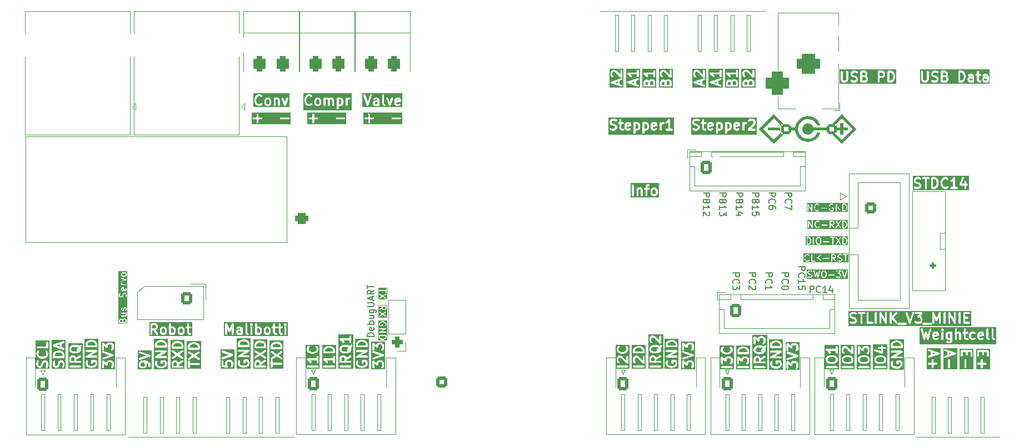
<source format=gbr>
%TF.GenerationSoftware,KiCad,Pcbnew,9.0.4*%
%TF.CreationDate,2025-12-23T11:57:38+01:00*%
%TF.ProjectId,licheerv_nano_base,6c696368-6565-4727-965f-6e616e6f5f62,rev?*%
%TF.SameCoordinates,Original*%
%TF.FileFunction,Legend,Top*%
%TF.FilePolarity,Positive*%
%FSLAX46Y46*%
G04 Gerber Fmt 4.6, Leading zero omitted, Abs format (unit mm)*
G04 Created by KiCad (PCBNEW 9.0.4) date 2025-12-23 11:57:38*
%MOMM*%
%LPD*%
G01*
G04 APERTURE LIST*
G04 Aperture macros list*
%AMRoundRect*
0 Rectangle with rounded corners*
0 $1 Rounding radius*
0 $2 $3 $4 $5 $6 $7 $8 $9 X,Y pos of 4 corners*
0 Add a 4 corners polygon primitive as box body*
4,1,4,$2,$3,$4,$5,$6,$7,$8,$9,$2,$3,0*
0 Add four circle primitives for the rounded corners*
1,1,$1+$1,$2,$3*
1,1,$1+$1,$4,$5*
1,1,$1+$1,$6,$7*
1,1,$1+$1,$8,$9*
0 Add four rect primitives between the rounded corners*
20,1,$1+$1,$2,$3,$4,$5,0*
20,1,$1+$1,$4,$5,$6,$7,0*
20,1,$1+$1,$6,$7,$8,$9,0*
20,1,$1+$1,$8,$9,$2,$3,0*%
G04 Aperture macros list end*
%ADD10C,0.300000*%
%ADD11C,0.150000*%
%ADD12C,0.100000*%
%ADD13C,0.120000*%
%ADD14C,0.000000*%
%ADD15O,2.000000X1.600000*%
%ADD16RoundRect,0.250000X-0.600000X-0.725000X0.600000X-0.725000X0.600000X0.725000X-0.600000X0.725000X0*%
%ADD17O,1.700000X1.950000*%
%ADD18O,1.600000X2.000000*%
%ADD19RoundRect,0.300000X0.200000X0.200000X-0.200000X0.200000X-0.200000X-0.200000X0.200000X-0.200000X0*%
%ADD20O,1.000000X1.000000*%
%ADD21RoundRect,0.250000X-0.600000X-0.600000X0.600000X-0.600000X0.600000X0.600000X-0.600000X0.600000X0*%
%ADD22C,1.700000*%
%ADD23RoundRect,0.425000X0.575000X0.425000X-0.575000X0.425000X-0.575000X-0.425000X0.575000X-0.425000X0*%
%ADD24O,2.000000X1.700000*%
%ADD25C,4.300000*%
%ADD26C,3.250000*%
%ADD27R,1.500000X1.500000*%
%ADD28C,1.500000*%
%ADD29C,3.000000*%
%ADD30RoundRect,0.450000X0.450000X0.750000X-0.450000X0.750000X-0.450000X-0.750000X0.450000X-0.750000X0*%
%ADD31C,3.200000*%
%ADD32R,3.500000X3.500000*%
%ADD33RoundRect,0.750000X-1.000000X0.750000X-1.000000X-0.750000X1.000000X-0.750000X1.000000X0.750000X0*%
%ADD34RoundRect,0.875000X-0.875000X0.875000X-0.875000X-0.875000X0.875000X-0.875000X0.875000X0.875000X0*%
%ADD35RoundRect,0.500000X0.350000X0.350000X-0.350000X0.350000X-0.350000X-0.350000X0.350000X-0.350000X0*%
%ADD36O,1.700000X1.700000*%
%ADD37RoundRect,0.250000X0.600000X0.675000X-0.600000X0.675000X-0.600000X-0.675000X0.600000X-0.675000X0*%
%ADD38O,1.700000X1.850000*%
%ADD39RoundRect,0.250000X-0.550000X0.550000X-0.550000X-0.550000X0.550000X-0.550000X0.550000X0.550000X0*%
%ADD40C,1.600000*%
%ADD41C,0.650000*%
%ADD42O,1.000000X1.600000*%
%ADD43O,1.000000X2.100000*%
%ADD44R,1.000000X1.000000*%
%ADD45RoundRect,0.250000X0.600000X0.600000X-0.600000X0.600000X-0.600000X-0.600000X0.600000X-0.600000X0*%
G04 APERTURE END LIST*
D10*
G36*
X122325433Y-77273035D02*
G01*
X122362437Y-77310039D01*
X122407143Y-77399451D01*
X122407143Y-77757204D01*
X122362436Y-77846617D01*
X122325431Y-77883622D01*
X122236019Y-77928328D01*
X122092553Y-77928328D01*
X122003139Y-77883621D01*
X121966134Y-77846616D01*
X121921429Y-77757204D01*
X121921429Y-77399451D01*
X121966134Y-77310040D01*
X122003139Y-77273035D01*
X122092553Y-77228328D01*
X122236019Y-77228328D01*
X122325433Y-77273035D01*
G37*
G36*
X122873810Y-78394995D02*
G01*
X118597618Y-78394995D01*
X118597618Y-76578328D01*
X118764285Y-76578328D01*
X118764285Y-78078328D01*
X118767167Y-78107592D01*
X118789565Y-78161664D01*
X118830949Y-78203048D01*
X118885021Y-78225446D01*
X118943549Y-78225446D01*
X118997621Y-78203048D01*
X119039005Y-78161664D01*
X119061403Y-78107592D01*
X119064285Y-78078328D01*
X119064285Y-77078328D01*
X119478571Y-77078328D01*
X119478571Y-78078328D01*
X119481453Y-78107592D01*
X119503851Y-78161664D01*
X119545235Y-78203048D01*
X119599307Y-78225446D01*
X119657835Y-78225446D01*
X119711907Y-78203048D01*
X119753291Y-78161664D01*
X119775689Y-78107592D01*
X119778571Y-78078328D01*
X119778571Y-77283317D01*
X119788853Y-77273035D01*
X119878267Y-77228328D01*
X120021733Y-77228328D01*
X120088197Y-77261560D01*
X120121429Y-77328024D01*
X120121429Y-78078328D01*
X120124311Y-78107592D01*
X120146709Y-78161664D01*
X120188093Y-78203048D01*
X120242165Y-78225446D01*
X120300693Y-78225446D01*
X120354765Y-78203048D01*
X120396149Y-78161664D01*
X120418547Y-78107592D01*
X120421429Y-78078328D01*
X120421429Y-77292614D01*
X120418547Y-77263350D01*
X120416483Y-77258369D01*
X120416102Y-77252995D01*
X120405593Y-77225531D01*
X120334164Y-77082675D01*
X120331083Y-77077780D01*
X120330314Y-77075473D01*
X120327821Y-77072598D01*
X120318499Y-77057789D01*
X120308439Y-77049064D01*
X120624311Y-77049064D01*
X120624311Y-77107592D01*
X120646709Y-77161664D01*
X120688093Y-77203048D01*
X120742165Y-77225446D01*
X120771429Y-77228328D01*
X120835714Y-77228328D01*
X120835714Y-78078328D01*
X120838596Y-78107592D01*
X120860994Y-78161664D01*
X120902378Y-78203048D01*
X120956450Y-78225446D01*
X121014978Y-78225446D01*
X121069050Y-78203048D01*
X121110434Y-78161664D01*
X121132832Y-78107592D01*
X121135714Y-78078328D01*
X121135714Y-77364042D01*
X121621429Y-77364042D01*
X121621429Y-77792614D01*
X121624311Y-77821878D01*
X121626373Y-77826856D01*
X121626755Y-77832232D01*
X121637265Y-77859696D01*
X121708693Y-78002553D01*
X121716620Y-78015146D01*
X121718136Y-78018806D01*
X121721517Y-78022925D01*
X121724358Y-78027439D01*
X121727351Y-78030035D01*
X121736791Y-78041537D01*
X121808220Y-78112966D01*
X121819724Y-78122407D01*
X121822319Y-78125399D01*
X121826828Y-78128237D01*
X121830951Y-78131621D01*
X121834612Y-78133137D01*
X121847204Y-78141064D01*
X121990062Y-78212492D01*
X122017525Y-78223002D01*
X122022900Y-78223383D01*
X122027879Y-78225446D01*
X122057143Y-78228328D01*
X122271429Y-78228328D01*
X122300693Y-78225446D01*
X122305671Y-78223383D01*
X122311047Y-78223002D01*
X122338511Y-78212492D01*
X122481368Y-78141064D01*
X122493961Y-78133136D01*
X122497621Y-78131621D01*
X122501740Y-78128239D01*
X122506254Y-78125399D01*
X122508850Y-78122405D01*
X122520352Y-78112966D01*
X122591781Y-78041537D01*
X122601222Y-78030032D01*
X122604214Y-78027438D01*
X122607052Y-78022928D01*
X122610436Y-78018806D01*
X122611952Y-78015144D01*
X122619879Y-78002553D01*
X122691307Y-77859695D01*
X122701817Y-77832232D01*
X122702198Y-77826856D01*
X122704261Y-77821878D01*
X122707143Y-77792614D01*
X122707143Y-77364042D01*
X122704261Y-77334778D01*
X122702198Y-77329799D01*
X122701817Y-77324424D01*
X122691307Y-77296961D01*
X122619879Y-77154103D01*
X122611950Y-77141508D01*
X122610435Y-77137849D01*
X122607053Y-77133728D01*
X122604214Y-77129218D01*
X122601222Y-77126623D01*
X122591780Y-77115118D01*
X122520351Y-77043690D01*
X122508851Y-77034252D01*
X122506254Y-77031258D01*
X122501737Y-77028415D01*
X122497620Y-77025036D01*
X122493963Y-77023521D01*
X122481368Y-77015593D01*
X122338511Y-76944164D01*
X122311048Y-76933655D01*
X122305673Y-76933273D01*
X122300693Y-76931210D01*
X122271429Y-76928328D01*
X122057143Y-76928328D01*
X122027879Y-76931210D01*
X122022898Y-76933273D01*
X122017524Y-76933655D01*
X121990060Y-76944164D01*
X121847204Y-77015593D01*
X121834610Y-77023520D01*
X121830951Y-77025036D01*
X121826830Y-77028417D01*
X121822318Y-77031258D01*
X121819721Y-77034251D01*
X121808221Y-77043690D01*
X121736792Y-77115118D01*
X121727352Y-77126620D01*
X121724358Y-77129217D01*
X121721516Y-77133731D01*
X121718137Y-77137849D01*
X121716621Y-77141507D01*
X121708693Y-77154103D01*
X121637265Y-77296960D01*
X121626755Y-77324424D01*
X121626373Y-77329799D01*
X121624311Y-77334778D01*
X121621429Y-77364042D01*
X121135714Y-77364042D01*
X121135714Y-77228328D01*
X121342857Y-77228328D01*
X121372121Y-77225446D01*
X121426193Y-77203048D01*
X121467577Y-77161664D01*
X121489975Y-77107592D01*
X121489975Y-77049064D01*
X121467577Y-76994992D01*
X121426193Y-76953608D01*
X121372121Y-76931210D01*
X121342857Y-76928328D01*
X121135714Y-76928328D01*
X121135714Y-76828024D01*
X121168946Y-76761559D01*
X121235410Y-76728328D01*
X121342857Y-76728328D01*
X121372121Y-76725446D01*
X121426193Y-76703048D01*
X121467577Y-76661664D01*
X121489975Y-76607592D01*
X121489975Y-76549064D01*
X121467577Y-76494992D01*
X121426193Y-76453608D01*
X121372121Y-76431210D01*
X121342857Y-76428328D01*
X121200000Y-76428328D01*
X121170736Y-76431210D01*
X121165755Y-76433273D01*
X121160381Y-76433655D01*
X121132917Y-76444164D01*
X120990061Y-76515593D01*
X120985166Y-76518673D01*
X120982859Y-76519443D01*
X120979984Y-76521935D01*
X120965175Y-76531258D01*
X120952851Y-76545467D01*
X120938644Y-76557789D01*
X120929324Y-76572594D01*
X120926828Y-76575473D01*
X120926057Y-76577784D01*
X120922979Y-76582675D01*
X120851550Y-76725532D01*
X120841041Y-76752995D01*
X120840659Y-76758369D01*
X120838596Y-76763350D01*
X120835714Y-76792614D01*
X120835714Y-76928328D01*
X120771429Y-76928328D01*
X120742165Y-76931210D01*
X120688093Y-76953608D01*
X120646709Y-76994992D01*
X120624311Y-77049064D01*
X120308439Y-77049064D01*
X120304289Y-77045465D01*
X120291968Y-77031258D01*
X120277162Y-77021938D01*
X120274284Y-77019442D01*
X120271972Y-77018671D01*
X120267082Y-77015593D01*
X120124225Y-76944164D01*
X120096762Y-76933655D01*
X120091387Y-76933273D01*
X120086407Y-76931210D01*
X120057143Y-76928328D01*
X119842857Y-76928328D01*
X119813593Y-76931210D01*
X119808612Y-76933273D01*
X119803238Y-76933655D01*
X119775774Y-76944164D01*
X119726900Y-76968601D01*
X119711907Y-76953608D01*
X119657835Y-76931210D01*
X119599307Y-76931210D01*
X119545235Y-76953608D01*
X119503851Y-76994992D01*
X119481453Y-77049064D01*
X119478571Y-77078328D01*
X119064285Y-77078328D01*
X119064285Y-76578328D01*
X119061403Y-76549064D01*
X119039005Y-76494992D01*
X118997621Y-76453608D01*
X118943549Y-76431210D01*
X118885021Y-76431210D01*
X118830949Y-76453608D01*
X118789565Y-76494992D01*
X118767167Y-76549064D01*
X118764285Y-76578328D01*
X118597618Y-76578328D01*
X118597618Y-76261661D01*
X122873810Y-76261661D01*
X122873810Y-78394995D01*
G37*
G36*
X165047328Y-102252632D02*
G01*
X164600242Y-102401661D01*
X164600242Y-102103602D01*
X165047328Y-102252632D01*
G37*
G36*
X165837161Y-104709274D02*
G01*
X163706182Y-104709274D01*
X163706182Y-103794796D01*
X163874553Y-103794796D01*
X163874553Y-103853324D01*
X163896951Y-103907396D01*
X163938335Y-103948780D01*
X163992407Y-103971178D01*
X164021671Y-103974060D01*
X164443100Y-103974060D01*
X164443100Y-104395489D01*
X164445982Y-104424753D01*
X164468380Y-104478825D01*
X164509764Y-104520209D01*
X164563836Y-104542607D01*
X164622364Y-104542607D01*
X164676436Y-104520209D01*
X164717820Y-104478825D01*
X164740218Y-104424753D01*
X164743100Y-104395489D01*
X164743100Y-103974060D01*
X165164528Y-103974060D01*
X165193792Y-103971178D01*
X165247864Y-103948780D01*
X165289248Y-103907396D01*
X165311646Y-103853324D01*
X165311646Y-103794796D01*
X165289248Y-103740724D01*
X165247864Y-103699340D01*
X165193792Y-103676942D01*
X165164528Y-103674060D01*
X164743100Y-103674060D01*
X164743100Y-103252631D01*
X164740218Y-103223367D01*
X164717820Y-103169295D01*
X164676436Y-103127911D01*
X164622364Y-103105513D01*
X164563836Y-103105513D01*
X164509764Y-103127911D01*
X164468380Y-103169295D01*
X164445982Y-103223367D01*
X164443100Y-103252631D01*
X164443100Y-103674060D01*
X164021671Y-103674060D01*
X163992407Y-103676942D01*
X163938335Y-103699340D01*
X163896951Y-103740724D01*
X163874553Y-103794796D01*
X163706182Y-103794796D01*
X163706182Y-101733871D01*
X163872849Y-101733871D01*
X163876998Y-101792252D01*
X163903172Y-101844599D01*
X163947386Y-101882946D01*
X163974237Y-101894934D01*
X164300242Y-102003602D01*
X164300242Y-102501661D01*
X163974237Y-102610330D01*
X163947386Y-102622318D01*
X163903172Y-102660665D01*
X163876998Y-102713012D01*
X163872849Y-102771393D01*
X163891357Y-102826917D01*
X163929704Y-102871131D01*
X163982051Y-102897305D01*
X164040432Y-102901454D01*
X164069105Y-102894934D01*
X165569105Y-102394934D01*
X165595956Y-102382946D01*
X165604053Y-102375923D01*
X165613638Y-102371131D01*
X165625959Y-102356924D01*
X165640171Y-102344599D01*
X165644964Y-102335011D01*
X165651985Y-102326917D01*
X165657933Y-102309072D01*
X165666344Y-102292251D01*
X165667103Y-102281563D01*
X165670494Y-102271393D01*
X165669160Y-102252632D01*
X165670494Y-102233871D01*
X165667103Y-102223700D01*
X165666344Y-102213013D01*
X165657933Y-102196191D01*
X165651985Y-102178347D01*
X165644964Y-102170252D01*
X165640171Y-102160665D01*
X165625959Y-102148339D01*
X165613638Y-102134133D01*
X165604053Y-102129340D01*
X165595956Y-102122318D01*
X165569105Y-102110330D01*
X164069105Y-101610330D01*
X164040432Y-101603810D01*
X163982051Y-101607959D01*
X163929704Y-101634133D01*
X163891357Y-101678347D01*
X163872849Y-101733871D01*
X163706182Y-101733871D01*
X163706182Y-101437143D01*
X165837161Y-101437143D01*
X165837161Y-104709274D01*
G37*
G36*
X29994995Y-104633584D02*
G01*
X27861661Y-104633584D01*
X27861661Y-103674060D01*
X28028328Y-103674060D01*
X28028328Y-104031203D01*
X28031210Y-104060467D01*
X28033273Y-104065447D01*
X28033655Y-104070822D01*
X28044164Y-104098285D01*
X28115593Y-104241142D01*
X28123521Y-104253737D01*
X28125036Y-104257394D01*
X28128415Y-104261511D01*
X28131258Y-104266028D01*
X28134252Y-104268625D01*
X28143690Y-104280125D01*
X28215118Y-104351554D01*
X28226623Y-104360996D01*
X28229218Y-104363988D01*
X28233728Y-104366827D01*
X28237849Y-104370209D01*
X28241508Y-104371724D01*
X28254103Y-104379653D01*
X28396961Y-104451081D01*
X28424424Y-104461591D01*
X28429799Y-104461972D01*
X28434778Y-104464035D01*
X28464042Y-104466917D01*
X28606900Y-104466917D01*
X28636164Y-104464035D01*
X28641142Y-104461972D01*
X28646518Y-104461591D01*
X28673982Y-104451081D01*
X28816839Y-104379653D01*
X28829434Y-104371724D01*
X28833093Y-104370209D01*
X28837210Y-104366829D01*
X28841725Y-104363988D01*
X28844321Y-104360993D01*
X28855824Y-104351554D01*
X28927252Y-104280125D01*
X28936690Y-104268624D01*
X28939684Y-104266028D01*
X28942524Y-104261515D01*
X28945906Y-104257395D01*
X28947421Y-104253735D01*
X28955349Y-104241142D01*
X29026778Y-104098286D01*
X29027597Y-104096143D01*
X29028242Y-104095274D01*
X29032626Y-104083002D01*
X29037287Y-104070822D01*
X29037363Y-104069741D01*
X29038135Y-104067583D01*
X29105568Y-103797845D01*
X29158749Y-103691485D01*
X29195754Y-103654480D01*
X29285167Y-103609774D01*
X29357204Y-103609774D01*
X29446617Y-103654481D01*
X29483621Y-103691485D01*
X29528328Y-103780898D01*
X29528328Y-104078289D01*
X29464597Y-104269483D01*
X29458077Y-104298157D01*
X29462227Y-104356537D01*
X29488401Y-104408884D01*
X29532615Y-104447231D01*
X29588140Y-104465740D01*
X29646520Y-104461590D01*
X29698867Y-104435416D01*
X29737214Y-104391202D01*
X29749203Y-104364351D01*
X29820631Y-104150066D01*
X29823929Y-104135556D01*
X29825446Y-104131896D01*
X29825968Y-104126587D01*
X29827150Y-104121392D01*
X29826869Y-104117443D01*
X29828328Y-104102632D01*
X29828328Y-103745489D01*
X29825446Y-103716225D01*
X29823383Y-103711246D01*
X29823002Y-103705871D01*
X29812492Y-103678408D01*
X29741064Y-103535550D01*
X29733137Y-103522958D01*
X29731621Y-103519297D01*
X29728237Y-103515174D01*
X29725399Y-103510665D01*
X29722407Y-103508070D01*
X29712966Y-103496566D01*
X29641537Y-103425137D01*
X29630035Y-103415697D01*
X29627439Y-103412704D01*
X29622925Y-103409863D01*
X29618806Y-103406482D01*
X29615146Y-103404966D01*
X29602553Y-103397039D01*
X29459696Y-103325610D01*
X29432233Y-103315101D01*
X29426858Y-103314719D01*
X29421878Y-103312656D01*
X29392614Y-103309774D01*
X29249757Y-103309774D01*
X29220493Y-103312656D01*
X29215512Y-103314719D01*
X29210138Y-103315101D01*
X29182674Y-103325610D01*
X29039818Y-103397039D01*
X29027224Y-103404966D01*
X29023565Y-103406482D01*
X29019445Y-103409863D01*
X29014932Y-103412704D01*
X29012335Y-103415698D01*
X29000834Y-103425137D01*
X28929405Y-103496566D01*
X28919965Y-103508067D01*
X28916972Y-103510664D01*
X28914131Y-103515177D01*
X28910750Y-103519297D01*
X28909234Y-103522956D01*
X28901307Y-103535550D01*
X28829878Y-103678407D01*
X28829058Y-103680547D01*
X28828414Y-103681418D01*
X28824027Y-103693695D01*
X28819369Y-103705870D01*
X28819292Y-103706950D01*
X28818521Y-103709109D01*
X28751086Y-103978846D01*
X28697906Y-104085206D01*
X28660901Y-104122211D01*
X28571490Y-104166917D01*
X28499452Y-104166917D01*
X28410039Y-104122211D01*
X28373035Y-104085207D01*
X28328328Y-103995792D01*
X28328328Y-103698400D01*
X28392059Y-103507209D01*
X28398579Y-103478535D01*
X28394430Y-103420155D01*
X28368256Y-103367808D01*
X28324042Y-103329460D01*
X28268518Y-103310952D01*
X28210138Y-103315101D01*
X28157790Y-103341275D01*
X28119443Y-103385489D01*
X28107454Y-103412340D01*
X28036026Y-103626626D01*
X28032727Y-103641133D01*
X28031210Y-103644796D01*
X28030687Y-103650104D01*
X28029506Y-103655299D01*
X28029786Y-103659248D01*
X28028328Y-103674060D01*
X27861661Y-103674060D01*
X27861661Y-102245489D01*
X28028328Y-102245489D01*
X28028328Y-102388346D01*
X28029786Y-102403157D01*
X28029506Y-102407107D01*
X28030687Y-102412301D01*
X28031210Y-102417610D01*
X28032727Y-102421272D01*
X28036026Y-102435780D01*
X28107454Y-102650066D01*
X28119443Y-102676917D01*
X28122973Y-102680987D01*
X28125036Y-102685967D01*
X28143691Y-102708698D01*
X28286548Y-102851555D01*
X28298050Y-102860995D01*
X28300646Y-102863988D01*
X28305155Y-102866826D01*
X28309278Y-102870210D01*
X28312940Y-102871726D01*
X28325532Y-102879653D01*
X28468388Y-102951082D01*
X28470530Y-102951901D01*
X28471400Y-102952546D01*
X28483671Y-102956930D01*
X28495852Y-102961591D01*
X28496932Y-102961667D01*
X28499091Y-102962439D01*
X28784805Y-103033867D01*
X28789876Y-103034616D01*
X28791921Y-103035464D01*
X28802943Y-103036549D01*
X28813894Y-103038169D01*
X28816081Y-103037843D01*
X28821185Y-103038346D01*
X29035471Y-103038346D01*
X29040574Y-103037843D01*
X29042762Y-103038169D01*
X29053712Y-103036549D01*
X29064735Y-103035464D01*
X29066779Y-103034616D01*
X29071851Y-103033867D01*
X29357565Y-102962439D01*
X29359723Y-102961667D01*
X29360804Y-102961591D01*
X29372978Y-102956932D01*
X29385256Y-102952546D01*
X29386126Y-102951901D01*
X29388267Y-102951082D01*
X29531124Y-102879653D01*
X29543717Y-102871725D01*
X29547377Y-102870210D01*
X29551496Y-102866828D01*
X29556010Y-102863988D01*
X29558606Y-102860994D01*
X29570108Y-102851555D01*
X29712966Y-102708698D01*
X29731621Y-102685968D01*
X29733683Y-102680988D01*
X29737215Y-102676917D01*
X29749203Y-102650066D01*
X29820631Y-102435780D01*
X29823930Y-102421267D01*
X29825446Y-102417610D01*
X29825968Y-102412307D01*
X29827151Y-102407106D01*
X29826869Y-102403151D01*
X29828328Y-102388346D01*
X29828328Y-102245489D01*
X29826869Y-102230683D01*
X29827151Y-102226729D01*
X29825968Y-102221527D01*
X29825446Y-102216225D01*
X29823930Y-102212567D01*
X29820631Y-102198055D01*
X29749203Y-101983769D01*
X29737215Y-101956918D01*
X29733681Y-101952843D01*
X29731620Y-101947867D01*
X29712965Y-101925136D01*
X29641536Y-101853708D01*
X29618805Y-101835054D01*
X29564733Y-101812657D01*
X29506207Y-101812657D01*
X29452135Y-101835055D01*
X29410750Y-101876441D01*
X29388353Y-101930513D01*
X29388353Y-101989039D01*
X29410751Y-102043111D01*
X29429406Y-102065842D01*
X29475794Y-102112229D01*
X29528328Y-102269831D01*
X29528328Y-102364003D01*
X29475794Y-102521605D01*
X29375188Y-102622210D01*
X29268828Y-102675391D01*
X29017007Y-102738346D01*
X28839649Y-102738346D01*
X28587827Y-102675390D01*
X28481468Y-102622211D01*
X28380861Y-102521604D01*
X28328328Y-102364005D01*
X28328328Y-102269829D01*
X28380861Y-102112230D01*
X28427251Y-102065841D01*
X28445906Y-102043111D01*
X28468302Y-101989038D01*
X28468302Y-101930512D01*
X28445906Y-101876440D01*
X28404520Y-101835054D01*
X28350448Y-101812658D01*
X28291922Y-101812658D01*
X28237849Y-101835054D01*
X28215119Y-101853709D01*
X28143691Y-101925137D01*
X28125036Y-101947868D01*
X28122973Y-101952847D01*
X28119443Y-101956918D01*
X28107454Y-101983769D01*
X28036026Y-102198055D01*
X28032727Y-102212562D01*
X28031210Y-102216225D01*
X28030687Y-102221533D01*
X28029506Y-102226728D01*
X28029786Y-102230677D01*
X28028328Y-102245489D01*
X27861661Y-102245489D01*
X27861661Y-101287654D01*
X28031210Y-101287654D01*
X28031210Y-101346182D01*
X28053608Y-101400254D01*
X28094992Y-101441638D01*
X28149064Y-101464036D01*
X28178328Y-101466918D01*
X29678328Y-101466918D01*
X29707592Y-101464036D01*
X29761664Y-101441638D01*
X29803048Y-101400254D01*
X29825446Y-101346182D01*
X29828328Y-101316918D01*
X29828328Y-100602632D01*
X29825446Y-100573368D01*
X29803048Y-100519296D01*
X29761664Y-100477912D01*
X29707592Y-100455514D01*
X29649064Y-100455514D01*
X29594992Y-100477912D01*
X29553608Y-100519296D01*
X29531210Y-100573368D01*
X29528328Y-100602632D01*
X29528328Y-101166918D01*
X28178328Y-101166918D01*
X28149064Y-101169800D01*
X28094992Y-101192198D01*
X28053608Y-101233582D01*
X28031210Y-101287654D01*
X27861661Y-101287654D01*
X27861661Y-100288847D01*
X29994995Y-100288847D01*
X29994995Y-104633584D01*
G37*
G36*
X47368828Y-100579871D02*
G01*
X47475188Y-100633052D01*
X47575794Y-100733657D01*
X47628328Y-100891259D01*
X47628328Y-101074060D01*
X46428328Y-101074060D01*
X46428328Y-100891257D01*
X46480861Y-100733658D01*
X46581468Y-100633051D01*
X46687827Y-100579872D01*
X46939649Y-100516917D01*
X47117007Y-100516917D01*
X47368828Y-100579871D01*
G37*
G36*
X48094995Y-104683584D02*
G01*
X45961661Y-104683584D01*
X45961661Y-103652632D01*
X46128328Y-103652632D01*
X46128328Y-103866917D01*
X46129786Y-103881728D01*
X46129506Y-103885678D01*
X46130687Y-103890872D01*
X46131210Y-103896181D01*
X46132727Y-103899843D01*
X46136026Y-103914351D01*
X46207454Y-104128637D01*
X46219443Y-104155488D01*
X46222973Y-104159558D01*
X46225036Y-104164538D01*
X46243691Y-104187269D01*
X46386548Y-104330126D01*
X46398050Y-104339566D01*
X46400646Y-104342559D01*
X46405155Y-104345397D01*
X46409278Y-104348781D01*
X46412940Y-104350297D01*
X46425532Y-104358224D01*
X46568388Y-104429653D01*
X46570530Y-104430472D01*
X46571400Y-104431117D01*
X46583671Y-104435501D01*
X46595852Y-104440162D01*
X46596932Y-104440238D01*
X46599091Y-104441010D01*
X46884805Y-104512438D01*
X46889876Y-104513187D01*
X46891921Y-104514035D01*
X46902943Y-104515120D01*
X46913894Y-104516740D01*
X46916081Y-104516414D01*
X46921185Y-104516917D01*
X47135471Y-104516917D01*
X47140574Y-104516414D01*
X47142762Y-104516740D01*
X47153712Y-104515120D01*
X47164735Y-104514035D01*
X47166779Y-104513187D01*
X47171851Y-104512438D01*
X47457565Y-104441010D01*
X47459723Y-104440238D01*
X47460804Y-104440162D01*
X47472978Y-104435503D01*
X47485256Y-104431117D01*
X47486126Y-104430472D01*
X47488267Y-104429653D01*
X47631124Y-104358224D01*
X47643717Y-104350296D01*
X47647377Y-104348781D01*
X47651496Y-104345399D01*
X47656010Y-104342559D01*
X47658606Y-104339565D01*
X47670108Y-104330126D01*
X47812966Y-104187269D01*
X47831621Y-104164539D01*
X47833683Y-104159559D01*
X47837215Y-104155488D01*
X47849203Y-104128637D01*
X47920631Y-103914351D01*
X47923930Y-103899838D01*
X47925446Y-103896181D01*
X47925968Y-103890878D01*
X47927151Y-103885677D01*
X47926869Y-103881722D01*
X47928328Y-103866917D01*
X47928328Y-103724060D01*
X47926869Y-103709254D01*
X47927151Y-103705300D01*
X47925968Y-103700098D01*
X47925446Y-103694796D01*
X47923930Y-103691138D01*
X47920631Y-103676626D01*
X47849203Y-103462340D01*
X47837215Y-103435489D01*
X47833681Y-103431414D01*
X47831620Y-103426438D01*
X47812965Y-103403707D01*
X47741536Y-103332279D01*
X47718810Y-103313629D01*
X47718807Y-103313626D01*
X47664735Y-103291228D01*
X47635471Y-103288346D01*
X47135471Y-103288346D01*
X47106207Y-103291228D01*
X47052135Y-103313626D01*
X47010751Y-103355010D01*
X46988353Y-103409082D01*
X46985471Y-103438346D01*
X46985471Y-103724060D01*
X46988353Y-103753324D01*
X47010751Y-103807396D01*
X47052135Y-103848780D01*
X47106207Y-103871178D01*
X47164735Y-103871178D01*
X47218807Y-103848780D01*
X47260191Y-103807396D01*
X47282589Y-103753324D01*
X47285471Y-103724060D01*
X47285471Y-103588346D01*
X47573340Y-103588346D01*
X47575794Y-103590800D01*
X47628328Y-103748402D01*
X47628328Y-103842574D01*
X47575794Y-104000176D01*
X47475188Y-104100781D01*
X47368828Y-104153962D01*
X47117007Y-104216917D01*
X46939649Y-104216917D01*
X46687827Y-104153961D01*
X46581468Y-104100782D01*
X46480861Y-104000175D01*
X46428328Y-103842576D01*
X46428328Y-103688042D01*
X46483921Y-103576856D01*
X46494431Y-103549393D01*
X46498579Y-103491013D01*
X46480071Y-103435490D01*
X46441725Y-103391275D01*
X46389376Y-103365100D01*
X46330995Y-103360952D01*
X46275473Y-103379460D01*
X46231258Y-103417806D01*
X46215593Y-103442692D01*
X46144164Y-103585550D01*
X46133654Y-103613013D01*
X46133271Y-103618390D01*
X46131210Y-103623368D01*
X46128328Y-103652632D01*
X45961661Y-103652632D01*
X45961661Y-102785012D01*
X46128694Y-102785012D01*
X46131210Y-102804803D01*
X46131210Y-102824753D01*
X46134869Y-102833586D01*
X46136075Y-102843072D01*
X46145973Y-102860394D01*
X46153608Y-102878825D01*
X46160368Y-102885585D01*
X46165113Y-102893888D01*
X46180884Y-102906101D01*
X46194992Y-102920209D01*
X46203827Y-102923868D01*
X46211387Y-102929723D01*
X46230631Y-102934971D01*
X46249064Y-102942607D01*
X46264030Y-102944080D01*
X46267851Y-102945123D01*
X46270802Y-102944747D01*
X46278328Y-102945489D01*
X47778328Y-102945489D01*
X47807592Y-102942607D01*
X47861664Y-102920209D01*
X47903048Y-102878825D01*
X47925446Y-102824753D01*
X47925446Y-102766225D01*
X47903048Y-102712153D01*
X47861664Y-102670769D01*
X47807592Y-102648371D01*
X47778328Y-102645489D01*
X46843162Y-102645489D01*
X47852749Y-102068582D01*
X47858916Y-102064204D01*
X47861664Y-102063066D01*
X47864463Y-102060266D01*
X47876727Y-102051561D01*
X47888942Y-102035787D01*
X47903048Y-102021682D01*
X47906706Y-102012848D01*
X47912563Y-102005287D01*
X47917812Y-101986038D01*
X47925446Y-101967610D01*
X47925446Y-101958048D01*
X47927962Y-101948823D01*
X47925446Y-101929031D01*
X47925446Y-101909082D01*
X47921786Y-101900248D01*
X47920581Y-101890763D01*
X47910682Y-101873440D01*
X47903048Y-101855010D01*
X47896287Y-101848249D01*
X47891543Y-101839947D01*
X47875771Y-101827733D01*
X47861664Y-101813626D01*
X47852828Y-101809966D01*
X47845269Y-101804112D01*
X47826024Y-101798863D01*
X47807592Y-101791228D01*
X47792627Y-101789754D01*
X47788806Y-101788712D01*
X47785854Y-101789087D01*
X47778328Y-101788346D01*
X46278328Y-101788346D01*
X46249064Y-101791228D01*
X46194992Y-101813626D01*
X46153608Y-101855010D01*
X46131210Y-101909082D01*
X46131210Y-101967610D01*
X46153608Y-102021682D01*
X46194992Y-102063066D01*
X46249064Y-102085464D01*
X46278328Y-102088346D01*
X47213493Y-102088346D01*
X46203907Y-102665253D01*
X46197739Y-102669630D01*
X46194992Y-102670769D01*
X46192192Y-102673568D01*
X46179929Y-102682274D01*
X46167715Y-102698045D01*
X46153608Y-102712153D01*
X46149948Y-102720988D01*
X46144094Y-102728548D01*
X46138845Y-102747792D01*
X46131210Y-102766225D01*
X46131210Y-102775787D01*
X46128694Y-102785012D01*
X45961661Y-102785012D01*
X45961661Y-100866917D01*
X46128328Y-100866917D01*
X46128328Y-101224060D01*
X46131210Y-101253324D01*
X46153608Y-101307396D01*
X46194992Y-101348780D01*
X46249064Y-101371178D01*
X46278328Y-101374060D01*
X47778328Y-101374060D01*
X47807592Y-101371178D01*
X47861664Y-101348780D01*
X47903048Y-101307396D01*
X47925446Y-101253324D01*
X47928328Y-101224060D01*
X47928328Y-100866917D01*
X47926869Y-100852111D01*
X47927151Y-100848157D01*
X47925968Y-100842955D01*
X47925446Y-100837653D01*
X47923930Y-100833995D01*
X47920631Y-100819483D01*
X47849203Y-100605197D01*
X47837215Y-100578346D01*
X47833683Y-100574274D01*
X47831621Y-100569295D01*
X47812966Y-100546565D01*
X47670108Y-100403708D01*
X47658606Y-100394268D01*
X47656010Y-100391275D01*
X47651496Y-100388434D01*
X47647377Y-100385053D01*
X47643717Y-100383537D01*
X47631124Y-100375610D01*
X47488267Y-100304181D01*
X47486126Y-100303361D01*
X47485256Y-100302717D01*
X47472978Y-100298330D01*
X47460804Y-100293672D01*
X47459723Y-100293595D01*
X47457565Y-100292824D01*
X47171851Y-100221396D01*
X47166779Y-100220646D01*
X47164735Y-100219799D01*
X47153712Y-100218713D01*
X47142762Y-100217094D01*
X47140574Y-100217419D01*
X47135471Y-100216917D01*
X46921185Y-100216917D01*
X46916081Y-100217419D01*
X46913894Y-100217094D01*
X46902943Y-100218713D01*
X46891921Y-100219799D01*
X46889876Y-100220646D01*
X46884805Y-100221396D01*
X46599091Y-100292824D01*
X46596932Y-100293595D01*
X46595852Y-100293672D01*
X46583671Y-100298332D01*
X46571400Y-100302717D01*
X46570530Y-100303361D01*
X46568388Y-100304181D01*
X46425532Y-100375610D01*
X46412940Y-100383536D01*
X46409278Y-100385053D01*
X46405155Y-100388436D01*
X46400646Y-100391275D01*
X46398050Y-100394267D01*
X46386548Y-100403708D01*
X46243691Y-100546565D01*
X46225036Y-100569296D01*
X46222973Y-100574275D01*
X46219443Y-100578346D01*
X46207454Y-100605197D01*
X46136026Y-100819483D01*
X46132727Y-100833990D01*
X46131210Y-100837653D01*
X46130687Y-100842961D01*
X46129506Y-100848156D01*
X46129786Y-100852105D01*
X46128328Y-100866917D01*
X45961661Y-100866917D01*
X45961661Y-100050250D01*
X48094995Y-100050250D01*
X48094995Y-104683584D01*
G37*
G36*
X154368973Y-60145147D02*
G01*
X154398150Y-60174324D01*
X154442857Y-60263737D01*
X154442857Y-60407204D01*
X154398150Y-60496617D01*
X154361145Y-60533622D01*
X154271733Y-60578328D01*
X153885714Y-60578328D01*
X153885714Y-60092614D01*
X154211371Y-60092614D01*
X154368973Y-60145147D01*
G37*
G36*
X154289718Y-59423035D02*
G01*
X154326722Y-59460039D01*
X154371429Y-59549452D01*
X154371429Y-59621489D01*
X154326722Y-59710902D01*
X154289718Y-59747907D01*
X154200304Y-59792614D01*
X153885714Y-59792614D01*
X153885714Y-59378328D01*
X154200304Y-59378328D01*
X154289718Y-59423035D01*
G37*
G36*
X158368972Y-59430861D02*
G01*
X158469579Y-59531468D01*
X158522758Y-59637827D01*
X158585714Y-59889648D01*
X158585714Y-60067007D01*
X158522758Y-60318828D01*
X158469579Y-60425188D01*
X158368973Y-60525794D01*
X158211371Y-60578328D01*
X158028571Y-60578328D01*
X158028571Y-59378328D01*
X158211374Y-59378328D01*
X158368972Y-59430861D01*
G37*
G36*
X157004004Y-59423035D02*
G01*
X157041008Y-59460039D01*
X157085714Y-59549451D01*
X157085714Y-59692918D01*
X157041007Y-59782331D01*
X157004002Y-59819336D01*
X156914590Y-59864042D01*
X156528571Y-59864042D01*
X156528571Y-59378328D01*
X156914590Y-59378328D01*
X157004004Y-59423035D01*
G37*
G36*
X159052381Y-61044995D02*
G01*
X150419047Y-61044995D01*
X150419047Y-59228328D01*
X150585714Y-59228328D01*
X150585714Y-60442614D01*
X150588596Y-60471878D01*
X150590659Y-60476858D01*
X150591041Y-60482233D01*
X150601550Y-60509696D01*
X150672979Y-60652553D01*
X150680906Y-60665146D01*
X150682422Y-60668806D01*
X150685803Y-60672925D01*
X150688644Y-60677439D01*
X150691637Y-60680035D01*
X150701077Y-60691537D01*
X150772506Y-60762966D01*
X150784010Y-60772407D01*
X150786605Y-60775399D01*
X150791114Y-60778237D01*
X150795237Y-60781621D01*
X150798898Y-60783137D01*
X150811490Y-60791064D01*
X150954348Y-60862492D01*
X150981811Y-60873002D01*
X150987186Y-60873383D01*
X150992165Y-60875446D01*
X151021429Y-60878328D01*
X151307143Y-60878328D01*
X151336407Y-60875446D01*
X151341385Y-60873383D01*
X151346761Y-60873002D01*
X151374225Y-60862492D01*
X151517082Y-60791064D01*
X151529675Y-60783136D01*
X151533335Y-60781621D01*
X151537454Y-60778239D01*
X151541968Y-60775399D01*
X151544564Y-60772405D01*
X151556066Y-60762966D01*
X151627495Y-60691537D01*
X151636936Y-60680032D01*
X151639928Y-60677438D01*
X151642766Y-60672928D01*
X151646150Y-60668806D01*
X151647666Y-60665144D01*
X151655593Y-60652553D01*
X151727021Y-60509695D01*
X151737531Y-60482232D01*
X151737912Y-60476856D01*
X151739975Y-60471878D01*
X151742857Y-60442614D01*
X151742857Y-59514042D01*
X152085715Y-59514042D01*
X152085715Y-59656900D01*
X152088597Y-59686164D01*
X152090659Y-59691142D01*
X152091041Y-59696518D01*
X152101551Y-59723982D01*
X152172979Y-59866839D01*
X152180907Y-59879434D01*
X152182423Y-59883093D01*
X152185802Y-59887210D01*
X152188644Y-59891725D01*
X152191638Y-59894321D01*
X152201078Y-59905824D01*
X152272507Y-59977252D01*
X152284007Y-59986690D01*
X152286604Y-59989684D01*
X152291116Y-59992524D01*
X152295237Y-59995906D01*
X152298896Y-59997421D01*
X152311490Y-60005349D01*
X152454346Y-60076778D01*
X152456488Y-60077597D01*
X152457358Y-60078242D01*
X152469629Y-60082626D01*
X152481810Y-60087287D01*
X152482890Y-60087363D01*
X152485049Y-60088135D01*
X152754787Y-60155569D01*
X152861146Y-60208748D01*
X152898150Y-60245753D01*
X152942858Y-60335167D01*
X152942858Y-60407203D01*
X152898150Y-60496617D01*
X152861147Y-60533621D01*
X152771734Y-60578328D01*
X152474344Y-60578328D01*
X152283149Y-60514597D01*
X152254475Y-60508077D01*
X152196095Y-60512227D01*
X152143748Y-60538401D01*
X152105400Y-60582615D01*
X152086892Y-60638140D01*
X152091042Y-60696520D01*
X152117216Y-60748867D01*
X152161430Y-60787215D01*
X152188281Y-60799203D01*
X152402567Y-60870631D01*
X152417079Y-60873930D01*
X152420737Y-60875446D01*
X152426039Y-60875968D01*
X152431241Y-60877151D01*
X152435195Y-60876869D01*
X152450001Y-60878328D01*
X152807143Y-60878328D01*
X152836407Y-60875446D01*
X152841385Y-60873383D01*
X152846761Y-60873002D01*
X152874224Y-60862492D01*
X153017083Y-60791064D01*
X153029677Y-60783135D01*
X153033337Y-60781620D01*
X153037457Y-60778238D01*
X153041968Y-60775399D01*
X153044562Y-60772407D01*
X153056068Y-60762965D01*
X153127496Y-60691536D01*
X153136934Y-60680035D01*
X153139928Y-60677439D01*
X153142768Y-60672926D01*
X153146150Y-60668806D01*
X153147665Y-60665146D01*
X153155593Y-60652553D01*
X153227022Y-60509697D01*
X153237531Y-60482233D01*
X153237912Y-60476858D01*
X153239976Y-60471878D01*
X153242858Y-60442614D01*
X153242858Y-60299757D01*
X153239976Y-60270493D01*
X153237912Y-60265512D01*
X153237531Y-60260138D01*
X153227022Y-60232674D01*
X153155593Y-60089818D01*
X153147665Y-60077224D01*
X153146150Y-60073565D01*
X153142768Y-60069444D01*
X153139928Y-60064932D01*
X153136934Y-60062335D01*
X153127496Y-60050835D01*
X153056068Y-59979406D01*
X153044565Y-59969966D01*
X153041969Y-59966972D01*
X153037454Y-59964130D01*
X153033337Y-59960751D01*
X153029678Y-59959235D01*
X153017083Y-59951307D01*
X152874225Y-59879878D01*
X152872084Y-59879058D01*
X152871214Y-59878414D01*
X152858958Y-59874035D01*
X152846762Y-59869368D01*
X152845678Y-59869291D01*
X152843523Y-59868521D01*
X152573785Y-59801086D01*
X152467425Y-59747906D01*
X152430420Y-59710901D01*
X152385715Y-59621490D01*
X152385715Y-59549451D01*
X152430420Y-59460040D01*
X152467425Y-59423035D01*
X152556839Y-59378328D01*
X152854232Y-59378328D01*
X153045423Y-59442059D01*
X153074097Y-59448579D01*
X153132477Y-59444430D01*
X153184824Y-59418256D01*
X153223172Y-59374042D01*
X153241680Y-59318518D01*
X153237531Y-59260138D01*
X153221626Y-59228328D01*
X153585714Y-59228328D01*
X153585714Y-60728328D01*
X153588596Y-60757592D01*
X153610994Y-60811664D01*
X153652378Y-60853048D01*
X153706450Y-60875446D01*
X153735714Y-60878328D01*
X154307143Y-60878328D01*
X154336407Y-60875446D01*
X154341385Y-60873383D01*
X154346761Y-60873002D01*
X154374225Y-60862492D01*
X154517082Y-60791064D01*
X154529675Y-60783136D01*
X154533335Y-60781621D01*
X154537454Y-60778239D01*
X154541968Y-60775399D01*
X154544564Y-60772405D01*
X154556066Y-60762966D01*
X154627495Y-60691537D01*
X154636936Y-60680032D01*
X154639928Y-60677438D01*
X154642766Y-60672928D01*
X154646150Y-60668806D01*
X154647666Y-60665144D01*
X154655593Y-60652553D01*
X154727021Y-60509695D01*
X154737531Y-60482232D01*
X154737912Y-60476856D01*
X154739975Y-60471878D01*
X154742857Y-60442614D01*
X154742857Y-60228328D01*
X154739975Y-60199064D01*
X154737912Y-60194085D01*
X154737531Y-60188710D01*
X154727021Y-60161247D01*
X154655593Y-60018389D01*
X154647666Y-60005797D01*
X154646150Y-60002136D01*
X154642766Y-59998013D01*
X154639928Y-59993504D01*
X154636936Y-59990909D01*
X154627495Y-59979405D01*
X154556066Y-59907976D01*
X154554883Y-59907005D01*
X154556066Y-59905823D01*
X154565506Y-59894320D01*
X154568499Y-59891725D01*
X154571337Y-59887215D01*
X154574721Y-59883093D01*
X154576237Y-59879430D01*
X154584164Y-59866839D01*
X154655593Y-59723983D01*
X154666102Y-59696519D01*
X154666483Y-59691144D01*
X154668547Y-59686164D01*
X154671429Y-59656900D01*
X154671429Y-59514042D01*
X154668547Y-59484778D01*
X154666483Y-59479797D01*
X154666102Y-59474423D01*
X154655593Y-59446959D01*
X154584164Y-59304103D01*
X154576237Y-59291511D01*
X154574721Y-59287849D01*
X154571337Y-59283726D01*
X154568499Y-59279217D01*
X154565506Y-59276621D01*
X154556066Y-59265119D01*
X154519275Y-59228328D01*
X156228571Y-59228328D01*
X156228571Y-60728328D01*
X156231453Y-60757592D01*
X156253851Y-60811664D01*
X156295235Y-60853048D01*
X156349307Y-60875446D01*
X156407835Y-60875446D01*
X156461907Y-60853048D01*
X156503291Y-60811664D01*
X156525689Y-60757592D01*
X156528571Y-60728328D01*
X156528571Y-60164042D01*
X156950000Y-60164042D01*
X156979264Y-60161160D01*
X156984242Y-60159097D01*
X156989618Y-60158716D01*
X157017082Y-60148206D01*
X157159939Y-60076778D01*
X157172532Y-60068850D01*
X157176192Y-60067335D01*
X157180311Y-60063953D01*
X157184825Y-60061113D01*
X157187421Y-60058119D01*
X157198923Y-60048680D01*
X157270352Y-59977251D01*
X157279793Y-59965746D01*
X157282785Y-59963152D01*
X157285623Y-59958642D01*
X157289007Y-59954520D01*
X157290523Y-59950858D01*
X157298450Y-59938267D01*
X157369878Y-59795409D01*
X157380388Y-59767946D01*
X157380769Y-59762570D01*
X157382832Y-59757592D01*
X157385714Y-59728328D01*
X157385714Y-59514042D01*
X157382832Y-59484778D01*
X157380769Y-59479799D01*
X157380388Y-59474424D01*
X157369878Y-59446961D01*
X157298450Y-59304103D01*
X157290521Y-59291508D01*
X157289006Y-59287849D01*
X157285624Y-59283728D01*
X157282785Y-59279218D01*
X157279793Y-59276623D01*
X157270351Y-59265118D01*
X157233560Y-59228328D01*
X157728571Y-59228328D01*
X157728571Y-60728328D01*
X157731453Y-60757592D01*
X157753851Y-60811664D01*
X157795235Y-60853048D01*
X157849307Y-60875446D01*
X157878571Y-60878328D01*
X158235714Y-60878328D01*
X158250519Y-60876869D01*
X158254474Y-60877151D01*
X158259675Y-60875968D01*
X158264978Y-60875446D01*
X158268635Y-60873930D01*
X158283148Y-60870631D01*
X158497434Y-60799203D01*
X158524285Y-60787215D01*
X158528356Y-60783683D01*
X158533336Y-60781621D01*
X158556066Y-60762966D01*
X158698923Y-60620108D01*
X158708361Y-60608606D01*
X158711356Y-60606010D01*
X158714196Y-60601496D01*
X158717578Y-60597377D01*
X158719093Y-60593717D01*
X158727021Y-60581124D01*
X158798450Y-60438268D01*
X158799269Y-60436125D01*
X158799914Y-60435256D01*
X158804298Y-60422984D01*
X158808959Y-60410804D01*
X158809035Y-60409723D01*
X158809807Y-60407565D01*
X158881235Y-60121851D01*
X158881984Y-60116779D01*
X158882832Y-60114735D01*
X158883917Y-60103712D01*
X158885537Y-60092762D01*
X158885211Y-60090574D01*
X158885714Y-60085471D01*
X158885714Y-59871185D01*
X158885211Y-59866081D01*
X158885537Y-59863894D01*
X158883917Y-59852943D01*
X158882832Y-59841921D01*
X158881984Y-59839876D01*
X158881235Y-59834805D01*
X158809807Y-59549091D01*
X158809035Y-59546932D01*
X158808959Y-59545852D01*
X158804298Y-59533671D01*
X158799914Y-59521400D01*
X158799269Y-59520530D01*
X158798450Y-59518388D01*
X158727021Y-59375532D01*
X158719094Y-59362940D01*
X158717578Y-59359278D01*
X158714194Y-59355155D01*
X158711356Y-59350646D01*
X158708363Y-59348050D01*
X158698923Y-59336548D01*
X158556066Y-59193691D01*
X158533335Y-59175036D01*
X158528355Y-59172973D01*
X158524285Y-59169443D01*
X158497434Y-59157454D01*
X158283148Y-59086026D01*
X158268640Y-59082727D01*
X158264978Y-59081210D01*
X158259669Y-59080687D01*
X158254475Y-59079506D01*
X158250525Y-59079786D01*
X158235714Y-59078328D01*
X157878571Y-59078328D01*
X157849307Y-59081210D01*
X157795235Y-59103608D01*
X157753851Y-59144992D01*
X157731453Y-59199064D01*
X157728571Y-59228328D01*
X157233560Y-59228328D01*
X157198922Y-59193690D01*
X157187422Y-59184252D01*
X157184825Y-59181258D01*
X157180308Y-59178415D01*
X157176191Y-59175036D01*
X157172534Y-59173521D01*
X157159939Y-59165593D01*
X157017082Y-59094164D01*
X156989619Y-59083655D01*
X156984244Y-59083273D01*
X156979264Y-59081210D01*
X156950000Y-59078328D01*
X156378571Y-59078328D01*
X156349307Y-59081210D01*
X156295235Y-59103608D01*
X156253851Y-59144992D01*
X156231453Y-59199064D01*
X156228571Y-59228328D01*
X154519275Y-59228328D01*
X154484638Y-59193691D01*
X154473136Y-59184251D01*
X154470540Y-59181258D01*
X154466026Y-59178417D01*
X154461907Y-59175036D01*
X154458247Y-59173520D01*
X154445654Y-59165593D01*
X154302796Y-59094164D01*
X154275333Y-59083654D01*
X154269955Y-59083271D01*
X154264978Y-59081210D01*
X154235714Y-59078328D01*
X153735714Y-59078328D01*
X153706450Y-59081210D01*
X153652378Y-59103608D01*
X153610994Y-59144992D01*
X153588596Y-59199064D01*
X153585714Y-59228328D01*
X153221626Y-59228328D01*
X153211357Y-59207790D01*
X153167143Y-59169443D01*
X153140292Y-59157454D01*
X152926006Y-59086026D01*
X152911498Y-59082727D01*
X152907836Y-59081210D01*
X152902527Y-59080687D01*
X152897333Y-59079506D01*
X152893383Y-59079786D01*
X152878572Y-59078328D01*
X152521429Y-59078328D01*
X152492165Y-59081210D01*
X152487184Y-59083273D01*
X152481810Y-59083655D01*
X152454346Y-59094164D01*
X152311490Y-59165593D01*
X152298896Y-59173520D01*
X152295237Y-59175036D01*
X152291116Y-59178417D01*
X152286604Y-59181258D01*
X152284007Y-59184251D01*
X152272507Y-59193690D01*
X152201078Y-59265118D01*
X152191638Y-59276620D01*
X152188644Y-59279217D01*
X152185802Y-59283731D01*
X152182423Y-59287849D01*
X152180907Y-59291507D01*
X152172979Y-59304103D01*
X152101551Y-59446960D01*
X152091041Y-59474424D01*
X152090659Y-59479799D01*
X152088597Y-59484778D01*
X152085715Y-59514042D01*
X151742857Y-59514042D01*
X151742857Y-59228328D01*
X151739975Y-59199064D01*
X151717577Y-59144992D01*
X151676193Y-59103608D01*
X151622121Y-59081210D01*
X151563593Y-59081210D01*
X151509521Y-59103608D01*
X151468137Y-59144992D01*
X151445739Y-59199064D01*
X151442857Y-59228328D01*
X151442857Y-60407204D01*
X151398150Y-60496617D01*
X151361145Y-60533622D01*
X151271733Y-60578328D01*
X151056839Y-60578328D01*
X150967425Y-60533621D01*
X150930421Y-60496617D01*
X150885714Y-60407203D01*
X150885714Y-59228328D01*
X150882832Y-59199064D01*
X150860434Y-59144992D01*
X150819050Y-59103608D01*
X150764978Y-59081210D01*
X150706450Y-59081210D01*
X150652378Y-59103608D01*
X150610994Y-59144992D01*
X150588596Y-59199064D01*
X150585714Y-59228328D01*
X150419047Y-59228328D01*
X150419047Y-58911661D01*
X159052381Y-58911661D01*
X159052381Y-61044995D01*
G37*
G36*
X58194995Y-104582884D02*
G01*
X56061661Y-104582884D01*
X56061661Y-103481203D01*
X56228328Y-103481203D01*
X56228328Y-104195489D01*
X56229393Y-104206311D01*
X56229028Y-104209969D01*
X56230105Y-104213541D01*
X56231210Y-104224753D01*
X56239601Y-104245012D01*
X56245935Y-104266001D01*
X56250716Y-104271845D01*
X56253608Y-104278825D01*
X56269113Y-104294330D01*
X56282996Y-104311298D01*
X56289651Y-104314868D01*
X56294992Y-104320209D01*
X56315249Y-104328600D01*
X56334571Y-104338965D01*
X56345618Y-104341179D01*
X56349064Y-104342607D01*
X56352738Y-104342607D01*
X56363403Y-104344745D01*
X57077688Y-104416173D01*
X57107094Y-104416217D01*
X57114328Y-104414034D01*
X57121878Y-104414034D01*
X57142131Y-104405644D01*
X57163126Y-104399310D01*
X57168970Y-104394527D01*
X57175950Y-104391637D01*
X57191456Y-104376129D01*
X57208422Y-104362249D01*
X57211992Y-104355593D01*
X57217335Y-104350251D01*
X57225725Y-104329993D01*
X57236090Y-104310674D01*
X57236841Y-104303157D01*
X57239732Y-104296179D01*
X57239731Y-104274253D01*
X57241913Y-104252437D01*
X57239731Y-104245205D01*
X57239731Y-104237653D01*
X57231340Y-104217396D01*
X57225007Y-104196405D01*
X57220224Y-104190559D01*
X57217334Y-104183581D01*
X57198679Y-104160850D01*
X57144462Y-104106633D01*
X57099757Y-104017222D01*
X57099757Y-103730898D01*
X57144462Y-103641486D01*
X57181468Y-103604480D01*
X57270881Y-103559774D01*
X57557204Y-103559774D01*
X57646617Y-103604481D01*
X57683621Y-103641485D01*
X57728328Y-103730898D01*
X57728328Y-104017222D01*
X57683622Y-104106634D01*
X57629406Y-104160850D01*
X57610751Y-104183581D01*
X57588353Y-104237653D01*
X57588353Y-104296179D01*
X57610750Y-104350251D01*
X57652135Y-104391637D01*
X57706207Y-104414035D01*
X57764733Y-104414035D01*
X57818805Y-104391638D01*
X57841536Y-104372984D01*
X57912965Y-104301556D01*
X57922407Y-104290050D01*
X57925399Y-104287456D01*
X57928238Y-104282945D01*
X57931620Y-104278825D01*
X57933135Y-104275165D01*
X57941064Y-104262571D01*
X58012492Y-104119713D01*
X58023002Y-104092250D01*
X58023383Y-104086874D01*
X58025446Y-104081896D01*
X58028328Y-104052632D01*
X58028328Y-103695489D01*
X58025446Y-103666225D01*
X58023383Y-103661246D01*
X58023002Y-103655871D01*
X58012492Y-103628408D01*
X57941064Y-103485550D01*
X57933137Y-103472958D01*
X57931621Y-103469297D01*
X57928237Y-103465174D01*
X57925399Y-103460665D01*
X57922407Y-103458070D01*
X57912966Y-103446566D01*
X57841537Y-103375137D01*
X57830035Y-103365697D01*
X57827439Y-103362704D01*
X57822925Y-103359863D01*
X57818806Y-103356482D01*
X57815146Y-103354966D01*
X57802553Y-103347039D01*
X57659696Y-103275610D01*
X57632233Y-103265101D01*
X57626858Y-103264719D01*
X57621878Y-103262656D01*
X57592614Y-103259774D01*
X57235471Y-103259774D01*
X57206207Y-103262656D01*
X57201226Y-103264719D01*
X57195852Y-103265101D01*
X57168388Y-103275610D01*
X57025532Y-103347039D01*
X57012938Y-103354966D01*
X57009279Y-103356482D01*
X57005159Y-103359863D01*
X57000646Y-103362704D01*
X56998049Y-103365698D01*
X56986548Y-103375137D01*
X56915119Y-103446566D01*
X56905679Y-103458067D01*
X56902686Y-103460664D01*
X56899845Y-103465177D01*
X56896464Y-103469297D01*
X56894948Y-103472956D01*
X56887021Y-103485550D01*
X56815593Y-103628407D01*
X56805083Y-103655871D01*
X56804701Y-103661246D01*
X56802639Y-103666225D01*
X56799757Y-103695489D01*
X56799757Y-104052632D01*
X56802639Y-104081896D01*
X56804701Y-104086874D01*
X56804737Y-104087381D01*
X56528328Y-104059740D01*
X56528328Y-103481203D01*
X56525446Y-103451939D01*
X56503048Y-103397867D01*
X56461664Y-103356483D01*
X56407592Y-103334085D01*
X56349064Y-103334085D01*
X56294992Y-103356483D01*
X56253608Y-103397867D01*
X56231210Y-103451939D01*
X56228328Y-103481203D01*
X56061661Y-103481203D01*
X56061661Y-101962442D01*
X56229506Y-101962442D01*
X56233655Y-102020823D01*
X56259829Y-102073170D01*
X56304043Y-102111517D01*
X56330894Y-102123505D01*
X57403985Y-102481203D01*
X56330894Y-102838901D01*
X56304043Y-102850889D01*
X56259829Y-102889236D01*
X56233655Y-102941583D01*
X56229506Y-102999964D01*
X56248014Y-103055488D01*
X56286361Y-103099702D01*
X56338708Y-103125876D01*
X56397089Y-103130025D01*
X56425762Y-103123505D01*
X57925762Y-102623505D01*
X57952613Y-102611517D01*
X57960710Y-102604494D01*
X57970295Y-102599702D01*
X57982616Y-102585495D01*
X57996828Y-102573170D01*
X58001621Y-102563582D01*
X58008642Y-102555488D01*
X58014590Y-102537643D01*
X58023001Y-102520822D01*
X58023760Y-102510134D01*
X58027151Y-102499964D01*
X58025817Y-102481203D01*
X58027151Y-102462442D01*
X58023760Y-102452271D01*
X58023001Y-102441584D01*
X58014590Y-102424762D01*
X58008642Y-102406918D01*
X58001621Y-102398823D01*
X57996828Y-102389236D01*
X57982616Y-102376910D01*
X57970295Y-102362704D01*
X57960710Y-102357911D01*
X57952613Y-102350889D01*
X57925762Y-102338901D01*
X56425762Y-101838901D01*
X56397089Y-101832381D01*
X56338708Y-101836530D01*
X56286361Y-101862704D01*
X56248014Y-101906918D01*
X56229506Y-101962442D01*
X56061661Y-101962442D01*
X56061661Y-101665714D01*
X58194995Y-101665714D01*
X58194995Y-104582884D01*
G37*
G36*
X44475188Y-103704481D02*
G01*
X44512193Y-103741486D01*
X44556900Y-103830899D01*
X44556900Y-104045792D01*
X44512193Y-104135205D01*
X44475187Y-104172211D01*
X44385775Y-104216917D01*
X44099452Y-104216917D01*
X44010039Y-104172211D01*
X43973035Y-104135207D01*
X43928328Y-104045792D01*
X43928328Y-103830899D01*
X43973035Y-103741484D01*
X44010039Y-103704480D01*
X44099452Y-103659774D01*
X44385775Y-103659774D01*
X44475188Y-103704481D01*
G37*
G36*
X45594995Y-104683584D02*
G01*
X43461661Y-104683584D01*
X43461661Y-103795489D01*
X43628328Y-103795489D01*
X43628328Y-104081203D01*
X43631210Y-104110467D01*
X43633273Y-104115447D01*
X43633655Y-104120822D01*
X43644164Y-104148285D01*
X43715593Y-104291142D01*
X43723521Y-104303737D01*
X43725036Y-104307394D01*
X43728415Y-104311511D01*
X43731258Y-104316028D01*
X43734252Y-104318625D01*
X43743690Y-104330125D01*
X43815118Y-104401554D01*
X43826623Y-104410996D01*
X43829218Y-104413988D01*
X43833728Y-104416827D01*
X43837849Y-104420209D01*
X43841508Y-104421724D01*
X43854103Y-104429653D01*
X43996961Y-104501081D01*
X44024424Y-104511591D01*
X44029799Y-104511972D01*
X44034778Y-104514035D01*
X44064042Y-104516917D01*
X44421185Y-104516917D01*
X44450449Y-104514035D01*
X44455427Y-104511972D01*
X44460803Y-104511591D01*
X44488267Y-104501081D01*
X44631124Y-104429653D01*
X44643717Y-104421725D01*
X44647377Y-104420210D01*
X44651496Y-104416828D01*
X44656010Y-104413988D01*
X44658606Y-104410994D01*
X44670108Y-104401555D01*
X44741537Y-104330126D01*
X44750975Y-104318624D01*
X44753970Y-104316028D01*
X44756810Y-104311514D01*
X44760192Y-104307395D01*
X44761707Y-104303735D01*
X44769635Y-104291142D01*
X44841064Y-104148286D01*
X44851573Y-104120822D01*
X44851954Y-104115447D01*
X44854018Y-104110467D01*
X44856900Y-104081203D01*
X44856900Y-103795489D01*
X44854018Y-103766225D01*
X44851954Y-103761244D01*
X44851573Y-103755870D01*
X44841064Y-103728406D01*
X44833854Y-103713986D01*
X44859596Y-103720422D01*
X45039909Y-103840630D01*
X45083621Y-103884342D01*
X45128328Y-103973755D01*
X45128328Y-104224060D01*
X45131210Y-104253324D01*
X45153608Y-104307396D01*
X45194992Y-104348780D01*
X45249064Y-104371178D01*
X45307592Y-104371178D01*
X45361664Y-104348780D01*
X45403048Y-104307396D01*
X45425446Y-104253324D01*
X45428328Y-104224060D01*
X45428328Y-103938346D01*
X45425446Y-103909082D01*
X45423383Y-103904103D01*
X45423002Y-103898728D01*
X45412492Y-103871265D01*
X45341064Y-103728407D01*
X45333137Y-103715815D01*
X45331621Y-103712154D01*
X45328237Y-103708031D01*
X45325399Y-103703522D01*
X45322407Y-103700927D01*
X45312966Y-103689423D01*
X45241537Y-103617994D01*
X45241457Y-103617929D01*
X45241427Y-103617883D01*
X45230041Y-103608560D01*
X45218806Y-103599339D01*
X45218755Y-103599318D01*
X45218676Y-103599253D01*
X45004390Y-103456395D01*
X44988233Y-103447781D01*
X44985256Y-103445575D01*
X44981737Y-103444317D01*
X44978442Y-103442561D01*
X44974806Y-103441841D01*
X44957565Y-103435682D01*
X44671852Y-103364253D01*
X44666779Y-103363502D01*
X44664735Y-103362656D01*
X44653713Y-103361570D01*
X44642762Y-103359951D01*
X44640574Y-103360276D01*
X44635471Y-103359774D01*
X44064042Y-103359774D01*
X44034778Y-103362656D01*
X44029797Y-103364719D01*
X44024423Y-103365101D01*
X43996959Y-103375610D01*
X43854103Y-103447039D01*
X43841506Y-103454967D01*
X43837849Y-103456483D01*
X43833731Y-103459862D01*
X43829217Y-103462704D01*
X43826619Y-103465698D01*
X43815118Y-103475138D01*
X43743690Y-103546567D01*
X43734252Y-103558066D01*
X43731258Y-103560664D01*
X43728415Y-103565180D01*
X43725036Y-103569298D01*
X43723521Y-103572954D01*
X43715593Y-103585550D01*
X43644164Y-103728407D01*
X43633655Y-103755870D01*
X43633273Y-103761244D01*
X43631210Y-103766225D01*
X43628328Y-103795489D01*
X43461661Y-103795489D01*
X43461661Y-102062442D01*
X43629506Y-102062442D01*
X43633655Y-102120823D01*
X43659829Y-102173170D01*
X43704043Y-102211517D01*
X43730894Y-102223505D01*
X44803985Y-102581203D01*
X43730894Y-102938901D01*
X43704043Y-102950889D01*
X43659829Y-102989236D01*
X43633655Y-103041583D01*
X43629506Y-103099964D01*
X43648014Y-103155488D01*
X43686361Y-103199702D01*
X43738708Y-103225876D01*
X43797089Y-103230025D01*
X43825762Y-103223505D01*
X45325762Y-102723505D01*
X45352613Y-102711517D01*
X45360710Y-102704494D01*
X45370295Y-102699702D01*
X45382616Y-102685495D01*
X45396828Y-102673170D01*
X45401621Y-102663582D01*
X45408642Y-102655488D01*
X45414590Y-102637643D01*
X45423001Y-102620822D01*
X45423760Y-102610134D01*
X45427151Y-102599964D01*
X45425817Y-102581203D01*
X45427151Y-102562442D01*
X45423760Y-102552271D01*
X45423001Y-102541584D01*
X45414590Y-102524762D01*
X45408642Y-102506918D01*
X45401621Y-102498823D01*
X45396828Y-102489236D01*
X45382616Y-102476910D01*
X45370295Y-102462704D01*
X45360710Y-102457911D01*
X45352613Y-102450889D01*
X45325762Y-102438901D01*
X43825762Y-101938901D01*
X43797089Y-101932381D01*
X43738708Y-101936530D01*
X43686361Y-101962704D01*
X43648014Y-102006918D01*
X43629506Y-102062442D01*
X43461661Y-102062442D01*
X43461661Y-101765714D01*
X45594995Y-101765714D01*
X45594995Y-104683584D01*
G37*
G36*
X129199757Y-61017824D02*
G01*
X128752668Y-60868795D01*
X129199757Y-60719765D01*
X129199757Y-61017824D01*
G37*
G36*
X130094995Y-61684285D02*
G01*
X127961661Y-61684285D01*
X127961661Y-60850034D01*
X128129506Y-60850034D01*
X128130839Y-60868795D01*
X128129506Y-60887556D01*
X128132895Y-60897723D01*
X128133655Y-60908415D01*
X128142066Y-60925238D01*
X128148014Y-60943080D01*
X128155036Y-60951176D01*
X128159829Y-60960762D01*
X128174037Y-60973085D01*
X128186361Y-60987294D01*
X128195946Y-60992086D01*
X128204043Y-60999109D01*
X128230894Y-61011097D01*
X129730894Y-61511098D01*
X129759568Y-61517618D01*
X129817948Y-61513468D01*
X129870295Y-61487294D01*
X129908642Y-61443080D01*
X129927151Y-61387556D01*
X129923001Y-61329176D01*
X129896828Y-61276828D01*
X129852613Y-61238481D01*
X129825762Y-61226493D01*
X129499757Y-61117824D01*
X129499757Y-60619765D01*
X129825762Y-60511097D01*
X129852613Y-60499109D01*
X129896828Y-60460762D01*
X129923001Y-60408414D01*
X129927151Y-60350034D01*
X129908642Y-60294510D01*
X129870295Y-60250296D01*
X129817948Y-60224122D01*
X129759568Y-60219972D01*
X129730894Y-60226492D01*
X128230894Y-60726493D01*
X128204043Y-60738481D01*
X128195946Y-60745503D01*
X128186361Y-60750296D01*
X128174037Y-60764504D01*
X128159829Y-60776828D01*
X128155036Y-60786413D01*
X128148014Y-60794510D01*
X128142066Y-60812351D01*
X128133655Y-60829175D01*
X128132895Y-60839866D01*
X128129506Y-60850034D01*
X127961661Y-60850034D01*
X127961661Y-59368796D01*
X128128328Y-59368796D01*
X128128328Y-59725939D01*
X128131210Y-59755203D01*
X128133273Y-59760183D01*
X128133655Y-59765558D01*
X128144164Y-59793021D01*
X128215593Y-59935878D01*
X128223520Y-59948471D01*
X128225036Y-59952131D01*
X128228417Y-59956250D01*
X128231258Y-59960764D01*
X128234251Y-59963360D01*
X128243691Y-59974862D01*
X128315119Y-60046290D01*
X128337849Y-60064945D01*
X128391922Y-60087341D01*
X128450448Y-60087341D01*
X128504520Y-60064945D01*
X128545906Y-60023559D01*
X128568302Y-59969487D01*
X128568302Y-59910961D01*
X128545906Y-59856888D01*
X128527251Y-59834158D01*
X128473035Y-59779942D01*
X128428328Y-59690528D01*
X128428328Y-59404206D01*
X128473035Y-59314791D01*
X128510039Y-59277787D01*
X128599452Y-59233081D01*
X128682559Y-59233081D01*
X128840157Y-59285614D01*
X129672262Y-60117719D01*
X129694992Y-60136374D01*
X129733227Y-60152210D01*
X129749064Y-60158771D01*
X129749065Y-60158771D01*
X129807591Y-60158771D01*
X129807592Y-60158771D01*
X129829989Y-60149493D01*
X129861663Y-60136374D01*
X129903049Y-60094988D01*
X129925446Y-60040916D01*
X129928328Y-60011653D01*
X129928328Y-59083081D01*
X129925446Y-59053817D01*
X129903048Y-58999745D01*
X129861664Y-58958361D01*
X129807592Y-58935963D01*
X129749064Y-58935963D01*
X129694992Y-58958361D01*
X129653608Y-58999745D01*
X129631210Y-59053817D01*
X129628328Y-59083081D01*
X129628328Y-59649521D01*
X129027251Y-59048444D01*
X129004520Y-59029789D01*
X128999540Y-59027726D01*
X128995470Y-59024196D01*
X128968619Y-59012208D01*
X128754335Y-58940779D01*
X128739825Y-58937479D01*
X128736164Y-58935963D01*
X128730855Y-58935440D01*
X128725661Y-58934259D01*
X128721711Y-58934539D01*
X128706900Y-58933081D01*
X128564042Y-58933081D01*
X128534778Y-58935963D01*
X128529797Y-58938026D01*
X128524423Y-58938408D01*
X128496959Y-58948917D01*
X128354103Y-59020346D01*
X128341506Y-59028274D01*
X128337849Y-59029790D01*
X128333731Y-59033169D01*
X128329217Y-59036011D01*
X128326619Y-59039005D01*
X128315118Y-59048445D01*
X128243690Y-59119874D01*
X128234252Y-59131373D01*
X128231258Y-59133971D01*
X128228415Y-59138487D01*
X128225036Y-59142605D01*
X128223521Y-59146261D01*
X128215593Y-59158857D01*
X128144164Y-59301714D01*
X128133655Y-59329177D01*
X128133273Y-59334551D01*
X128131210Y-59339532D01*
X128128328Y-59368796D01*
X127961661Y-59368796D01*
X127961661Y-58766414D01*
X130094995Y-58766414D01*
X130094995Y-61684285D01*
G37*
G36*
X119099757Y-61017824D02*
G01*
X118652668Y-60868795D01*
X119099757Y-60719765D01*
X119099757Y-61017824D01*
G37*
G36*
X119994995Y-61684285D02*
G01*
X117861661Y-61684285D01*
X117861661Y-60850034D01*
X118029506Y-60850034D01*
X118030839Y-60868795D01*
X118029506Y-60887556D01*
X118032895Y-60897723D01*
X118033655Y-60908415D01*
X118042066Y-60925238D01*
X118048014Y-60943080D01*
X118055036Y-60951176D01*
X118059829Y-60960762D01*
X118074037Y-60973085D01*
X118086361Y-60987294D01*
X118095946Y-60992086D01*
X118104043Y-60999109D01*
X118130894Y-61011097D01*
X119630894Y-61511098D01*
X119659568Y-61517618D01*
X119717948Y-61513468D01*
X119770295Y-61487294D01*
X119808642Y-61443080D01*
X119827151Y-61387556D01*
X119823001Y-61329176D01*
X119796828Y-61276828D01*
X119752613Y-61238481D01*
X119725762Y-61226493D01*
X119399757Y-61117824D01*
X119399757Y-60619765D01*
X119725762Y-60511097D01*
X119752613Y-60499109D01*
X119796828Y-60460762D01*
X119823001Y-60408414D01*
X119827151Y-60350034D01*
X119808642Y-60294510D01*
X119770295Y-60250296D01*
X119717948Y-60224122D01*
X119659568Y-60219972D01*
X119630894Y-60226492D01*
X118130894Y-60726493D01*
X118104043Y-60738481D01*
X118095946Y-60745503D01*
X118086361Y-60750296D01*
X118074037Y-60764504D01*
X118059829Y-60776828D01*
X118055036Y-60786413D01*
X118048014Y-60794510D01*
X118042066Y-60812351D01*
X118033655Y-60829175D01*
X118032895Y-60839866D01*
X118029506Y-60850034D01*
X117861661Y-60850034D01*
X117861661Y-59511811D01*
X118028328Y-59511811D01*
X118031210Y-59526220D01*
X118031210Y-59540917D01*
X118036893Y-59554637D01*
X118039806Y-59569200D01*
X118047983Y-59581411D01*
X118053608Y-59594989D01*
X118064109Y-59605490D01*
X118072373Y-59617830D01*
X118094885Y-59636266D01*
X118094992Y-59636373D01*
X118095039Y-59636392D01*
X118095123Y-59636461D01*
X118297052Y-59771080D01*
X118412193Y-59886221D01*
X118472736Y-60007306D01*
X118488401Y-60032192D01*
X118532616Y-60070538D01*
X118588139Y-60089046D01*
X118646519Y-60084897D01*
X118698868Y-60058723D01*
X118737215Y-60014507D01*
X118755722Y-59958985D01*
X118751573Y-59900605D01*
X118741064Y-59873141D01*
X118669635Y-59730285D01*
X118661708Y-59717693D01*
X118660192Y-59714031D01*
X118656808Y-59709908D01*
X118653970Y-59705399D01*
X118650977Y-59702803D01*
X118641537Y-59691301D01*
X118611889Y-59661653D01*
X119528328Y-59661653D01*
X119528328Y-59940224D01*
X119531210Y-59969488D01*
X119553608Y-60023560D01*
X119594992Y-60064944D01*
X119649064Y-60087342D01*
X119707592Y-60087342D01*
X119761664Y-60064944D01*
X119803048Y-60023560D01*
X119825446Y-59969488D01*
X119828328Y-59940224D01*
X119828328Y-59083081D01*
X119825446Y-59053817D01*
X119803048Y-58999745D01*
X119761664Y-58958361D01*
X119707592Y-58935963D01*
X119649064Y-58935963D01*
X119594992Y-58958361D01*
X119553608Y-58999745D01*
X119531210Y-59053817D01*
X119528328Y-59083081D01*
X119528328Y-59361653D01*
X118178328Y-59361653D01*
X118178222Y-59361663D01*
X118178170Y-59361653D01*
X118178016Y-59361683D01*
X118149064Y-59364535D01*
X118135343Y-59370218D01*
X118120781Y-59373131D01*
X118108569Y-59381308D01*
X118094992Y-59386933D01*
X118084490Y-59397434D01*
X118072151Y-59405698D01*
X118063999Y-59417925D01*
X118053608Y-59428317D01*
X118047924Y-59442038D01*
X118039686Y-59454396D01*
X118036834Y-59468810D01*
X118031210Y-59482389D01*
X118031210Y-59497242D01*
X118028328Y-59511811D01*
X117861661Y-59511811D01*
X117861661Y-58769296D01*
X119994995Y-58769296D01*
X119994995Y-61684285D01*
G37*
G36*
X131699757Y-61017824D02*
G01*
X131252668Y-60868795D01*
X131699757Y-60719765D01*
X131699757Y-61017824D01*
G37*
G36*
X132594995Y-61684285D02*
G01*
X130461661Y-61684285D01*
X130461661Y-60850034D01*
X130629506Y-60850034D01*
X130630839Y-60868795D01*
X130629506Y-60887556D01*
X130632895Y-60897723D01*
X130633655Y-60908415D01*
X130642066Y-60925238D01*
X130648014Y-60943080D01*
X130655036Y-60951176D01*
X130659829Y-60960762D01*
X130674037Y-60973085D01*
X130686361Y-60987294D01*
X130695946Y-60992086D01*
X130704043Y-60999109D01*
X130730894Y-61011097D01*
X132230894Y-61511098D01*
X132259568Y-61517618D01*
X132317948Y-61513468D01*
X132370295Y-61487294D01*
X132408642Y-61443080D01*
X132427151Y-61387556D01*
X132423001Y-61329176D01*
X132396828Y-61276828D01*
X132352613Y-61238481D01*
X132325762Y-61226493D01*
X131999757Y-61117824D01*
X131999757Y-60619765D01*
X132325762Y-60511097D01*
X132352613Y-60499109D01*
X132396828Y-60460762D01*
X132423001Y-60408414D01*
X132427151Y-60350034D01*
X132408642Y-60294510D01*
X132370295Y-60250296D01*
X132317948Y-60224122D01*
X132259568Y-60219972D01*
X132230894Y-60226492D01*
X130730894Y-60726493D01*
X130704043Y-60738481D01*
X130695946Y-60745503D01*
X130686361Y-60750296D01*
X130674037Y-60764504D01*
X130659829Y-60776828D01*
X130655036Y-60786413D01*
X130648014Y-60794510D01*
X130642066Y-60812351D01*
X130633655Y-60829175D01*
X130632895Y-60839866D01*
X130629506Y-60850034D01*
X130461661Y-60850034D01*
X130461661Y-59511811D01*
X130628328Y-59511811D01*
X130631210Y-59526220D01*
X130631210Y-59540917D01*
X130636893Y-59554637D01*
X130639806Y-59569200D01*
X130647983Y-59581411D01*
X130653608Y-59594989D01*
X130664109Y-59605490D01*
X130672373Y-59617830D01*
X130694885Y-59636266D01*
X130694992Y-59636373D01*
X130695039Y-59636392D01*
X130695123Y-59636461D01*
X130897052Y-59771080D01*
X131012193Y-59886221D01*
X131072736Y-60007306D01*
X131088401Y-60032192D01*
X131132616Y-60070538D01*
X131188139Y-60089046D01*
X131246519Y-60084897D01*
X131298868Y-60058723D01*
X131337215Y-60014507D01*
X131355722Y-59958985D01*
X131351573Y-59900605D01*
X131341064Y-59873141D01*
X131269635Y-59730285D01*
X131261708Y-59717693D01*
X131260192Y-59714031D01*
X131256808Y-59709908D01*
X131253970Y-59705399D01*
X131250977Y-59702803D01*
X131241537Y-59691301D01*
X131211889Y-59661653D01*
X132128328Y-59661653D01*
X132128328Y-59940224D01*
X132131210Y-59969488D01*
X132153608Y-60023560D01*
X132194992Y-60064944D01*
X132249064Y-60087342D01*
X132307592Y-60087342D01*
X132361664Y-60064944D01*
X132403048Y-60023560D01*
X132425446Y-59969488D01*
X132428328Y-59940224D01*
X132428328Y-59083081D01*
X132425446Y-59053817D01*
X132403048Y-58999745D01*
X132361664Y-58958361D01*
X132307592Y-58935963D01*
X132249064Y-58935963D01*
X132194992Y-58958361D01*
X132153608Y-58999745D01*
X132131210Y-59053817D01*
X132128328Y-59083081D01*
X132128328Y-59361653D01*
X130778328Y-59361653D01*
X130778222Y-59361663D01*
X130778170Y-59361653D01*
X130778016Y-59361683D01*
X130749064Y-59364535D01*
X130735343Y-59370218D01*
X130720781Y-59373131D01*
X130708569Y-59381308D01*
X130694992Y-59386933D01*
X130684490Y-59397434D01*
X130672151Y-59405698D01*
X130663999Y-59417925D01*
X130653608Y-59428317D01*
X130647924Y-59442038D01*
X130639686Y-59454396D01*
X130636834Y-59468810D01*
X130631210Y-59482389D01*
X130631210Y-59497242D01*
X130628328Y-59511811D01*
X130461661Y-59511811D01*
X130461661Y-58769296D01*
X132594995Y-58769296D01*
X132594995Y-61684285D01*
G37*
G36*
X47537086Y-98473035D02*
G01*
X47574090Y-98510039D01*
X47618796Y-98599451D01*
X47618796Y-98957204D01*
X47574089Y-99046617D01*
X47537084Y-99083622D01*
X47447672Y-99128328D01*
X47304206Y-99128328D01*
X47214792Y-99083621D01*
X47177787Y-99046616D01*
X47133082Y-98957204D01*
X47133082Y-98599451D01*
X47177787Y-98510040D01*
X47214792Y-98473035D01*
X47304206Y-98428328D01*
X47447672Y-98428328D01*
X47537086Y-98473035D01*
G37*
G36*
X48894229Y-98473035D02*
G01*
X48931233Y-98510039D01*
X48975939Y-98599451D01*
X48975939Y-98957204D01*
X48931232Y-99046617D01*
X48894227Y-99083622D01*
X48804815Y-99128328D01*
X48589920Y-99128328D01*
X48561653Y-99114194D01*
X48561653Y-98442462D01*
X48589921Y-98428328D01*
X48804815Y-98428328D01*
X48894229Y-98473035D01*
G37*
G36*
X50251372Y-98473035D02*
G01*
X50288376Y-98510039D01*
X50333082Y-98599451D01*
X50333082Y-98957204D01*
X50288375Y-99046617D01*
X50251370Y-99083622D01*
X50161958Y-99128328D01*
X50018492Y-99128328D01*
X49929078Y-99083621D01*
X49892073Y-99046616D01*
X49847368Y-98957204D01*
X49847368Y-98599451D01*
X49892073Y-98510040D01*
X49929078Y-98473035D01*
X50018492Y-98428328D01*
X50161958Y-98428328D01*
X50251372Y-98473035D01*
G37*
G36*
X46179943Y-97973035D02*
G01*
X46216947Y-98010039D01*
X46261653Y-98099451D01*
X46261653Y-98242918D01*
X46216946Y-98332331D01*
X46179941Y-98369336D01*
X46090529Y-98414042D01*
X45704510Y-98414042D01*
X45704510Y-97928328D01*
X46090529Y-97928328D01*
X46179943Y-97973035D01*
G37*
G36*
X51796867Y-99594995D02*
G01*
X45237843Y-99594995D01*
X45237843Y-97778328D01*
X45404510Y-97778328D01*
X45404510Y-99278328D01*
X45407392Y-99307592D01*
X45429790Y-99361664D01*
X45471174Y-99403048D01*
X45525246Y-99425446D01*
X45583774Y-99425446D01*
X45637846Y-99403048D01*
X45679230Y-99361664D01*
X45701628Y-99307592D01*
X45704510Y-99278328D01*
X45704510Y-98714042D01*
X45833555Y-98714042D01*
X46288768Y-99364347D01*
X46307911Y-99386669D01*
X46357268Y-99418122D01*
X46414904Y-99428293D01*
X46472046Y-99415634D01*
X46519994Y-99382070D01*
X46551447Y-99332713D01*
X46561618Y-99275077D01*
X46548959Y-99217935D01*
X46534538Y-99192309D01*
X46189586Y-98699520D01*
X46193021Y-98698206D01*
X46335878Y-98626778D01*
X46348471Y-98618850D01*
X46352131Y-98617335D01*
X46356250Y-98613953D01*
X46360764Y-98611113D01*
X46363360Y-98608119D01*
X46374862Y-98598680D01*
X46409500Y-98564042D01*
X46833082Y-98564042D01*
X46833082Y-98992614D01*
X46835964Y-99021878D01*
X46838026Y-99026856D01*
X46838408Y-99032232D01*
X46848918Y-99059696D01*
X46920346Y-99202553D01*
X46928273Y-99215146D01*
X46929789Y-99218806D01*
X46933170Y-99222925D01*
X46936011Y-99227439D01*
X46939004Y-99230035D01*
X46948444Y-99241537D01*
X47019873Y-99312966D01*
X47031377Y-99322407D01*
X47033972Y-99325399D01*
X47038481Y-99328237D01*
X47042604Y-99331621D01*
X47046265Y-99333137D01*
X47058857Y-99341064D01*
X47201715Y-99412492D01*
X47229178Y-99423002D01*
X47234553Y-99423383D01*
X47239532Y-99425446D01*
X47268796Y-99428328D01*
X47483082Y-99428328D01*
X47512346Y-99425446D01*
X47517324Y-99423383D01*
X47522700Y-99423002D01*
X47550164Y-99412492D01*
X47693021Y-99341064D01*
X47705614Y-99333136D01*
X47709274Y-99331621D01*
X47713393Y-99328239D01*
X47717907Y-99325399D01*
X47720503Y-99322405D01*
X47732005Y-99312966D01*
X47803434Y-99241537D01*
X47812875Y-99230032D01*
X47815867Y-99227438D01*
X47818705Y-99222928D01*
X47822089Y-99218806D01*
X47823605Y-99215144D01*
X47831532Y-99202553D01*
X47902960Y-99059695D01*
X47913470Y-99032232D01*
X47913851Y-99026856D01*
X47915914Y-99021878D01*
X47918796Y-98992614D01*
X47918796Y-98564042D01*
X47915914Y-98534778D01*
X47913851Y-98529799D01*
X47913470Y-98524424D01*
X47902960Y-98496961D01*
X47831532Y-98354103D01*
X47823603Y-98341508D01*
X47822088Y-98337849D01*
X47818706Y-98333728D01*
X47815867Y-98329218D01*
X47812875Y-98326623D01*
X47803433Y-98315118D01*
X47732004Y-98243690D01*
X47720504Y-98234252D01*
X47717907Y-98231258D01*
X47713390Y-98228415D01*
X47709273Y-98225036D01*
X47705616Y-98223521D01*
X47693021Y-98215593D01*
X47550164Y-98144164D01*
X47522701Y-98133655D01*
X47517326Y-98133273D01*
X47512346Y-98131210D01*
X47483082Y-98128328D01*
X47268796Y-98128328D01*
X47239532Y-98131210D01*
X47234551Y-98133273D01*
X47229177Y-98133655D01*
X47201713Y-98144164D01*
X47058857Y-98215593D01*
X47046263Y-98223520D01*
X47042604Y-98225036D01*
X47038483Y-98228417D01*
X47033971Y-98231258D01*
X47031374Y-98234251D01*
X47019874Y-98243690D01*
X46948445Y-98315118D01*
X46939005Y-98326620D01*
X46936011Y-98329217D01*
X46933169Y-98333731D01*
X46929790Y-98337849D01*
X46928274Y-98341507D01*
X46920346Y-98354103D01*
X46848918Y-98496960D01*
X46838408Y-98524424D01*
X46838026Y-98529799D01*
X46835964Y-98534778D01*
X46833082Y-98564042D01*
X46409500Y-98564042D01*
X46446291Y-98527251D01*
X46455732Y-98515746D01*
X46458724Y-98513152D01*
X46461562Y-98508642D01*
X46464946Y-98504520D01*
X46466462Y-98500858D01*
X46474389Y-98488267D01*
X46545817Y-98345409D01*
X46556327Y-98317946D01*
X46556708Y-98312570D01*
X46558771Y-98307592D01*
X46561653Y-98278328D01*
X46561653Y-98064042D01*
X46558771Y-98034778D01*
X46556708Y-98029799D01*
X46556327Y-98024424D01*
X46545817Y-97996961D01*
X46474389Y-97854103D01*
X46466460Y-97841508D01*
X46464945Y-97837849D01*
X46461563Y-97833728D01*
X46458724Y-97829218D01*
X46455732Y-97826623D01*
X46446290Y-97815118D01*
X46409499Y-97778328D01*
X48261653Y-97778328D01*
X48261653Y-99278328D01*
X48264535Y-99307592D01*
X48286933Y-99361664D01*
X48328317Y-99403048D01*
X48382389Y-99425446D01*
X48440917Y-99425446D01*
X48480523Y-99409039D01*
X48487430Y-99412493D01*
X48514893Y-99423002D01*
X48520268Y-99423383D01*
X48525247Y-99425446D01*
X48554511Y-99428328D01*
X48840225Y-99428328D01*
X48869489Y-99425446D01*
X48874467Y-99423383D01*
X48879843Y-99423002D01*
X48907307Y-99412492D01*
X49050164Y-99341064D01*
X49062757Y-99333136D01*
X49066417Y-99331621D01*
X49070536Y-99328239D01*
X49075050Y-99325399D01*
X49077646Y-99322405D01*
X49089148Y-99312966D01*
X49160577Y-99241537D01*
X49170018Y-99230032D01*
X49173010Y-99227438D01*
X49175848Y-99222928D01*
X49179232Y-99218806D01*
X49180748Y-99215144D01*
X49188675Y-99202553D01*
X49260103Y-99059695D01*
X49270613Y-99032232D01*
X49270994Y-99026856D01*
X49273057Y-99021878D01*
X49275939Y-98992614D01*
X49275939Y-98564042D01*
X49547368Y-98564042D01*
X49547368Y-98992614D01*
X49550250Y-99021878D01*
X49552312Y-99026856D01*
X49552694Y-99032232D01*
X49563204Y-99059696D01*
X49634632Y-99202553D01*
X49642559Y-99215146D01*
X49644075Y-99218806D01*
X49647456Y-99222925D01*
X49650297Y-99227439D01*
X49653290Y-99230035D01*
X49662730Y-99241537D01*
X49734159Y-99312966D01*
X49745663Y-99322407D01*
X49748258Y-99325399D01*
X49752767Y-99328237D01*
X49756890Y-99331621D01*
X49760551Y-99333137D01*
X49773143Y-99341064D01*
X49916001Y-99412492D01*
X49943464Y-99423002D01*
X49948839Y-99423383D01*
X49953818Y-99425446D01*
X49983082Y-99428328D01*
X50197368Y-99428328D01*
X50226632Y-99425446D01*
X50231610Y-99423383D01*
X50236986Y-99423002D01*
X50264450Y-99412492D01*
X50407307Y-99341064D01*
X50419900Y-99333136D01*
X50423560Y-99331621D01*
X50427679Y-99328239D01*
X50432193Y-99325399D01*
X50434789Y-99322405D01*
X50446291Y-99312966D01*
X50517720Y-99241537D01*
X50527161Y-99230032D01*
X50530153Y-99227438D01*
X50532991Y-99222928D01*
X50536375Y-99218806D01*
X50537891Y-99215144D01*
X50545818Y-99202553D01*
X50617246Y-99059695D01*
X50627756Y-99032232D01*
X50628137Y-99026856D01*
X50630200Y-99021878D01*
X50633082Y-98992614D01*
X50633082Y-98564042D01*
X50630200Y-98534778D01*
X50628137Y-98529799D01*
X50627756Y-98524424D01*
X50617246Y-98496961D01*
X50545818Y-98354103D01*
X50537889Y-98341508D01*
X50536374Y-98337849D01*
X50532992Y-98333728D01*
X50530153Y-98329218D01*
X50527161Y-98326623D01*
X50517719Y-98315118D01*
X50451664Y-98249064D01*
X50764536Y-98249064D01*
X50764536Y-98307592D01*
X50786934Y-98361664D01*
X50828318Y-98403048D01*
X50882390Y-98425446D01*
X50911654Y-98428328D01*
X50975939Y-98428328D01*
X50975939Y-99064042D01*
X50978821Y-99093306D01*
X50980882Y-99098283D01*
X50981265Y-99103661D01*
X50991775Y-99131124D01*
X51063204Y-99273982D01*
X51066284Y-99278876D01*
X51067054Y-99281184D01*
X51069546Y-99284057D01*
X51078869Y-99298868D01*
X51093080Y-99311192D01*
X51105401Y-99325399D01*
X51120208Y-99334720D01*
X51123084Y-99337214D01*
X51125392Y-99337983D01*
X51130286Y-99341064D01*
X51273144Y-99412492D01*
X51300607Y-99423002D01*
X51305982Y-99423383D01*
X51310961Y-99425446D01*
X51340225Y-99428328D01*
X51483082Y-99428328D01*
X51512346Y-99425446D01*
X51566418Y-99403048D01*
X51607802Y-99361664D01*
X51630200Y-99307592D01*
X51630200Y-99249064D01*
X51607802Y-99194992D01*
X51566418Y-99153608D01*
X51512346Y-99131210D01*
X51483082Y-99128328D01*
X51375635Y-99128328D01*
X51309171Y-99095096D01*
X51275939Y-99028632D01*
X51275939Y-98428328D01*
X51483082Y-98428328D01*
X51512346Y-98425446D01*
X51566418Y-98403048D01*
X51607802Y-98361664D01*
X51630200Y-98307592D01*
X51630200Y-98249064D01*
X51607802Y-98194992D01*
X51566418Y-98153608D01*
X51512346Y-98131210D01*
X51483082Y-98128328D01*
X51275939Y-98128328D01*
X51275939Y-97778328D01*
X51273057Y-97749064D01*
X51250659Y-97694992D01*
X51209275Y-97653608D01*
X51155203Y-97631210D01*
X51096675Y-97631210D01*
X51042603Y-97653608D01*
X51001219Y-97694992D01*
X50978821Y-97749064D01*
X50975939Y-97778328D01*
X50975939Y-98128328D01*
X50911654Y-98128328D01*
X50882390Y-98131210D01*
X50828318Y-98153608D01*
X50786934Y-98194992D01*
X50764536Y-98249064D01*
X50451664Y-98249064D01*
X50446290Y-98243690D01*
X50434790Y-98234252D01*
X50432193Y-98231258D01*
X50427676Y-98228415D01*
X50423559Y-98225036D01*
X50419902Y-98223521D01*
X50407307Y-98215593D01*
X50264450Y-98144164D01*
X50236987Y-98133655D01*
X50231612Y-98133273D01*
X50226632Y-98131210D01*
X50197368Y-98128328D01*
X49983082Y-98128328D01*
X49953818Y-98131210D01*
X49948837Y-98133273D01*
X49943463Y-98133655D01*
X49915999Y-98144164D01*
X49773143Y-98215593D01*
X49760549Y-98223520D01*
X49756890Y-98225036D01*
X49752769Y-98228417D01*
X49748257Y-98231258D01*
X49745660Y-98234251D01*
X49734160Y-98243690D01*
X49662731Y-98315118D01*
X49653291Y-98326620D01*
X49650297Y-98329217D01*
X49647455Y-98333731D01*
X49644076Y-98337849D01*
X49642560Y-98341507D01*
X49634632Y-98354103D01*
X49563204Y-98496960D01*
X49552694Y-98524424D01*
X49552312Y-98529799D01*
X49550250Y-98534778D01*
X49547368Y-98564042D01*
X49275939Y-98564042D01*
X49273057Y-98534778D01*
X49270994Y-98529799D01*
X49270613Y-98524424D01*
X49260103Y-98496961D01*
X49188675Y-98354103D01*
X49180746Y-98341508D01*
X49179231Y-98337849D01*
X49175849Y-98333728D01*
X49173010Y-98329218D01*
X49170018Y-98326623D01*
X49160576Y-98315118D01*
X49089147Y-98243690D01*
X49077647Y-98234252D01*
X49075050Y-98231258D01*
X49070533Y-98228415D01*
X49066416Y-98225036D01*
X49062759Y-98223521D01*
X49050164Y-98215593D01*
X48907307Y-98144164D01*
X48879844Y-98133655D01*
X48874469Y-98133273D01*
X48869489Y-98131210D01*
X48840225Y-98128328D01*
X48561653Y-98128328D01*
X48561653Y-97778328D01*
X48558771Y-97749064D01*
X48536373Y-97694992D01*
X48494989Y-97653608D01*
X48440917Y-97631210D01*
X48382389Y-97631210D01*
X48328317Y-97653608D01*
X48286933Y-97694992D01*
X48264535Y-97749064D01*
X48261653Y-97778328D01*
X46409499Y-97778328D01*
X46374861Y-97743690D01*
X46363361Y-97734252D01*
X46360764Y-97731258D01*
X46356247Y-97728415D01*
X46352130Y-97725036D01*
X46348473Y-97723521D01*
X46335878Y-97715593D01*
X46193021Y-97644164D01*
X46165558Y-97633655D01*
X46160183Y-97633273D01*
X46155203Y-97631210D01*
X46125939Y-97628328D01*
X45554510Y-97628328D01*
X45525246Y-97631210D01*
X45471174Y-97653608D01*
X45429790Y-97694992D01*
X45407392Y-97749064D01*
X45404510Y-97778328D01*
X45237843Y-97778328D01*
X45237843Y-97461661D01*
X51796867Y-97461661D01*
X51796867Y-99594995D01*
G37*
D11*
G36*
X151279849Y-79567990D02*
G01*
X151353962Y-79642103D01*
X151392455Y-79719090D01*
X151435839Y-79892624D01*
X151435839Y-80017013D01*
X151392455Y-80190547D01*
X151353961Y-80267534D01*
X151279849Y-80341647D01*
X151165336Y-80379819D01*
X151014411Y-80379819D01*
X151014411Y-79529819D01*
X151165336Y-79529819D01*
X151279849Y-79567990D01*
G37*
G36*
X151696950Y-80640930D02*
G01*
X145419967Y-80640930D01*
X145419967Y-79454819D01*
X145531078Y-79454819D01*
X145531078Y-80454819D01*
X145532519Y-80469451D01*
X145543718Y-80496487D01*
X145564410Y-80517179D01*
X145591446Y-80528378D01*
X145620710Y-80528378D01*
X145647746Y-80517179D01*
X145668438Y-80496487D01*
X145679637Y-80469451D01*
X145681078Y-80454819D01*
X145681078Y-79737235D01*
X146112388Y-80492030D01*
X146114577Y-80495114D01*
X146115146Y-80496487D01*
X146116543Y-80497884D01*
X146120898Y-80504019D01*
X146128786Y-80510127D01*
X146135838Y-80517179D01*
X146140256Y-80519009D01*
X146144036Y-80521936D01*
X146153657Y-80524560D01*
X146162874Y-80528378D01*
X146167655Y-80528378D01*
X146172267Y-80529636D01*
X146182164Y-80528378D01*
X146192138Y-80528378D01*
X146196553Y-80526548D01*
X146201297Y-80525946D01*
X146209961Y-80520995D01*
X146219174Y-80517179D01*
X146222552Y-80513800D01*
X146226706Y-80511427D01*
X146232815Y-80503537D01*
X146239866Y-80496487D01*
X146241695Y-80492070D01*
X146244623Y-80488290D01*
X146247247Y-80478666D01*
X146251065Y-80469451D01*
X146251801Y-80461968D01*
X146252323Y-80460058D01*
X146252135Y-80458582D01*
X146252506Y-80454819D01*
X146252506Y-79883390D01*
X146531078Y-79883390D01*
X146531078Y-80026247D01*
X146531329Y-80028800D01*
X146531167Y-80029893D01*
X146531976Y-80035366D01*
X146532519Y-80040879D01*
X146532941Y-80041900D01*
X146533317Y-80044437D01*
X146580936Y-80234913D01*
X146581321Y-80235992D01*
X146581360Y-80236532D01*
X146583687Y-80242613D01*
X146585883Y-80248759D01*
X146586205Y-80249194D01*
X146586615Y-80250264D01*
X146634234Y-80345502D01*
X146638197Y-80351798D01*
X146638955Y-80353628D01*
X146640644Y-80355686D01*
X146642066Y-80357945D01*
X146643564Y-80359244D01*
X146648283Y-80364994D01*
X146743521Y-80460233D01*
X146754886Y-80469561D01*
X146757376Y-80470592D01*
X146759411Y-80472357D01*
X146772837Y-80478351D01*
X146915693Y-80525970D01*
X146922948Y-80527619D01*
X146924779Y-80528378D01*
X146927432Y-80528639D01*
X146930030Y-80529230D01*
X146932004Y-80529089D01*
X146939411Y-80529819D01*
X147034649Y-80529819D01*
X147042054Y-80529089D01*
X147044029Y-80529230D01*
X147046626Y-80528639D01*
X147049281Y-80528378D01*
X147051112Y-80527619D01*
X147058366Y-80525970D01*
X147201223Y-80478351D01*
X147214648Y-80472357D01*
X147216683Y-80470591D01*
X147219174Y-80469560D01*
X147230540Y-80460232D01*
X147278158Y-80412613D01*
X147287486Y-80401247D01*
X147298684Y-80374211D01*
X147298684Y-80344948D01*
X147287485Y-80317912D01*
X147266792Y-80297219D01*
X147239756Y-80286021D01*
X147210493Y-80286021D01*
X147183457Y-80297220D01*
X147172091Y-80306548D01*
X147136992Y-80341647D01*
X147022479Y-80379819D01*
X146951581Y-80379819D01*
X146837068Y-80341648D01*
X146762955Y-80267534D01*
X146724461Y-80190547D01*
X146691633Y-80059234D01*
X147580138Y-80059234D01*
X147580138Y-80088498D01*
X147591337Y-80115534D01*
X147612029Y-80136226D01*
X147639065Y-80147425D01*
X147653697Y-80148866D01*
X148415602Y-80148866D01*
X148430234Y-80147425D01*
X148457270Y-80136226D01*
X148477962Y-80115534D01*
X148489161Y-80088498D01*
X148489161Y-80059234D01*
X148477962Y-80032198D01*
X148457270Y-80011506D01*
X148430234Y-80000307D01*
X148415602Y-79998866D01*
X147653697Y-79998866D01*
X147639065Y-80000307D01*
X147612029Y-80011506D01*
X147591337Y-80032198D01*
X147580138Y-80059234D01*
X146691633Y-80059234D01*
X146681078Y-80017013D01*
X146681078Y-79892624D01*
X146683386Y-79883390D01*
X148769173Y-79883390D01*
X148769173Y-80026247D01*
X148769424Y-80028800D01*
X148769262Y-80029893D01*
X148770071Y-80035366D01*
X148770614Y-80040879D01*
X148771036Y-80041900D01*
X148771412Y-80044437D01*
X148819031Y-80234913D01*
X148819416Y-80235992D01*
X148819455Y-80236532D01*
X148821782Y-80242613D01*
X148823978Y-80248759D01*
X148824300Y-80249194D01*
X148824710Y-80250264D01*
X148872329Y-80345502D01*
X148876292Y-80351798D01*
X148877050Y-80353628D01*
X148878739Y-80355686D01*
X148880161Y-80357945D01*
X148881659Y-80359244D01*
X148886378Y-80364994D01*
X148981616Y-80460233D01*
X148992981Y-80469561D01*
X148995471Y-80470592D01*
X148997506Y-80472357D01*
X149010932Y-80478351D01*
X149153788Y-80525970D01*
X149161043Y-80527619D01*
X149162874Y-80528378D01*
X149165527Y-80528639D01*
X149168125Y-80529230D01*
X149170099Y-80529089D01*
X149177506Y-80529819D01*
X149272744Y-80529819D01*
X149280149Y-80529089D01*
X149282124Y-80529230D01*
X149284721Y-80528639D01*
X149287376Y-80528378D01*
X149289207Y-80527619D01*
X149296461Y-80525970D01*
X149439318Y-80478351D01*
X149452743Y-80472357D01*
X149454778Y-80470591D01*
X149457269Y-80469560D01*
X149468635Y-80460232D01*
X149516253Y-80412613D01*
X149525581Y-80401247D01*
X149532862Y-80383668D01*
X149536779Y-80374212D01*
X149538220Y-80359580D01*
X149538220Y-80026247D01*
X149536779Y-80011615D01*
X149525580Y-79984579D01*
X149504888Y-79963887D01*
X149477852Y-79952688D01*
X149463220Y-79951247D01*
X149272744Y-79951247D01*
X149258112Y-79952688D01*
X149231076Y-79963887D01*
X149210384Y-79984579D01*
X149199185Y-80011615D01*
X149199185Y-80040879D01*
X149210384Y-80067915D01*
X149231076Y-80088607D01*
X149258112Y-80099806D01*
X149272744Y-80101247D01*
X149388220Y-80101247D01*
X149388220Y-80328514D01*
X149375087Y-80341647D01*
X149260574Y-80379819D01*
X149189676Y-80379819D01*
X149075163Y-80341648D01*
X149001050Y-80267534D01*
X148962556Y-80190547D01*
X148919173Y-80017013D01*
X148919173Y-79892624D01*
X148962556Y-79719090D01*
X149001050Y-79642103D01*
X149075163Y-79567990D01*
X149189676Y-79529819D01*
X149302658Y-79529819D01*
X149382060Y-79569520D01*
X149395791Y-79574775D01*
X149424981Y-79576849D01*
X149452743Y-79567595D01*
X149474850Y-79548422D01*
X149487938Y-79522247D01*
X149490012Y-79493057D01*
X149480758Y-79465296D01*
X149471672Y-79454819D01*
X149816792Y-79454819D01*
X149816792Y-80454819D01*
X149818233Y-80469451D01*
X149829432Y-80496487D01*
X149850124Y-80517179D01*
X149877160Y-80528378D01*
X149906424Y-80528378D01*
X149933460Y-80517179D01*
X149954152Y-80496487D01*
X149965351Y-80469451D01*
X149966792Y-80454819D01*
X149966792Y-79737235D01*
X150398102Y-80492030D01*
X150400291Y-80495114D01*
X150400860Y-80496487D01*
X150402257Y-80497884D01*
X150406612Y-80504019D01*
X150414500Y-80510127D01*
X150421552Y-80517179D01*
X150425970Y-80519009D01*
X150429750Y-80521936D01*
X150439371Y-80524560D01*
X150448588Y-80528378D01*
X150453369Y-80528378D01*
X150457981Y-80529636D01*
X150467878Y-80528378D01*
X150477852Y-80528378D01*
X150482267Y-80526548D01*
X150487011Y-80525946D01*
X150495675Y-80520995D01*
X150504888Y-80517179D01*
X150508266Y-80513800D01*
X150512420Y-80511427D01*
X150518529Y-80503537D01*
X150525580Y-80496487D01*
X150527409Y-80492070D01*
X150530337Y-80488290D01*
X150532961Y-80478666D01*
X150536779Y-80469451D01*
X150537515Y-80461968D01*
X150538037Y-80460058D01*
X150537849Y-80458582D01*
X150538220Y-80454819D01*
X150538220Y-79454819D01*
X150864411Y-79454819D01*
X150864411Y-80454819D01*
X150865852Y-80469451D01*
X150877051Y-80496487D01*
X150897743Y-80517179D01*
X150924779Y-80528378D01*
X150939411Y-80529819D01*
X151177506Y-80529819D01*
X151184911Y-80529089D01*
X151186886Y-80529230D01*
X151189483Y-80528639D01*
X151192138Y-80528378D01*
X151193969Y-80527619D01*
X151201223Y-80525970D01*
X151344080Y-80478351D01*
X151357505Y-80472357D01*
X151359540Y-80470591D01*
X151362031Y-80469560D01*
X151373396Y-80460233D01*
X151468635Y-80364993D01*
X151473352Y-80359244D01*
X151474851Y-80357945D01*
X151476272Y-80355686D01*
X151477962Y-80353628D01*
X151478719Y-80351798D01*
X151482683Y-80345502D01*
X151530302Y-80250264D01*
X151530711Y-80249194D01*
X151531034Y-80248759D01*
X151533226Y-80242622D01*
X151535557Y-80236533D01*
X151535595Y-80235992D01*
X151535981Y-80234913D01*
X151583600Y-80044437D01*
X151583975Y-80041900D01*
X151584398Y-80040879D01*
X151584940Y-80035366D01*
X151585750Y-80029893D01*
X151585587Y-80028800D01*
X151585839Y-80026247D01*
X151585839Y-79883390D01*
X151585587Y-79880836D01*
X151585750Y-79879744D01*
X151584940Y-79874270D01*
X151584398Y-79868758D01*
X151583975Y-79867736D01*
X151583600Y-79865200D01*
X151535981Y-79674724D01*
X151535595Y-79673644D01*
X151535557Y-79673104D01*
X151533226Y-79667014D01*
X151531034Y-79660878D01*
X151530711Y-79660442D01*
X151530302Y-79659373D01*
X151482683Y-79564135D01*
X151478720Y-79557840D01*
X151477962Y-79556008D01*
X151476270Y-79553946D01*
X151474851Y-79551692D01*
X151473354Y-79550393D01*
X151468634Y-79544643D01*
X151373396Y-79449405D01*
X151362031Y-79440078D01*
X151359540Y-79439046D01*
X151357505Y-79437281D01*
X151344080Y-79431287D01*
X151201223Y-79383668D01*
X151193969Y-79382018D01*
X151192138Y-79381260D01*
X151189483Y-79380998D01*
X151186886Y-79380408D01*
X151184911Y-79380548D01*
X151177506Y-79379819D01*
X150939411Y-79379819D01*
X150924779Y-79381260D01*
X150897743Y-79392459D01*
X150877051Y-79413151D01*
X150865852Y-79440187D01*
X150864411Y-79454819D01*
X150538220Y-79454819D01*
X150536779Y-79440187D01*
X150525580Y-79413151D01*
X150504888Y-79392459D01*
X150477852Y-79381260D01*
X150448588Y-79381260D01*
X150421552Y-79392459D01*
X150400860Y-79413151D01*
X150389661Y-79440187D01*
X150388220Y-79454819D01*
X150388220Y-80172402D01*
X149956910Y-79417609D01*
X149954721Y-79414525D01*
X149954152Y-79413151D01*
X149952752Y-79411751D01*
X149948400Y-79405619D01*
X149940510Y-79399509D01*
X149933460Y-79392459D01*
X149929043Y-79390629D01*
X149925263Y-79387702D01*
X149915639Y-79385077D01*
X149906424Y-79381260D01*
X149901643Y-79381260D01*
X149897031Y-79380002D01*
X149887134Y-79381260D01*
X149877160Y-79381260D01*
X149872744Y-79383089D01*
X149868001Y-79383692D01*
X149859336Y-79388642D01*
X149850124Y-79392459D01*
X149846745Y-79395837D01*
X149842592Y-79398211D01*
X149836482Y-79406100D01*
X149829432Y-79413151D01*
X149827602Y-79417567D01*
X149824675Y-79421348D01*
X149822050Y-79430971D01*
X149818233Y-79440187D01*
X149817496Y-79447669D01*
X149816975Y-79449580D01*
X149817162Y-79451055D01*
X149816792Y-79454819D01*
X149471672Y-79454819D01*
X149461585Y-79443188D01*
X149449142Y-79435356D01*
X149353904Y-79387737D01*
X149340172Y-79382482D01*
X149337484Y-79382291D01*
X149334995Y-79381260D01*
X149320363Y-79379819D01*
X149177506Y-79379819D01*
X149170099Y-79380548D01*
X149168125Y-79380408D01*
X149165527Y-79380998D01*
X149162874Y-79381260D01*
X149161043Y-79382018D01*
X149153788Y-79383668D01*
X149010932Y-79431287D01*
X148997506Y-79437281D01*
X148995471Y-79439045D01*
X148992981Y-79440077D01*
X148981616Y-79449405D01*
X148886378Y-79544643D01*
X148881659Y-79550392D01*
X148880161Y-79551692D01*
X148878739Y-79553951D01*
X148877051Y-79556008D01*
X148876293Y-79557835D01*
X148872329Y-79564135D01*
X148824710Y-79659373D01*
X148824300Y-79660442D01*
X148823978Y-79660878D01*
X148821782Y-79667023D01*
X148819455Y-79673105D01*
X148819416Y-79673644D01*
X148819031Y-79674724D01*
X148771412Y-79865200D01*
X148771036Y-79867736D01*
X148770614Y-79868758D01*
X148770071Y-79874270D01*
X148769262Y-79879744D01*
X148769424Y-79880836D01*
X148769173Y-79883390D01*
X146683386Y-79883390D01*
X146724461Y-79719090D01*
X146762955Y-79642103D01*
X146837068Y-79567990D01*
X146951581Y-79529819D01*
X147022479Y-79529819D01*
X147136992Y-79567990D01*
X147172092Y-79603090D01*
X147183457Y-79612417D01*
X147210493Y-79623616D01*
X147239756Y-79623616D01*
X147266792Y-79612417D01*
X147287485Y-79591724D01*
X147298684Y-79564688D01*
X147298684Y-79535425D01*
X147287485Y-79508389D01*
X147278158Y-79497024D01*
X147230539Y-79449405D01*
X147219174Y-79440078D01*
X147216683Y-79439046D01*
X147214648Y-79437281D01*
X147201223Y-79431287D01*
X147058366Y-79383668D01*
X147051112Y-79382018D01*
X147049281Y-79381260D01*
X147046626Y-79380998D01*
X147044029Y-79380408D01*
X147042054Y-79380548D01*
X147034649Y-79379819D01*
X146939411Y-79379819D01*
X146932004Y-79380548D01*
X146930030Y-79380408D01*
X146927432Y-79380998D01*
X146924779Y-79381260D01*
X146922948Y-79382018D01*
X146915693Y-79383668D01*
X146772837Y-79431287D01*
X146759411Y-79437281D01*
X146757376Y-79439045D01*
X146754886Y-79440077D01*
X146743521Y-79449405D01*
X146648283Y-79544643D01*
X146643564Y-79550392D01*
X146642066Y-79551692D01*
X146640644Y-79553951D01*
X146638956Y-79556008D01*
X146638198Y-79557835D01*
X146634234Y-79564135D01*
X146586615Y-79659373D01*
X146586205Y-79660442D01*
X146585883Y-79660878D01*
X146583687Y-79667023D01*
X146581360Y-79673105D01*
X146581321Y-79673644D01*
X146580936Y-79674724D01*
X146533317Y-79865200D01*
X146532941Y-79867736D01*
X146532519Y-79868758D01*
X146531976Y-79874270D01*
X146531167Y-79879744D01*
X146531329Y-79880836D01*
X146531078Y-79883390D01*
X146252506Y-79883390D01*
X146252506Y-79454819D01*
X146251065Y-79440187D01*
X146239866Y-79413151D01*
X146219174Y-79392459D01*
X146192138Y-79381260D01*
X146162874Y-79381260D01*
X146135838Y-79392459D01*
X146115146Y-79413151D01*
X146103947Y-79440187D01*
X146102506Y-79454819D01*
X146102506Y-80172402D01*
X145671196Y-79417609D01*
X145669007Y-79414525D01*
X145668438Y-79413151D01*
X145667038Y-79411751D01*
X145662686Y-79405619D01*
X145654796Y-79399509D01*
X145647746Y-79392459D01*
X145643329Y-79390629D01*
X145639549Y-79387702D01*
X145629925Y-79385077D01*
X145620710Y-79381260D01*
X145615929Y-79381260D01*
X145611317Y-79380002D01*
X145601420Y-79381260D01*
X145591446Y-79381260D01*
X145587030Y-79383089D01*
X145582287Y-79383692D01*
X145573622Y-79388642D01*
X145564410Y-79392459D01*
X145561031Y-79395837D01*
X145556878Y-79398211D01*
X145550768Y-79406100D01*
X145543718Y-79413151D01*
X145541888Y-79417567D01*
X145538961Y-79421348D01*
X145536336Y-79430971D01*
X145532519Y-79440187D01*
X145531782Y-79447669D01*
X145531261Y-79449580D01*
X145531448Y-79451055D01*
X145531078Y-79454819D01*
X145419967Y-79454819D01*
X145419967Y-79268708D01*
X151696950Y-79268708D01*
X151696950Y-80640930D01*
G37*
D10*
G36*
X123660903Y-60777788D02*
G01*
X123697906Y-60814792D01*
X123742614Y-60904206D01*
X123742614Y-61218796D01*
X123328328Y-61218796D01*
X123328328Y-60904206D01*
X123373035Y-60814791D01*
X123410039Y-60777787D01*
X123499452Y-60733081D01*
X123571490Y-60733081D01*
X123660903Y-60777788D01*
G37*
G36*
X124446616Y-60706358D02*
G01*
X124483621Y-60743363D01*
X124528328Y-60832776D01*
X124528328Y-61218796D01*
X124042614Y-61218796D01*
X124042614Y-60893138D01*
X124095147Y-60735536D01*
X124124324Y-60706359D01*
X124213738Y-60661653D01*
X124357204Y-60661653D01*
X124446616Y-60706358D01*
G37*
G36*
X124994995Y-61685463D02*
G01*
X122861661Y-61685463D01*
X122861661Y-60868796D01*
X123028328Y-60868796D01*
X123028328Y-61368796D01*
X123031210Y-61398060D01*
X123053608Y-61452132D01*
X123094992Y-61493516D01*
X123149064Y-61515914D01*
X123178328Y-61518796D01*
X124678328Y-61518796D01*
X124707592Y-61515914D01*
X124761664Y-61493516D01*
X124803048Y-61452132D01*
X124825446Y-61398060D01*
X124828328Y-61368796D01*
X124828328Y-60797367D01*
X124825446Y-60768103D01*
X124823383Y-60763124D01*
X124823002Y-60757749D01*
X124812492Y-60730286D01*
X124741064Y-60587428D01*
X124733137Y-60574836D01*
X124731621Y-60571175D01*
X124728237Y-60567052D01*
X124725399Y-60562543D01*
X124722407Y-60559948D01*
X124712966Y-60548444D01*
X124641537Y-60477015D01*
X124630035Y-60467575D01*
X124627439Y-60464582D01*
X124622925Y-60461741D01*
X124618806Y-60458360D01*
X124615146Y-60456844D01*
X124602553Y-60448917D01*
X124459696Y-60377489D01*
X124432232Y-60366979D01*
X124426856Y-60366597D01*
X124421878Y-60364535D01*
X124392614Y-60361653D01*
X124178328Y-60361653D01*
X124149064Y-60364535D01*
X124144085Y-60366597D01*
X124138710Y-60366979D01*
X124111247Y-60377489D01*
X123968389Y-60448917D01*
X123955797Y-60456843D01*
X123952136Y-60458360D01*
X123948013Y-60461743D01*
X123943504Y-60464582D01*
X123940909Y-60467573D01*
X123929405Y-60477015D01*
X123857976Y-60548444D01*
X123857005Y-60549626D01*
X123855824Y-60548445D01*
X123844321Y-60539005D01*
X123841725Y-60536011D01*
X123837210Y-60533169D01*
X123833093Y-60529790D01*
X123829434Y-60528274D01*
X123816839Y-60520346D01*
X123673982Y-60448917D01*
X123646519Y-60438408D01*
X123641144Y-60438026D01*
X123636164Y-60435963D01*
X123606900Y-60433081D01*
X123464042Y-60433081D01*
X123434778Y-60435963D01*
X123429797Y-60438026D01*
X123424423Y-60438408D01*
X123396959Y-60448917D01*
X123254103Y-60520346D01*
X123241506Y-60528274D01*
X123237849Y-60529790D01*
X123233731Y-60533169D01*
X123229217Y-60536011D01*
X123226619Y-60539005D01*
X123215118Y-60548445D01*
X123143690Y-60619874D01*
X123134252Y-60631373D01*
X123131258Y-60633971D01*
X123128415Y-60638487D01*
X123125036Y-60642605D01*
X123123521Y-60646261D01*
X123115593Y-60658857D01*
X123044164Y-60801714D01*
X123033655Y-60829177D01*
X123033273Y-60834551D01*
X123031210Y-60839532D01*
X123028328Y-60868796D01*
X122861661Y-60868796D01*
X122861661Y-59368796D01*
X123028328Y-59368796D01*
X123028328Y-59725939D01*
X123031210Y-59755203D01*
X123033273Y-59760183D01*
X123033655Y-59765558D01*
X123044164Y-59793021D01*
X123115593Y-59935878D01*
X123123520Y-59948471D01*
X123125036Y-59952131D01*
X123128417Y-59956250D01*
X123131258Y-59960764D01*
X123134251Y-59963360D01*
X123143691Y-59974862D01*
X123215119Y-60046290D01*
X123237849Y-60064945D01*
X123291922Y-60087341D01*
X123350448Y-60087341D01*
X123404520Y-60064945D01*
X123445906Y-60023559D01*
X123468302Y-59969487D01*
X123468302Y-59910961D01*
X123445906Y-59856888D01*
X123427251Y-59834158D01*
X123373035Y-59779942D01*
X123328328Y-59690528D01*
X123328328Y-59404206D01*
X123373035Y-59314791D01*
X123410039Y-59277787D01*
X123499452Y-59233081D01*
X123582559Y-59233081D01*
X123740157Y-59285614D01*
X124572262Y-60117719D01*
X124594992Y-60136374D01*
X124633227Y-60152210D01*
X124649064Y-60158771D01*
X124649065Y-60158771D01*
X124707591Y-60158771D01*
X124707592Y-60158771D01*
X124729989Y-60149493D01*
X124761663Y-60136374D01*
X124803049Y-60094988D01*
X124825446Y-60040916D01*
X124828328Y-60011653D01*
X124828328Y-59083081D01*
X124825446Y-59053817D01*
X124803048Y-58999745D01*
X124761664Y-58958361D01*
X124707592Y-58935963D01*
X124649064Y-58935963D01*
X124594992Y-58958361D01*
X124553608Y-58999745D01*
X124531210Y-59053817D01*
X124528328Y-59083081D01*
X124528328Y-59649521D01*
X123927251Y-59048444D01*
X123904520Y-59029789D01*
X123899540Y-59027726D01*
X123895470Y-59024196D01*
X123868619Y-59012208D01*
X123654335Y-58940779D01*
X123639825Y-58937479D01*
X123636164Y-58935963D01*
X123630855Y-58935440D01*
X123625661Y-58934259D01*
X123621711Y-58934539D01*
X123606900Y-58933081D01*
X123464042Y-58933081D01*
X123434778Y-58935963D01*
X123429797Y-58938026D01*
X123424423Y-58938408D01*
X123396959Y-58948917D01*
X123254103Y-59020346D01*
X123241506Y-59028274D01*
X123237849Y-59029790D01*
X123233731Y-59033169D01*
X123229217Y-59036011D01*
X123226619Y-59039005D01*
X123215118Y-59048445D01*
X123143690Y-59119874D01*
X123134252Y-59131373D01*
X123131258Y-59133971D01*
X123128415Y-59138487D01*
X123125036Y-59142605D01*
X123123521Y-59146261D01*
X123115593Y-59158857D01*
X123044164Y-59301714D01*
X123033655Y-59329177D01*
X123033273Y-59334551D01*
X123031210Y-59339532D01*
X123028328Y-59368796D01*
X122861661Y-59368796D01*
X122861661Y-58766414D01*
X124994995Y-58766414D01*
X124994995Y-61685463D01*
G37*
D11*
X141645180Y-89987030D02*
X142645180Y-89987030D01*
X142645180Y-89987030D02*
X142645180Y-90367982D01*
X142645180Y-90367982D02*
X142597561Y-90463220D01*
X142597561Y-90463220D02*
X142549942Y-90510839D01*
X142549942Y-90510839D02*
X142454704Y-90558458D01*
X142454704Y-90558458D02*
X142311847Y-90558458D01*
X142311847Y-90558458D02*
X142216609Y-90510839D01*
X142216609Y-90510839D02*
X142168990Y-90463220D01*
X142168990Y-90463220D02*
X142121371Y-90367982D01*
X142121371Y-90367982D02*
X142121371Y-89987030D01*
X141740419Y-91558458D02*
X141692800Y-91510839D01*
X141692800Y-91510839D02*
X141645180Y-91367982D01*
X141645180Y-91367982D02*
X141645180Y-91272744D01*
X141645180Y-91272744D02*
X141692800Y-91129887D01*
X141692800Y-91129887D02*
X141788038Y-91034649D01*
X141788038Y-91034649D02*
X141883276Y-90987030D01*
X141883276Y-90987030D02*
X142073752Y-90939411D01*
X142073752Y-90939411D02*
X142216609Y-90939411D01*
X142216609Y-90939411D02*
X142407085Y-90987030D01*
X142407085Y-90987030D02*
X142502323Y-91034649D01*
X142502323Y-91034649D02*
X142597561Y-91129887D01*
X142597561Y-91129887D02*
X142645180Y-91272744D01*
X142645180Y-91272744D02*
X142645180Y-91367982D01*
X142645180Y-91367982D02*
X142597561Y-91510839D01*
X142597561Y-91510839D02*
X142549942Y-91558458D01*
X142645180Y-92177506D02*
X142645180Y-92272744D01*
X142645180Y-92272744D02*
X142597561Y-92367982D01*
X142597561Y-92367982D02*
X142549942Y-92415601D01*
X142549942Y-92415601D02*
X142454704Y-92463220D01*
X142454704Y-92463220D02*
X142264228Y-92510839D01*
X142264228Y-92510839D02*
X142026133Y-92510839D01*
X142026133Y-92510839D02*
X141835657Y-92463220D01*
X141835657Y-92463220D02*
X141740419Y-92415601D01*
X141740419Y-92415601D02*
X141692800Y-92367982D01*
X141692800Y-92367982D02*
X141645180Y-92272744D01*
X141645180Y-92272744D02*
X141645180Y-92177506D01*
X141645180Y-92177506D02*
X141692800Y-92082268D01*
X141692800Y-92082268D02*
X141740419Y-92034649D01*
X141740419Y-92034649D02*
X141835657Y-91987030D01*
X141835657Y-91987030D02*
X142026133Y-91939411D01*
X142026133Y-91939411D02*
X142264228Y-91939411D01*
X142264228Y-91939411D02*
X142454704Y-91987030D01*
X142454704Y-91987030D02*
X142549942Y-92034649D01*
X142549942Y-92034649D02*
X142597561Y-92082268D01*
X142597561Y-92082268D02*
X142645180Y-92177506D01*
D10*
G36*
X116599757Y-61017824D02*
G01*
X116152668Y-60868795D01*
X116599757Y-60719765D01*
X116599757Y-61017824D01*
G37*
G36*
X117494995Y-61684285D02*
G01*
X115361661Y-61684285D01*
X115361661Y-60850034D01*
X115529506Y-60850034D01*
X115530839Y-60868795D01*
X115529506Y-60887556D01*
X115532895Y-60897723D01*
X115533655Y-60908415D01*
X115542066Y-60925238D01*
X115548014Y-60943080D01*
X115555036Y-60951176D01*
X115559829Y-60960762D01*
X115574037Y-60973085D01*
X115586361Y-60987294D01*
X115595946Y-60992086D01*
X115604043Y-60999109D01*
X115630894Y-61011097D01*
X117130894Y-61511098D01*
X117159568Y-61517618D01*
X117217948Y-61513468D01*
X117270295Y-61487294D01*
X117308642Y-61443080D01*
X117327151Y-61387556D01*
X117323001Y-61329176D01*
X117296828Y-61276828D01*
X117252613Y-61238481D01*
X117225762Y-61226493D01*
X116899757Y-61117824D01*
X116899757Y-60619765D01*
X117225762Y-60511097D01*
X117252613Y-60499109D01*
X117296828Y-60460762D01*
X117323001Y-60408414D01*
X117327151Y-60350034D01*
X117308642Y-60294510D01*
X117270295Y-60250296D01*
X117217948Y-60224122D01*
X117159568Y-60219972D01*
X117130894Y-60226492D01*
X115630894Y-60726493D01*
X115604043Y-60738481D01*
X115595946Y-60745503D01*
X115586361Y-60750296D01*
X115574037Y-60764504D01*
X115559829Y-60776828D01*
X115555036Y-60786413D01*
X115548014Y-60794510D01*
X115542066Y-60812351D01*
X115533655Y-60829175D01*
X115532895Y-60839866D01*
X115529506Y-60850034D01*
X115361661Y-60850034D01*
X115361661Y-59368796D01*
X115528328Y-59368796D01*
X115528328Y-59725939D01*
X115531210Y-59755203D01*
X115533273Y-59760183D01*
X115533655Y-59765558D01*
X115544164Y-59793021D01*
X115615593Y-59935878D01*
X115623520Y-59948471D01*
X115625036Y-59952131D01*
X115628417Y-59956250D01*
X115631258Y-59960764D01*
X115634251Y-59963360D01*
X115643691Y-59974862D01*
X115715119Y-60046290D01*
X115737849Y-60064945D01*
X115791922Y-60087341D01*
X115850448Y-60087341D01*
X115904520Y-60064945D01*
X115945906Y-60023559D01*
X115968302Y-59969487D01*
X115968302Y-59910961D01*
X115945906Y-59856888D01*
X115927251Y-59834158D01*
X115873035Y-59779942D01*
X115828328Y-59690528D01*
X115828328Y-59404206D01*
X115873035Y-59314791D01*
X115910039Y-59277787D01*
X115999452Y-59233081D01*
X116082559Y-59233081D01*
X116240157Y-59285614D01*
X117072262Y-60117719D01*
X117094992Y-60136374D01*
X117133227Y-60152210D01*
X117149064Y-60158771D01*
X117149065Y-60158771D01*
X117207591Y-60158771D01*
X117207592Y-60158771D01*
X117229989Y-60149493D01*
X117261663Y-60136374D01*
X117303049Y-60094988D01*
X117325446Y-60040916D01*
X117328328Y-60011653D01*
X117328328Y-59083081D01*
X117325446Y-59053817D01*
X117303048Y-58999745D01*
X117261664Y-58958361D01*
X117207592Y-58935963D01*
X117149064Y-58935963D01*
X117094992Y-58958361D01*
X117053608Y-58999745D01*
X117031210Y-59053817D01*
X117028328Y-59083081D01*
X117028328Y-59649521D01*
X116427251Y-59048444D01*
X116404520Y-59029789D01*
X116399540Y-59027726D01*
X116395470Y-59024196D01*
X116368619Y-59012208D01*
X116154335Y-58940779D01*
X116139825Y-58937479D01*
X116136164Y-58935963D01*
X116130855Y-58935440D01*
X116125661Y-58934259D01*
X116121711Y-58934539D01*
X116106900Y-58933081D01*
X115964042Y-58933081D01*
X115934778Y-58935963D01*
X115929797Y-58938026D01*
X115924423Y-58938408D01*
X115896959Y-58948917D01*
X115754103Y-59020346D01*
X115741506Y-59028274D01*
X115737849Y-59029790D01*
X115733731Y-59033169D01*
X115729217Y-59036011D01*
X115726619Y-59039005D01*
X115715118Y-59048445D01*
X115643690Y-59119874D01*
X115634252Y-59131373D01*
X115631258Y-59133971D01*
X115628415Y-59138487D01*
X115625036Y-59142605D01*
X115623521Y-59146261D01*
X115615593Y-59158857D01*
X115544164Y-59301714D01*
X115533655Y-59329177D01*
X115533273Y-59334551D01*
X115531210Y-59339532D01*
X115528328Y-59368796D01*
X115361661Y-59368796D01*
X115361661Y-58766414D01*
X117494995Y-58766414D01*
X117494995Y-61684285D01*
G37*
G36*
X120168828Y-101458443D02*
G01*
X120275188Y-101511624D01*
X120375794Y-101612229D01*
X120428328Y-101769831D01*
X120428328Y-101952632D01*
X119228328Y-101952632D01*
X119228328Y-101769829D01*
X119280861Y-101612230D01*
X119381468Y-101511623D01*
X119487827Y-101458444D01*
X119739649Y-101395489D01*
X119917007Y-101395489D01*
X120168828Y-101458443D01*
G37*
G36*
X120894995Y-104562156D02*
G01*
X118761661Y-104562156D01*
X118761661Y-104216225D01*
X118931210Y-104216225D01*
X118931210Y-104274753D01*
X118953608Y-104328825D01*
X118994992Y-104370209D01*
X119049064Y-104392607D01*
X119078328Y-104395489D01*
X120578328Y-104395489D01*
X120607592Y-104392607D01*
X120661664Y-104370209D01*
X120703048Y-104328825D01*
X120725446Y-104274753D01*
X120725446Y-104216225D01*
X120703048Y-104162153D01*
X120661664Y-104120769D01*
X120607592Y-104098371D01*
X120578328Y-104095489D01*
X119078328Y-104095489D01*
X119049064Y-104098371D01*
X118994992Y-104120769D01*
X118953608Y-104162153D01*
X118931210Y-104216225D01*
X118761661Y-104216225D01*
X118761661Y-103031203D01*
X118928328Y-103031203D01*
X118928328Y-103388346D01*
X118931210Y-103417610D01*
X118933273Y-103422590D01*
X118933655Y-103427965D01*
X118944164Y-103455428D01*
X119015593Y-103598285D01*
X119023520Y-103610878D01*
X119025036Y-103614538D01*
X119028417Y-103618657D01*
X119031258Y-103623171D01*
X119034251Y-103625767D01*
X119043691Y-103637269D01*
X119115119Y-103708697D01*
X119137849Y-103727352D01*
X119191922Y-103749748D01*
X119250448Y-103749748D01*
X119304520Y-103727352D01*
X119345906Y-103685966D01*
X119368302Y-103631894D01*
X119368302Y-103573368D01*
X119345906Y-103519295D01*
X119327251Y-103496565D01*
X119273035Y-103442349D01*
X119228328Y-103352935D01*
X119228328Y-103066613D01*
X119273035Y-102977198D01*
X119310039Y-102940194D01*
X119399452Y-102895488D01*
X119482559Y-102895488D01*
X119640157Y-102948021D01*
X120472262Y-103780126D01*
X120494992Y-103798781D01*
X120533227Y-103814617D01*
X120549064Y-103821178D01*
X120549065Y-103821178D01*
X120607591Y-103821178D01*
X120607592Y-103821178D01*
X120629989Y-103811900D01*
X120661663Y-103798781D01*
X120703049Y-103757395D01*
X120725446Y-103703323D01*
X120728328Y-103674060D01*
X120728328Y-102745488D01*
X120725446Y-102716224D01*
X120703048Y-102662152D01*
X120661664Y-102620768D01*
X120607592Y-102598370D01*
X120549064Y-102598370D01*
X120494992Y-102620768D01*
X120453608Y-102662152D01*
X120431210Y-102716224D01*
X120428328Y-102745488D01*
X120428328Y-103311928D01*
X119827251Y-102710851D01*
X119804520Y-102692196D01*
X119799540Y-102690133D01*
X119795470Y-102686603D01*
X119768619Y-102674615D01*
X119554335Y-102603186D01*
X119539825Y-102599886D01*
X119536164Y-102598370D01*
X119530855Y-102597847D01*
X119525661Y-102596666D01*
X119521711Y-102596946D01*
X119506900Y-102595488D01*
X119364042Y-102595488D01*
X119334778Y-102598370D01*
X119329797Y-102600433D01*
X119324423Y-102600815D01*
X119296959Y-102611324D01*
X119154103Y-102682753D01*
X119141506Y-102690681D01*
X119137849Y-102692197D01*
X119133731Y-102695576D01*
X119129217Y-102698418D01*
X119126619Y-102701412D01*
X119115118Y-102710852D01*
X119043690Y-102782281D01*
X119034252Y-102793780D01*
X119031258Y-102796378D01*
X119028415Y-102800894D01*
X119025036Y-102805012D01*
X119023521Y-102808668D01*
X119015593Y-102821264D01*
X118944164Y-102964121D01*
X118933655Y-102991584D01*
X118933273Y-102996958D01*
X118931210Y-103001939D01*
X118928328Y-103031203D01*
X118761661Y-103031203D01*
X118761661Y-101745489D01*
X118928328Y-101745489D01*
X118928328Y-102102632D01*
X118931210Y-102131896D01*
X118953608Y-102185968D01*
X118994992Y-102227352D01*
X119049064Y-102249750D01*
X119078328Y-102252632D01*
X120578328Y-102252632D01*
X120607592Y-102249750D01*
X120661664Y-102227352D01*
X120703048Y-102185968D01*
X120725446Y-102131896D01*
X120728328Y-102102632D01*
X120728328Y-101745489D01*
X120726869Y-101730683D01*
X120727151Y-101726729D01*
X120725968Y-101721527D01*
X120725446Y-101716225D01*
X120723930Y-101712567D01*
X120720631Y-101698055D01*
X120649203Y-101483769D01*
X120637215Y-101456918D01*
X120633683Y-101452846D01*
X120631621Y-101447867D01*
X120612966Y-101425137D01*
X120470108Y-101282280D01*
X120458606Y-101272840D01*
X120456010Y-101269847D01*
X120451496Y-101267006D01*
X120447377Y-101263625D01*
X120443717Y-101262109D01*
X120431124Y-101254182D01*
X120288267Y-101182753D01*
X120286126Y-101181933D01*
X120285256Y-101181289D01*
X120272978Y-101176902D01*
X120260804Y-101172244D01*
X120259723Y-101172167D01*
X120257565Y-101171396D01*
X119971851Y-101099968D01*
X119966779Y-101099218D01*
X119964735Y-101098371D01*
X119953712Y-101097285D01*
X119942762Y-101095666D01*
X119940574Y-101095991D01*
X119935471Y-101095489D01*
X119721185Y-101095489D01*
X119716081Y-101095991D01*
X119713894Y-101095666D01*
X119702943Y-101097285D01*
X119691921Y-101098371D01*
X119689876Y-101099218D01*
X119684805Y-101099968D01*
X119399091Y-101171396D01*
X119396932Y-101172167D01*
X119395852Y-101172244D01*
X119383671Y-101176904D01*
X119371400Y-101181289D01*
X119370530Y-101181933D01*
X119368388Y-101182753D01*
X119225532Y-101254182D01*
X119212940Y-101262108D01*
X119209278Y-101263625D01*
X119205155Y-101267008D01*
X119200646Y-101269847D01*
X119198050Y-101272839D01*
X119186548Y-101282280D01*
X119043691Y-101425137D01*
X119025036Y-101447868D01*
X119022973Y-101452847D01*
X119019443Y-101456918D01*
X119007454Y-101483769D01*
X118936026Y-101698055D01*
X118932727Y-101712562D01*
X118931210Y-101716225D01*
X118930687Y-101721533D01*
X118929506Y-101726728D01*
X118929786Y-101730677D01*
X118928328Y-101745489D01*
X118761661Y-101745489D01*
X118761661Y-100928822D01*
X120894995Y-100928822D01*
X120894995Y-104562156D01*
G37*
G36*
X125168828Y-100529871D02*
G01*
X125275188Y-100583052D01*
X125375794Y-100683657D01*
X125428328Y-100841259D01*
X125428328Y-101024060D01*
X124228328Y-101024060D01*
X124228328Y-100841257D01*
X124280861Y-100683658D01*
X124381468Y-100583051D01*
X124487827Y-100529872D01*
X124739649Y-100466917D01*
X124917007Y-100466917D01*
X125168828Y-100529871D01*
G37*
G36*
X125894995Y-104633584D02*
G01*
X123761661Y-104633584D01*
X123761661Y-103602632D01*
X123928328Y-103602632D01*
X123928328Y-103816917D01*
X123929786Y-103831728D01*
X123929506Y-103835678D01*
X123930687Y-103840872D01*
X123931210Y-103846181D01*
X123932727Y-103849843D01*
X123936026Y-103864351D01*
X124007454Y-104078637D01*
X124019443Y-104105488D01*
X124022973Y-104109558D01*
X124025036Y-104114538D01*
X124043691Y-104137269D01*
X124186548Y-104280126D01*
X124198050Y-104289566D01*
X124200646Y-104292559D01*
X124205155Y-104295397D01*
X124209278Y-104298781D01*
X124212940Y-104300297D01*
X124225532Y-104308224D01*
X124368388Y-104379653D01*
X124370530Y-104380472D01*
X124371400Y-104381117D01*
X124383671Y-104385501D01*
X124395852Y-104390162D01*
X124396932Y-104390238D01*
X124399091Y-104391010D01*
X124684805Y-104462438D01*
X124689876Y-104463187D01*
X124691921Y-104464035D01*
X124702943Y-104465120D01*
X124713894Y-104466740D01*
X124716081Y-104466414D01*
X124721185Y-104466917D01*
X124935471Y-104466917D01*
X124940574Y-104466414D01*
X124942762Y-104466740D01*
X124953712Y-104465120D01*
X124964735Y-104464035D01*
X124966779Y-104463187D01*
X124971851Y-104462438D01*
X125257565Y-104391010D01*
X125259723Y-104390238D01*
X125260804Y-104390162D01*
X125272978Y-104385503D01*
X125285256Y-104381117D01*
X125286126Y-104380472D01*
X125288267Y-104379653D01*
X125431124Y-104308224D01*
X125443717Y-104300296D01*
X125447377Y-104298781D01*
X125451496Y-104295399D01*
X125456010Y-104292559D01*
X125458606Y-104289565D01*
X125470108Y-104280126D01*
X125612966Y-104137269D01*
X125631621Y-104114539D01*
X125633683Y-104109559D01*
X125637215Y-104105488D01*
X125649203Y-104078637D01*
X125720631Y-103864351D01*
X125723930Y-103849838D01*
X125725446Y-103846181D01*
X125725968Y-103840878D01*
X125727151Y-103835677D01*
X125726869Y-103831722D01*
X125728328Y-103816917D01*
X125728328Y-103674060D01*
X125726869Y-103659254D01*
X125727151Y-103655300D01*
X125725968Y-103650098D01*
X125725446Y-103644796D01*
X125723930Y-103641138D01*
X125720631Y-103626626D01*
X125649203Y-103412340D01*
X125637215Y-103385489D01*
X125633681Y-103381414D01*
X125631620Y-103376438D01*
X125612965Y-103353707D01*
X125541536Y-103282279D01*
X125518810Y-103263629D01*
X125518807Y-103263626D01*
X125464735Y-103241228D01*
X125435471Y-103238346D01*
X124935471Y-103238346D01*
X124906207Y-103241228D01*
X124852135Y-103263626D01*
X124810751Y-103305010D01*
X124788353Y-103359082D01*
X124785471Y-103388346D01*
X124785471Y-103674060D01*
X124788353Y-103703324D01*
X124810751Y-103757396D01*
X124852135Y-103798780D01*
X124906207Y-103821178D01*
X124964735Y-103821178D01*
X125018807Y-103798780D01*
X125060191Y-103757396D01*
X125082589Y-103703324D01*
X125085471Y-103674060D01*
X125085471Y-103538346D01*
X125373340Y-103538346D01*
X125375794Y-103540800D01*
X125428328Y-103698402D01*
X125428328Y-103792574D01*
X125375794Y-103950176D01*
X125275188Y-104050781D01*
X125168828Y-104103962D01*
X124917007Y-104166917D01*
X124739649Y-104166917D01*
X124487827Y-104103961D01*
X124381468Y-104050782D01*
X124280861Y-103950175D01*
X124228328Y-103792576D01*
X124228328Y-103638042D01*
X124283921Y-103526856D01*
X124294431Y-103499393D01*
X124298579Y-103441013D01*
X124280071Y-103385490D01*
X124241725Y-103341275D01*
X124189376Y-103315100D01*
X124130995Y-103310952D01*
X124075473Y-103329460D01*
X124031258Y-103367806D01*
X124015593Y-103392692D01*
X123944164Y-103535550D01*
X123933654Y-103563013D01*
X123933271Y-103568390D01*
X123931210Y-103573368D01*
X123928328Y-103602632D01*
X123761661Y-103602632D01*
X123761661Y-102735012D01*
X123928694Y-102735012D01*
X123931210Y-102754803D01*
X123931210Y-102774753D01*
X123934869Y-102783586D01*
X123936075Y-102793072D01*
X123945973Y-102810394D01*
X123953608Y-102828825D01*
X123960368Y-102835585D01*
X123965113Y-102843888D01*
X123980884Y-102856101D01*
X123994992Y-102870209D01*
X124003827Y-102873868D01*
X124011387Y-102879723D01*
X124030631Y-102884971D01*
X124049064Y-102892607D01*
X124064030Y-102894080D01*
X124067851Y-102895123D01*
X124070802Y-102894747D01*
X124078328Y-102895489D01*
X125578328Y-102895489D01*
X125607592Y-102892607D01*
X125661664Y-102870209D01*
X125703048Y-102828825D01*
X125725446Y-102774753D01*
X125725446Y-102716225D01*
X125703048Y-102662153D01*
X125661664Y-102620769D01*
X125607592Y-102598371D01*
X125578328Y-102595489D01*
X124643162Y-102595489D01*
X125652749Y-102018582D01*
X125658916Y-102014204D01*
X125661664Y-102013066D01*
X125664463Y-102010266D01*
X125676727Y-102001561D01*
X125688942Y-101985787D01*
X125703048Y-101971682D01*
X125706706Y-101962848D01*
X125712563Y-101955287D01*
X125717812Y-101936038D01*
X125725446Y-101917610D01*
X125725446Y-101908048D01*
X125727962Y-101898823D01*
X125725446Y-101879031D01*
X125725446Y-101859082D01*
X125721786Y-101850248D01*
X125720581Y-101840763D01*
X125710682Y-101823440D01*
X125703048Y-101805010D01*
X125696287Y-101798249D01*
X125691543Y-101789947D01*
X125675771Y-101777733D01*
X125661664Y-101763626D01*
X125652828Y-101759966D01*
X125645269Y-101754112D01*
X125626024Y-101748863D01*
X125607592Y-101741228D01*
X125592627Y-101739754D01*
X125588806Y-101738712D01*
X125585854Y-101739087D01*
X125578328Y-101738346D01*
X124078328Y-101738346D01*
X124049064Y-101741228D01*
X123994992Y-101763626D01*
X123953608Y-101805010D01*
X123931210Y-101859082D01*
X123931210Y-101917610D01*
X123953608Y-101971682D01*
X123994992Y-102013066D01*
X124049064Y-102035464D01*
X124078328Y-102038346D01*
X125013493Y-102038346D01*
X124003907Y-102615253D01*
X123997739Y-102619630D01*
X123994992Y-102620769D01*
X123992192Y-102623568D01*
X123979929Y-102632274D01*
X123967715Y-102648045D01*
X123953608Y-102662153D01*
X123949948Y-102670988D01*
X123944094Y-102678548D01*
X123938845Y-102697792D01*
X123931210Y-102716225D01*
X123931210Y-102725787D01*
X123928694Y-102735012D01*
X123761661Y-102735012D01*
X123761661Y-100816917D01*
X123928328Y-100816917D01*
X123928328Y-101174060D01*
X123931210Y-101203324D01*
X123953608Y-101257396D01*
X123994992Y-101298780D01*
X124049064Y-101321178D01*
X124078328Y-101324060D01*
X125578328Y-101324060D01*
X125607592Y-101321178D01*
X125661664Y-101298780D01*
X125703048Y-101257396D01*
X125725446Y-101203324D01*
X125728328Y-101174060D01*
X125728328Y-100816917D01*
X125726869Y-100802111D01*
X125727151Y-100798157D01*
X125725968Y-100792955D01*
X125725446Y-100787653D01*
X125723930Y-100783995D01*
X125720631Y-100769483D01*
X125649203Y-100555197D01*
X125637215Y-100528346D01*
X125633683Y-100524274D01*
X125631621Y-100519295D01*
X125612966Y-100496565D01*
X125470108Y-100353708D01*
X125458606Y-100344268D01*
X125456010Y-100341275D01*
X125451496Y-100338434D01*
X125447377Y-100335053D01*
X125443717Y-100333537D01*
X125431124Y-100325610D01*
X125288267Y-100254181D01*
X125286126Y-100253361D01*
X125285256Y-100252717D01*
X125272978Y-100248330D01*
X125260804Y-100243672D01*
X125259723Y-100243595D01*
X125257565Y-100242824D01*
X124971851Y-100171396D01*
X124966779Y-100170646D01*
X124964735Y-100169799D01*
X124953712Y-100168713D01*
X124942762Y-100167094D01*
X124940574Y-100167419D01*
X124935471Y-100166917D01*
X124721185Y-100166917D01*
X124716081Y-100167419D01*
X124713894Y-100167094D01*
X124702943Y-100168713D01*
X124691921Y-100169799D01*
X124689876Y-100170646D01*
X124684805Y-100171396D01*
X124399091Y-100242824D01*
X124396932Y-100243595D01*
X124395852Y-100243672D01*
X124383671Y-100248332D01*
X124371400Y-100252717D01*
X124370530Y-100253361D01*
X124368388Y-100254181D01*
X124225532Y-100325610D01*
X124212940Y-100333536D01*
X124209278Y-100335053D01*
X124205155Y-100338436D01*
X124200646Y-100341275D01*
X124198050Y-100344267D01*
X124186548Y-100353708D01*
X124043691Y-100496565D01*
X124025036Y-100519296D01*
X124022973Y-100524275D01*
X124019443Y-100528346D01*
X124007454Y-100555197D01*
X123936026Y-100769483D01*
X123932727Y-100783990D01*
X123931210Y-100787653D01*
X123930687Y-100792961D01*
X123929506Y-100798156D01*
X123929786Y-100802105D01*
X123928328Y-100816917D01*
X123761661Y-100816917D01*
X123761661Y-100000250D01*
X125894995Y-100000250D01*
X125894995Y-104633584D01*
G37*
G36*
X122132330Y-102868765D02*
G01*
X122169335Y-102905770D01*
X122214042Y-102995183D01*
X122214042Y-103381203D01*
X121728328Y-103381203D01*
X121728328Y-102995184D01*
X121773035Y-102905769D01*
X121810039Y-102868765D01*
X121899452Y-102824060D01*
X122042918Y-102824060D01*
X122132330Y-102868765D01*
G37*
G36*
X122787354Y-101309504D02*
G01*
X122794767Y-101316917D01*
X122686548Y-101425137D01*
X122677108Y-101436638D01*
X122674115Y-101439235D01*
X122671274Y-101443748D01*
X122667893Y-101447868D01*
X122666377Y-101451527D01*
X122658450Y-101464121D01*
X122587021Y-101606978D01*
X122576512Y-101634441D01*
X122576130Y-101639815D01*
X122574067Y-101644796D01*
X122571185Y-101674060D01*
X122571185Y-101816917D01*
X122574067Y-101846181D01*
X122596465Y-101900253D01*
X122631047Y-101934835D01*
X122559864Y-101952631D01*
X122096792Y-101952631D01*
X121869301Y-101895758D01*
X121773035Y-101799492D01*
X121728328Y-101710078D01*
X121728328Y-101495184D01*
X121773035Y-101405770D01*
X121869301Y-101309504D01*
X122096792Y-101252631D01*
X122559863Y-101252631D01*
X122787354Y-101309504D01*
G37*
G36*
X122928328Y-101710078D02*
G01*
X122883622Y-101799491D01*
X122871185Y-101811928D01*
X122871185Y-101709470D01*
X122915892Y-101620056D01*
X122928328Y-101607621D01*
X122928328Y-101710078D01*
G37*
G36*
X123536674Y-104562156D02*
G01*
X121261661Y-104562156D01*
X121261661Y-104216225D01*
X121431210Y-104216225D01*
X121431210Y-104274753D01*
X121453608Y-104328825D01*
X121494992Y-104370209D01*
X121549064Y-104392607D01*
X121578328Y-104395489D01*
X123078328Y-104395489D01*
X123107592Y-104392607D01*
X123161664Y-104370209D01*
X123203048Y-104328825D01*
X123225446Y-104274753D01*
X123225446Y-104216225D01*
X123203048Y-104162153D01*
X123161664Y-104120769D01*
X123107592Y-104098371D01*
X123078328Y-104095489D01*
X121578328Y-104095489D01*
X121549064Y-104098371D01*
X121494992Y-104120769D01*
X121453608Y-104162153D01*
X121431210Y-104216225D01*
X121261661Y-104216225D01*
X121261661Y-102959774D01*
X121428328Y-102959774D01*
X121428328Y-103531203D01*
X121431210Y-103560467D01*
X121453608Y-103614539D01*
X121494992Y-103655923D01*
X121549064Y-103678321D01*
X121578328Y-103681203D01*
X123078328Y-103681203D01*
X123107592Y-103678321D01*
X123161664Y-103655923D01*
X123203048Y-103614539D01*
X123225446Y-103560467D01*
X123225446Y-103501939D01*
X123203048Y-103447867D01*
X123161664Y-103406483D01*
X123107592Y-103384085D01*
X123078328Y-103381203D01*
X122514042Y-103381203D01*
X122514042Y-103252158D01*
X123164347Y-102796945D01*
X123186669Y-102777802D01*
X123218122Y-102728445D01*
X123228293Y-102670809D01*
X123215634Y-102613667D01*
X123182070Y-102565719D01*
X123132713Y-102534266D01*
X123075077Y-102524095D01*
X123017935Y-102536754D01*
X122992309Y-102551175D01*
X122499520Y-102896127D01*
X122498206Y-102892693D01*
X122426778Y-102749835D01*
X122418851Y-102737243D01*
X122417335Y-102733582D01*
X122413951Y-102729459D01*
X122411113Y-102724950D01*
X122408121Y-102722355D01*
X122398680Y-102710851D01*
X122327251Y-102639422D01*
X122315749Y-102629982D01*
X122313153Y-102626989D01*
X122308639Y-102624148D01*
X122304520Y-102620767D01*
X122300860Y-102619251D01*
X122288267Y-102611324D01*
X122145410Y-102539896D01*
X122117946Y-102529386D01*
X122112570Y-102529004D01*
X122107592Y-102526942D01*
X122078328Y-102524060D01*
X121864042Y-102524060D01*
X121834778Y-102526942D01*
X121829799Y-102529004D01*
X121824424Y-102529386D01*
X121796961Y-102539896D01*
X121654103Y-102611324D01*
X121641508Y-102619252D01*
X121637849Y-102620768D01*
X121633728Y-102624149D01*
X121629218Y-102626989D01*
X121626623Y-102629980D01*
X121615118Y-102639423D01*
X121543690Y-102710852D01*
X121534252Y-102722351D01*
X121531258Y-102724949D01*
X121528415Y-102729465D01*
X121525036Y-102733583D01*
X121523521Y-102737239D01*
X121515593Y-102749835D01*
X121444164Y-102892692D01*
X121433655Y-102920155D01*
X121433273Y-102925529D01*
X121431210Y-102930510D01*
X121428328Y-102959774D01*
X121261661Y-102959774D01*
X121261661Y-101459774D01*
X121428328Y-101459774D01*
X121428328Y-101745488D01*
X121431210Y-101774752D01*
X121433271Y-101779729D01*
X121433654Y-101785107D01*
X121444164Y-101812570D01*
X121515593Y-101955428D01*
X121523520Y-101968021D01*
X121525036Y-101971681D01*
X121528417Y-101975800D01*
X121531258Y-101980314D01*
X121534251Y-101982910D01*
X121543691Y-101994412D01*
X121686548Y-102137269D01*
X121709278Y-102155924D01*
X121719583Y-102160192D01*
X121728543Y-102166831D01*
X121756234Y-102176724D01*
X122041948Y-102248152D01*
X122047019Y-102248901D01*
X122049064Y-102249749D01*
X122060086Y-102250834D01*
X122071037Y-102252454D01*
X122073224Y-102252128D01*
X122078328Y-102252631D01*
X122578328Y-102252631D01*
X122583431Y-102252128D01*
X122585619Y-102252454D01*
X122596569Y-102250834D01*
X122607592Y-102249749D01*
X122609636Y-102248901D01*
X122614708Y-102248152D01*
X122900422Y-102176724D01*
X122928113Y-102166831D01*
X122937073Y-102160191D01*
X122947377Y-102155924D01*
X122970108Y-102137269D01*
X123112966Y-101994412D01*
X123122406Y-101982908D01*
X123125400Y-101980313D01*
X123128238Y-101975803D01*
X123131621Y-101971682D01*
X123133138Y-101968019D01*
X123141064Y-101955427D01*
X123212493Y-101812569D01*
X123223002Y-101785106D01*
X123223383Y-101779730D01*
X123225446Y-101774752D01*
X123228328Y-101745488D01*
X123228328Y-101459774D01*
X123225446Y-101430510D01*
X123223383Y-101425531D01*
X123223002Y-101420156D01*
X123212492Y-101392693D01*
X123189413Y-101346535D01*
X123255823Y-101280126D01*
X123265266Y-101268619D01*
X123268256Y-101266027D01*
X123271092Y-101261521D01*
X123274478Y-101257396D01*
X123275995Y-101253732D01*
X123283921Y-101241142D01*
X123355349Y-101098284D01*
X123365859Y-101070821D01*
X123370007Y-101012441D01*
X123351499Y-100956918D01*
X123313152Y-100912703D01*
X123260803Y-100886529D01*
X123202423Y-100882381D01*
X123146901Y-100900889D01*
X123102686Y-100939235D01*
X123087021Y-100964121D01*
X123026478Y-101085206D01*
X123006899Y-101104785D01*
X122970108Y-101067994D01*
X122947377Y-101049339D01*
X122937073Y-101045071D01*
X122928113Y-101038432D01*
X122900422Y-101028539D01*
X122614709Y-100957110D01*
X122609636Y-100956359D01*
X122607592Y-100955513D01*
X122596570Y-100954427D01*
X122585619Y-100952808D01*
X122583431Y-100953133D01*
X122578328Y-100952631D01*
X122078328Y-100952631D01*
X122073224Y-100953133D01*
X122071036Y-100952808D01*
X122060083Y-100954427D01*
X122049064Y-100955513D01*
X122047019Y-100956359D01*
X122041947Y-100957110D01*
X121756233Y-101028539D01*
X121728542Y-101038432D01*
X121719581Y-101045071D01*
X121709278Y-101049339D01*
X121686548Y-101067994D01*
X121543691Y-101210851D01*
X121534251Y-101222352D01*
X121531258Y-101224949D01*
X121528417Y-101229462D01*
X121525036Y-101233582D01*
X121523520Y-101237241D01*
X121515593Y-101249835D01*
X121444164Y-101392692D01*
X121433655Y-101420155D01*
X121433273Y-101425529D01*
X121431210Y-101430510D01*
X121428328Y-101459774D01*
X121261661Y-101459774D01*
X121261661Y-99959774D01*
X121428328Y-99959774D01*
X121428328Y-100316917D01*
X121431210Y-100346181D01*
X121433273Y-100351161D01*
X121433655Y-100356536D01*
X121444164Y-100383999D01*
X121515593Y-100526856D01*
X121523520Y-100539449D01*
X121525036Y-100543109D01*
X121528417Y-100547228D01*
X121531258Y-100551742D01*
X121534251Y-100554338D01*
X121543691Y-100565840D01*
X121615119Y-100637268D01*
X121637849Y-100655923D01*
X121691922Y-100678319D01*
X121750448Y-100678319D01*
X121804520Y-100655923D01*
X121845906Y-100614537D01*
X121868302Y-100560465D01*
X121868302Y-100501939D01*
X121845906Y-100447866D01*
X121827251Y-100425136D01*
X121773035Y-100370920D01*
X121728328Y-100281506D01*
X121728328Y-99995184D01*
X121773035Y-99905769D01*
X121810039Y-99868765D01*
X121899452Y-99824059D01*
X121982559Y-99824059D01*
X122140157Y-99876592D01*
X122972262Y-100708697D01*
X122994992Y-100727352D01*
X123033227Y-100743188D01*
X123049064Y-100749749D01*
X123049065Y-100749749D01*
X123107591Y-100749749D01*
X123107592Y-100749749D01*
X123129989Y-100740471D01*
X123161663Y-100727352D01*
X123203049Y-100685966D01*
X123225446Y-100631894D01*
X123228328Y-100602631D01*
X123228328Y-99674059D01*
X123225446Y-99644795D01*
X123203048Y-99590723D01*
X123161664Y-99549339D01*
X123107592Y-99526941D01*
X123049064Y-99526941D01*
X122994992Y-99549339D01*
X122953608Y-99590723D01*
X122931210Y-99644795D01*
X122928328Y-99674059D01*
X122928328Y-100240499D01*
X122327251Y-99639422D01*
X122304520Y-99620767D01*
X122299540Y-99618704D01*
X122295470Y-99615174D01*
X122268619Y-99603186D01*
X122054335Y-99531757D01*
X122039825Y-99528457D01*
X122036164Y-99526941D01*
X122030855Y-99526418D01*
X122025661Y-99525237D01*
X122021711Y-99525517D01*
X122006900Y-99524059D01*
X121864042Y-99524059D01*
X121834778Y-99526941D01*
X121829797Y-99529004D01*
X121824423Y-99529386D01*
X121796959Y-99539895D01*
X121654103Y-99611324D01*
X121641506Y-99619252D01*
X121637849Y-99620768D01*
X121633731Y-99624147D01*
X121629217Y-99626989D01*
X121626619Y-99629983D01*
X121615118Y-99639423D01*
X121543690Y-99710852D01*
X121534252Y-99722351D01*
X121531258Y-99724949D01*
X121528415Y-99729465D01*
X121525036Y-99733583D01*
X121523521Y-99737239D01*
X121515593Y-99749835D01*
X121444164Y-99892692D01*
X121433655Y-99920155D01*
X121433273Y-99925529D01*
X121431210Y-99930510D01*
X121428328Y-99959774D01*
X121261661Y-99959774D01*
X121261661Y-99357392D01*
X123536674Y-99357392D01*
X123536674Y-104562156D01*
G37*
G36*
X52368828Y-100879872D02*
G01*
X52475188Y-100933053D01*
X52575794Y-101033658D01*
X52628328Y-101191260D01*
X52628328Y-101374061D01*
X51428328Y-101374061D01*
X51428328Y-101191258D01*
X51480861Y-101033659D01*
X51581468Y-100933052D01*
X51687827Y-100879873D01*
X51939649Y-100816918D01*
X52117007Y-100816918D01*
X52368828Y-100879872D01*
G37*
G36*
X53094995Y-104623559D02*
G01*
X50961661Y-104623559D01*
X50961661Y-103452632D01*
X51128328Y-103452632D01*
X51128328Y-104309774D01*
X51131210Y-104339038D01*
X51153608Y-104393110D01*
X51194992Y-104434494D01*
X51249064Y-104456892D01*
X51307592Y-104456892D01*
X51361664Y-104434494D01*
X51403048Y-104393110D01*
X51425446Y-104339038D01*
X51428328Y-104309774D01*
X51428328Y-104031203D01*
X52778328Y-104031203D01*
X52807592Y-104028321D01*
X52861664Y-104005923D01*
X52903048Y-103964539D01*
X52925446Y-103910467D01*
X52925446Y-103851939D01*
X52903048Y-103797867D01*
X52861664Y-103756483D01*
X52807592Y-103734085D01*
X52778328Y-103731203D01*
X51428328Y-103731203D01*
X51428328Y-103452632D01*
X51425446Y-103423368D01*
X51403048Y-103369296D01*
X51361664Y-103327912D01*
X51307592Y-103305514D01*
X51249064Y-103305514D01*
X51194992Y-103327912D01*
X51153608Y-103369296D01*
X51131210Y-103423368D01*
X51128328Y-103452632D01*
X50961661Y-103452632D01*
X50961661Y-102095647D01*
X51128328Y-102095647D01*
X51139806Y-102153036D01*
X51172372Y-102201666D01*
X51195123Y-102220297D01*
X51757911Y-102595489D01*
X51195123Y-102970681D01*
X51172372Y-102989312D01*
X51139806Y-103037942D01*
X51128328Y-103095331D01*
X51139686Y-103152746D01*
X51172151Y-103201445D01*
X51220781Y-103234011D01*
X51278170Y-103245489D01*
X51335585Y-103234131D01*
X51361533Y-103220297D01*
X52028327Y-102775766D01*
X52695123Y-103220297D01*
X52721071Y-103234132D01*
X52778486Y-103245489D01*
X52835875Y-103234011D01*
X52884505Y-103201445D01*
X52916971Y-103152746D01*
X52928328Y-103095332D01*
X52916850Y-103037942D01*
X52884284Y-102989312D01*
X52861533Y-102970682D01*
X52298744Y-102595489D01*
X52861533Y-102220296D01*
X52884284Y-102201666D01*
X52916850Y-102153036D01*
X52928328Y-102095646D01*
X52916971Y-102038232D01*
X52884505Y-101989533D01*
X52835875Y-101956967D01*
X52778486Y-101945489D01*
X52721071Y-101956846D01*
X52695123Y-101970681D01*
X52028327Y-102415211D01*
X51361533Y-101970681D01*
X51335585Y-101956847D01*
X51278170Y-101945489D01*
X51220781Y-101956967D01*
X51172151Y-101989533D01*
X51139686Y-102038232D01*
X51128328Y-102095647D01*
X50961661Y-102095647D01*
X50961661Y-101166918D01*
X51128328Y-101166918D01*
X51128328Y-101524061D01*
X51131210Y-101553325D01*
X51153608Y-101607397D01*
X51194992Y-101648781D01*
X51249064Y-101671179D01*
X51278328Y-101674061D01*
X52778328Y-101674061D01*
X52807592Y-101671179D01*
X52861664Y-101648781D01*
X52903048Y-101607397D01*
X52925446Y-101553325D01*
X52928328Y-101524061D01*
X52928328Y-101166918D01*
X52926869Y-101152112D01*
X52927151Y-101148158D01*
X52925968Y-101142956D01*
X52925446Y-101137654D01*
X52923930Y-101133996D01*
X52920631Y-101119484D01*
X52849203Y-100905198D01*
X52837215Y-100878347D01*
X52833683Y-100874275D01*
X52831621Y-100869296D01*
X52812966Y-100846566D01*
X52670108Y-100703709D01*
X52658606Y-100694269D01*
X52656010Y-100691276D01*
X52651496Y-100688435D01*
X52647377Y-100685054D01*
X52643717Y-100683538D01*
X52631124Y-100675611D01*
X52488267Y-100604182D01*
X52486126Y-100603362D01*
X52485256Y-100602718D01*
X52472978Y-100598331D01*
X52460804Y-100593673D01*
X52459723Y-100593596D01*
X52457565Y-100592825D01*
X52171851Y-100521397D01*
X52166779Y-100520647D01*
X52164735Y-100519800D01*
X52153712Y-100518714D01*
X52142762Y-100517095D01*
X52140574Y-100517420D01*
X52135471Y-100516918D01*
X51921185Y-100516918D01*
X51916081Y-100517420D01*
X51913894Y-100517095D01*
X51902943Y-100518714D01*
X51891921Y-100519800D01*
X51889876Y-100520647D01*
X51884805Y-100521397D01*
X51599091Y-100592825D01*
X51596932Y-100593596D01*
X51595852Y-100593673D01*
X51583671Y-100598333D01*
X51571400Y-100602718D01*
X51570530Y-100603362D01*
X51568388Y-100604182D01*
X51425532Y-100675611D01*
X51412940Y-100683537D01*
X51409278Y-100685054D01*
X51405155Y-100688437D01*
X51400646Y-100691276D01*
X51398050Y-100694268D01*
X51386548Y-100703709D01*
X51243691Y-100846566D01*
X51225036Y-100869297D01*
X51222973Y-100874276D01*
X51219443Y-100878347D01*
X51207454Y-100905198D01*
X51136026Y-101119484D01*
X51132727Y-101133991D01*
X51131210Y-101137654D01*
X51130687Y-101142962D01*
X51129506Y-101148157D01*
X51129786Y-101152106D01*
X51128328Y-101166918D01*
X50961661Y-101166918D01*
X50961661Y-100350251D01*
X53094995Y-100350251D01*
X53094995Y-104623559D01*
G37*
G36*
X49332330Y-103633051D02*
G01*
X49369335Y-103670056D01*
X49414042Y-103759469D01*
X49414042Y-104145489D01*
X48928328Y-104145489D01*
X48928328Y-103759470D01*
X48973035Y-103670055D01*
X49010039Y-103633051D01*
X49099452Y-103588346D01*
X49242918Y-103588346D01*
X49332330Y-103633051D01*
G37*
G36*
X49868828Y-100722729D02*
G01*
X49975188Y-100775910D01*
X50075794Y-100876515D01*
X50128328Y-101034117D01*
X50128328Y-101216918D01*
X48928328Y-101216918D01*
X48928328Y-101034115D01*
X48980861Y-100876516D01*
X49081468Y-100775909D01*
X49187827Y-100722730D01*
X49439649Y-100659775D01*
X49617007Y-100659775D01*
X49868828Y-100722729D01*
G37*
G36*
X50594995Y-104612156D02*
G01*
X48461661Y-104612156D01*
X48461661Y-103724060D01*
X48628328Y-103724060D01*
X48628328Y-104295489D01*
X48631210Y-104324753D01*
X48653608Y-104378825D01*
X48694992Y-104420209D01*
X48749064Y-104442607D01*
X48778328Y-104445489D01*
X50278328Y-104445489D01*
X50307592Y-104442607D01*
X50361664Y-104420209D01*
X50403048Y-104378825D01*
X50425446Y-104324753D01*
X50425446Y-104266225D01*
X50403048Y-104212153D01*
X50361664Y-104170769D01*
X50307592Y-104148371D01*
X50278328Y-104145489D01*
X49714042Y-104145489D01*
X49714042Y-104016444D01*
X50364347Y-103561231D01*
X50386669Y-103542088D01*
X50418122Y-103492731D01*
X50428293Y-103435095D01*
X50415634Y-103377953D01*
X50382070Y-103330005D01*
X50332713Y-103298552D01*
X50275077Y-103288381D01*
X50217935Y-103301040D01*
X50192309Y-103315461D01*
X49699520Y-103660413D01*
X49698206Y-103656979D01*
X49626778Y-103514121D01*
X49618851Y-103501529D01*
X49617335Y-103497868D01*
X49613951Y-103493745D01*
X49611113Y-103489236D01*
X49608121Y-103486641D01*
X49598680Y-103475137D01*
X49527251Y-103403708D01*
X49515749Y-103394268D01*
X49513153Y-103391275D01*
X49508639Y-103388434D01*
X49504520Y-103385053D01*
X49500860Y-103383537D01*
X49488267Y-103375610D01*
X49345410Y-103304182D01*
X49317946Y-103293672D01*
X49312570Y-103293290D01*
X49307592Y-103291228D01*
X49278328Y-103288346D01*
X49064042Y-103288346D01*
X49034778Y-103291228D01*
X49029799Y-103293290D01*
X49024424Y-103293672D01*
X48996961Y-103304182D01*
X48854103Y-103375610D01*
X48841508Y-103383538D01*
X48837849Y-103385054D01*
X48833728Y-103388435D01*
X48829218Y-103391275D01*
X48826623Y-103394266D01*
X48815118Y-103403709D01*
X48743690Y-103475138D01*
X48734252Y-103486637D01*
X48731258Y-103489235D01*
X48728415Y-103493751D01*
X48725036Y-103497869D01*
X48723521Y-103501525D01*
X48715593Y-103514121D01*
X48644164Y-103656978D01*
X48633655Y-103684441D01*
X48633273Y-103689815D01*
X48631210Y-103694796D01*
X48628328Y-103724060D01*
X48461661Y-103724060D01*
X48461661Y-101938504D01*
X48628328Y-101938504D01*
X48639806Y-101995893D01*
X48672372Y-102044523D01*
X48695123Y-102063154D01*
X49257911Y-102438346D01*
X48695123Y-102813538D01*
X48672372Y-102832169D01*
X48639806Y-102880799D01*
X48628328Y-102938188D01*
X48639686Y-102995603D01*
X48672151Y-103044302D01*
X48720781Y-103076868D01*
X48778170Y-103088346D01*
X48835585Y-103076988D01*
X48861533Y-103063154D01*
X49528327Y-102618623D01*
X50195123Y-103063154D01*
X50221071Y-103076989D01*
X50278486Y-103088346D01*
X50335875Y-103076868D01*
X50384505Y-103044302D01*
X50416971Y-102995603D01*
X50428328Y-102938189D01*
X50416850Y-102880799D01*
X50384284Y-102832169D01*
X50361533Y-102813539D01*
X49798744Y-102438346D01*
X50361533Y-102063153D01*
X50384284Y-102044523D01*
X50416850Y-101995893D01*
X50428328Y-101938503D01*
X50416971Y-101881089D01*
X50384505Y-101832390D01*
X50335875Y-101799824D01*
X50278486Y-101788346D01*
X50221071Y-101799703D01*
X50195123Y-101813538D01*
X49528327Y-102258068D01*
X48861533Y-101813538D01*
X48835585Y-101799704D01*
X48778170Y-101788346D01*
X48720781Y-101799824D01*
X48672151Y-101832390D01*
X48639686Y-101881089D01*
X48628328Y-101938504D01*
X48461661Y-101938504D01*
X48461661Y-101009775D01*
X48628328Y-101009775D01*
X48628328Y-101366918D01*
X48631210Y-101396182D01*
X48653608Y-101450254D01*
X48694992Y-101491638D01*
X48749064Y-101514036D01*
X48778328Y-101516918D01*
X50278328Y-101516918D01*
X50307592Y-101514036D01*
X50361664Y-101491638D01*
X50403048Y-101450254D01*
X50425446Y-101396182D01*
X50428328Y-101366918D01*
X50428328Y-101009775D01*
X50426869Y-100994969D01*
X50427151Y-100991015D01*
X50425968Y-100985813D01*
X50425446Y-100980511D01*
X50423930Y-100976853D01*
X50420631Y-100962341D01*
X50349203Y-100748055D01*
X50337215Y-100721204D01*
X50333683Y-100717132D01*
X50331621Y-100712153D01*
X50312966Y-100689423D01*
X50170108Y-100546566D01*
X50158606Y-100537126D01*
X50156010Y-100534133D01*
X50151496Y-100531292D01*
X50147377Y-100527911D01*
X50143717Y-100526395D01*
X50131124Y-100518468D01*
X49988267Y-100447039D01*
X49986126Y-100446219D01*
X49985256Y-100445575D01*
X49972978Y-100441188D01*
X49960804Y-100436530D01*
X49959723Y-100436453D01*
X49957565Y-100435682D01*
X49671851Y-100364254D01*
X49666779Y-100363504D01*
X49664735Y-100362657D01*
X49653712Y-100361571D01*
X49642762Y-100359952D01*
X49640574Y-100360277D01*
X49635471Y-100359775D01*
X49421185Y-100359775D01*
X49416081Y-100360277D01*
X49413894Y-100359952D01*
X49402943Y-100361571D01*
X49391921Y-100362657D01*
X49389876Y-100363504D01*
X49384805Y-100364254D01*
X49099091Y-100435682D01*
X49096932Y-100436453D01*
X49095852Y-100436530D01*
X49083671Y-100441190D01*
X49071400Y-100445575D01*
X49070530Y-100446219D01*
X49068388Y-100447039D01*
X48925532Y-100518468D01*
X48912940Y-100526394D01*
X48909278Y-100527911D01*
X48905155Y-100531294D01*
X48900646Y-100534133D01*
X48898050Y-100537125D01*
X48886548Y-100546566D01*
X48743691Y-100689423D01*
X48725036Y-100712154D01*
X48722973Y-100717133D01*
X48719443Y-100721204D01*
X48707454Y-100748055D01*
X48636026Y-100962341D01*
X48632727Y-100976848D01*
X48631210Y-100980511D01*
X48630687Y-100985819D01*
X48629506Y-100991014D01*
X48629786Y-100994963D01*
X48628328Y-101009775D01*
X48461661Y-101009775D01*
X48461661Y-100193108D01*
X50594995Y-100193108D01*
X50594995Y-104612156D01*
G37*
G36*
X59968828Y-100479871D02*
G01*
X60075188Y-100533052D01*
X60175794Y-100633657D01*
X60228328Y-100791259D01*
X60228328Y-100974060D01*
X59028328Y-100974060D01*
X59028328Y-100791257D01*
X59080861Y-100633658D01*
X59181468Y-100533051D01*
X59287827Y-100479872D01*
X59539649Y-100416917D01*
X59717007Y-100416917D01*
X59968828Y-100479871D01*
G37*
G36*
X60694995Y-104583584D02*
G01*
X58561661Y-104583584D01*
X58561661Y-103552632D01*
X58728328Y-103552632D01*
X58728328Y-103766917D01*
X58729786Y-103781728D01*
X58729506Y-103785678D01*
X58730687Y-103790872D01*
X58731210Y-103796181D01*
X58732727Y-103799843D01*
X58736026Y-103814351D01*
X58807454Y-104028637D01*
X58819443Y-104055488D01*
X58822973Y-104059558D01*
X58825036Y-104064538D01*
X58843691Y-104087269D01*
X58986548Y-104230126D01*
X58998050Y-104239566D01*
X59000646Y-104242559D01*
X59005155Y-104245397D01*
X59009278Y-104248781D01*
X59012940Y-104250297D01*
X59025532Y-104258224D01*
X59168388Y-104329653D01*
X59170530Y-104330472D01*
X59171400Y-104331117D01*
X59183671Y-104335501D01*
X59195852Y-104340162D01*
X59196932Y-104340238D01*
X59199091Y-104341010D01*
X59484805Y-104412438D01*
X59489876Y-104413187D01*
X59491921Y-104414035D01*
X59502943Y-104415120D01*
X59513894Y-104416740D01*
X59516081Y-104416414D01*
X59521185Y-104416917D01*
X59735471Y-104416917D01*
X59740574Y-104416414D01*
X59742762Y-104416740D01*
X59753712Y-104415120D01*
X59764735Y-104414035D01*
X59766779Y-104413187D01*
X59771851Y-104412438D01*
X60057565Y-104341010D01*
X60059723Y-104340238D01*
X60060804Y-104340162D01*
X60072978Y-104335503D01*
X60085256Y-104331117D01*
X60086126Y-104330472D01*
X60088267Y-104329653D01*
X60231124Y-104258224D01*
X60243717Y-104250296D01*
X60247377Y-104248781D01*
X60251496Y-104245399D01*
X60256010Y-104242559D01*
X60258606Y-104239565D01*
X60270108Y-104230126D01*
X60412966Y-104087269D01*
X60431621Y-104064539D01*
X60433683Y-104059559D01*
X60437215Y-104055488D01*
X60449203Y-104028637D01*
X60520631Y-103814351D01*
X60523930Y-103799838D01*
X60525446Y-103796181D01*
X60525968Y-103790878D01*
X60527151Y-103785677D01*
X60526869Y-103781722D01*
X60528328Y-103766917D01*
X60528328Y-103624060D01*
X60526869Y-103609254D01*
X60527151Y-103605300D01*
X60525968Y-103600098D01*
X60525446Y-103594796D01*
X60523930Y-103591138D01*
X60520631Y-103576626D01*
X60449203Y-103362340D01*
X60437215Y-103335489D01*
X60433681Y-103331414D01*
X60431620Y-103326438D01*
X60412965Y-103303707D01*
X60341536Y-103232279D01*
X60318810Y-103213629D01*
X60318807Y-103213626D01*
X60264735Y-103191228D01*
X60235471Y-103188346D01*
X59735471Y-103188346D01*
X59706207Y-103191228D01*
X59652135Y-103213626D01*
X59610751Y-103255010D01*
X59588353Y-103309082D01*
X59585471Y-103338346D01*
X59585471Y-103624060D01*
X59588353Y-103653324D01*
X59610751Y-103707396D01*
X59652135Y-103748780D01*
X59706207Y-103771178D01*
X59764735Y-103771178D01*
X59818807Y-103748780D01*
X59860191Y-103707396D01*
X59882589Y-103653324D01*
X59885471Y-103624060D01*
X59885471Y-103488346D01*
X60173340Y-103488346D01*
X60175794Y-103490800D01*
X60228328Y-103648402D01*
X60228328Y-103742574D01*
X60175794Y-103900176D01*
X60075188Y-104000781D01*
X59968828Y-104053962D01*
X59717007Y-104116917D01*
X59539649Y-104116917D01*
X59287827Y-104053961D01*
X59181468Y-104000782D01*
X59080861Y-103900175D01*
X59028328Y-103742576D01*
X59028328Y-103588042D01*
X59083921Y-103476856D01*
X59094431Y-103449393D01*
X59098579Y-103391013D01*
X59080071Y-103335490D01*
X59041725Y-103291275D01*
X58989376Y-103265100D01*
X58930995Y-103260952D01*
X58875473Y-103279460D01*
X58831258Y-103317806D01*
X58815593Y-103342692D01*
X58744164Y-103485550D01*
X58733654Y-103513013D01*
X58733271Y-103518390D01*
X58731210Y-103523368D01*
X58728328Y-103552632D01*
X58561661Y-103552632D01*
X58561661Y-102685012D01*
X58728694Y-102685012D01*
X58731210Y-102704803D01*
X58731210Y-102724753D01*
X58734869Y-102733586D01*
X58736075Y-102743072D01*
X58745973Y-102760394D01*
X58753608Y-102778825D01*
X58760368Y-102785585D01*
X58765113Y-102793888D01*
X58780884Y-102806101D01*
X58794992Y-102820209D01*
X58803827Y-102823868D01*
X58811387Y-102829723D01*
X58830631Y-102834971D01*
X58849064Y-102842607D01*
X58864030Y-102844080D01*
X58867851Y-102845123D01*
X58870802Y-102844747D01*
X58878328Y-102845489D01*
X60378328Y-102845489D01*
X60407592Y-102842607D01*
X60461664Y-102820209D01*
X60503048Y-102778825D01*
X60525446Y-102724753D01*
X60525446Y-102666225D01*
X60503048Y-102612153D01*
X60461664Y-102570769D01*
X60407592Y-102548371D01*
X60378328Y-102545489D01*
X59443162Y-102545489D01*
X60452749Y-101968582D01*
X60458916Y-101964204D01*
X60461664Y-101963066D01*
X60464463Y-101960266D01*
X60476727Y-101951561D01*
X60488942Y-101935787D01*
X60503048Y-101921682D01*
X60506706Y-101912848D01*
X60512563Y-101905287D01*
X60517812Y-101886038D01*
X60525446Y-101867610D01*
X60525446Y-101858048D01*
X60527962Y-101848823D01*
X60525446Y-101829031D01*
X60525446Y-101809082D01*
X60521786Y-101800248D01*
X60520581Y-101790763D01*
X60510682Y-101773440D01*
X60503048Y-101755010D01*
X60496287Y-101748249D01*
X60491543Y-101739947D01*
X60475771Y-101727733D01*
X60461664Y-101713626D01*
X60452828Y-101709966D01*
X60445269Y-101704112D01*
X60426024Y-101698863D01*
X60407592Y-101691228D01*
X60392627Y-101689754D01*
X60388806Y-101688712D01*
X60385854Y-101689087D01*
X60378328Y-101688346D01*
X58878328Y-101688346D01*
X58849064Y-101691228D01*
X58794992Y-101713626D01*
X58753608Y-101755010D01*
X58731210Y-101809082D01*
X58731210Y-101867610D01*
X58753608Y-101921682D01*
X58794992Y-101963066D01*
X58849064Y-101985464D01*
X58878328Y-101988346D01*
X59813493Y-101988346D01*
X58803907Y-102565253D01*
X58797739Y-102569630D01*
X58794992Y-102570769D01*
X58792192Y-102573568D01*
X58779929Y-102582274D01*
X58767715Y-102598045D01*
X58753608Y-102612153D01*
X58749948Y-102620988D01*
X58744094Y-102628548D01*
X58738845Y-102647792D01*
X58731210Y-102666225D01*
X58731210Y-102675787D01*
X58728694Y-102685012D01*
X58561661Y-102685012D01*
X58561661Y-100766917D01*
X58728328Y-100766917D01*
X58728328Y-101124060D01*
X58731210Y-101153324D01*
X58753608Y-101207396D01*
X58794992Y-101248780D01*
X58849064Y-101271178D01*
X58878328Y-101274060D01*
X60378328Y-101274060D01*
X60407592Y-101271178D01*
X60461664Y-101248780D01*
X60503048Y-101207396D01*
X60525446Y-101153324D01*
X60528328Y-101124060D01*
X60528328Y-100766917D01*
X60526869Y-100752111D01*
X60527151Y-100748157D01*
X60525968Y-100742955D01*
X60525446Y-100737653D01*
X60523930Y-100733995D01*
X60520631Y-100719483D01*
X60449203Y-100505197D01*
X60437215Y-100478346D01*
X60433683Y-100474274D01*
X60431621Y-100469295D01*
X60412966Y-100446565D01*
X60270108Y-100303708D01*
X60258606Y-100294268D01*
X60256010Y-100291275D01*
X60251496Y-100288434D01*
X60247377Y-100285053D01*
X60243717Y-100283537D01*
X60231124Y-100275610D01*
X60088267Y-100204181D01*
X60086126Y-100203361D01*
X60085256Y-100202717D01*
X60072978Y-100198330D01*
X60060804Y-100193672D01*
X60059723Y-100193595D01*
X60057565Y-100192824D01*
X59771851Y-100121396D01*
X59766779Y-100120646D01*
X59764735Y-100119799D01*
X59753712Y-100118713D01*
X59742762Y-100117094D01*
X59740574Y-100117419D01*
X59735471Y-100116917D01*
X59521185Y-100116917D01*
X59516081Y-100117419D01*
X59513894Y-100117094D01*
X59502943Y-100118713D01*
X59491921Y-100119799D01*
X59489876Y-100120646D01*
X59484805Y-100121396D01*
X59199091Y-100192824D01*
X59196932Y-100193595D01*
X59195852Y-100193672D01*
X59183671Y-100198332D01*
X59171400Y-100202717D01*
X59170530Y-100203361D01*
X59168388Y-100204181D01*
X59025532Y-100275610D01*
X59012940Y-100283536D01*
X59009278Y-100285053D01*
X59005155Y-100288436D01*
X59000646Y-100291275D01*
X58998050Y-100294267D01*
X58986548Y-100303708D01*
X58843691Y-100446565D01*
X58825036Y-100469296D01*
X58822973Y-100474275D01*
X58819443Y-100478346D01*
X58807454Y-100505197D01*
X58736026Y-100719483D01*
X58732727Y-100733990D01*
X58731210Y-100737653D01*
X58730687Y-100742961D01*
X58729506Y-100748156D01*
X58729786Y-100752105D01*
X58728328Y-100766917D01*
X58561661Y-100766917D01*
X58561661Y-99950250D01*
X60694995Y-99950250D01*
X60694995Y-104583584D01*
G37*
G36*
X149687354Y-102909504D02*
G01*
X149783621Y-103005771D01*
X149828328Y-103095183D01*
X149828328Y-103310078D01*
X149783622Y-103399491D01*
X149687354Y-103495758D01*
X149459864Y-103552631D01*
X148996792Y-103552631D01*
X148769301Y-103495758D01*
X148673035Y-103399492D01*
X148628328Y-103310078D01*
X148628328Y-103095184D01*
X148673035Y-103005770D01*
X148769301Y-102909504D01*
X148996792Y-102852631D01*
X149459863Y-102852631D01*
X149687354Y-102909504D01*
G37*
G36*
X150294995Y-104662156D02*
G01*
X148161661Y-104662156D01*
X148161661Y-104316225D01*
X148331210Y-104316225D01*
X148331210Y-104374753D01*
X148353608Y-104428825D01*
X148394992Y-104470209D01*
X148449064Y-104492607D01*
X148478328Y-104495489D01*
X149978328Y-104495489D01*
X150007592Y-104492607D01*
X150061664Y-104470209D01*
X150103048Y-104428825D01*
X150125446Y-104374753D01*
X150125446Y-104316225D01*
X150103048Y-104262153D01*
X150061664Y-104220769D01*
X150007592Y-104198371D01*
X149978328Y-104195489D01*
X148478328Y-104195489D01*
X148449064Y-104198371D01*
X148394992Y-104220769D01*
X148353608Y-104262153D01*
X148331210Y-104316225D01*
X148161661Y-104316225D01*
X148161661Y-103059774D01*
X148328328Y-103059774D01*
X148328328Y-103345488D01*
X148331210Y-103374752D01*
X148333271Y-103379729D01*
X148333654Y-103385107D01*
X148344164Y-103412570D01*
X148415593Y-103555428D01*
X148423520Y-103568021D01*
X148425036Y-103571681D01*
X148428417Y-103575800D01*
X148431258Y-103580314D01*
X148434251Y-103582910D01*
X148443691Y-103594412D01*
X148586548Y-103737269D01*
X148609278Y-103755924D01*
X148619583Y-103760192D01*
X148628543Y-103766831D01*
X148656234Y-103776724D01*
X148941948Y-103848152D01*
X148947019Y-103848901D01*
X148949064Y-103849749D01*
X148960086Y-103850834D01*
X148971037Y-103852454D01*
X148973224Y-103852128D01*
X148978328Y-103852631D01*
X149478328Y-103852631D01*
X149483431Y-103852128D01*
X149485619Y-103852454D01*
X149496569Y-103850834D01*
X149507592Y-103849749D01*
X149509636Y-103848901D01*
X149514708Y-103848152D01*
X149800422Y-103776724D01*
X149828113Y-103766831D01*
X149837073Y-103760191D01*
X149847377Y-103755924D01*
X149870108Y-103737269D01*
X150012966Y-103594412D01*
X150022406Y-103582908D01*
X150025400Y-103580313D01*
X150028238Y-103575803D01*
X150031621Y-103571682D01*
X150033138Y-103568019D01*
X150041064Y-103555427D01*
X150112493Y-103412569D01*
X150123002Y-103385106D01*
X150123383Y-103379730D01*
X150125446Y-103374752D01*
X150128328Y-103345488D01*
X150128328Y-103059774D01*
X150125446Y-103030510D01*
X150123383Y-103025531D01*
X150123002Y-103020156D01*
X150112492Y-102992693D01*
X150041064Y-102849835D01*
X150033138Y-102837244D01*
X150031621Y-102833581D01*
X150028235Y-102829455D01*
X150025399Y-102824950D01*
X150022409Y-102822357D01*
X150012966Y-102810851D01*
X149870108Y-102667994D01*
X149847377Y-102649339D01*
X149837073Y-102645071D01*
X149828113Y-102638432D01*
X149800422Y-102628539D01*
X149514709Y-102557110D01*
X149509636Y-102556359D01*
X149507592Y-102555513D01*
X149496570Y-102554427D01*
X149485619Y-102552808D01*
X149483431Y-102553133D01*
X149478328Y-102552631D01*
X148978328Y-102552631D01*
X148973224Y-102553133D01*
X148971036Y-102552808D01*
X148960083Y-102554427D01*
X148949064Y-102555513D01*
X148947019Y-102556359D01*
X148941947Y-102557110D01*
X148656233Y-102628539D01*
X148628542Y-102638432D01*
X148619581Y-102645071D01*
X148609278Y-102649339D01*
X148586548Y-102667994D01*
X148443691Y-102810851D01*
X148434251Y-102822352D01*
X148431258Y-102824949D01*
X148428417Y-102829462D01*
X148425036Y-102833582D01*
X148423520Y-102837241D01*
X148415593Y-102849835D01*
X148344164Y-102992692D01*
X148333655Y-103020155D01*
X148333273Y-103025529D01*
X148331210Y-103030510D01*
X148328328Y-103059774D01*
X148161661Y-103059774D01*
X148161661Y-101702789D01*
X148328328Y-101702789D01*
X148331210Y-101717198D01*
X148331210Y-101731895D01*
X148336893Y-101745615D01*
X148339806Y-101760178D01*
X148347983Y-101772389D01*
X148353608Y-101785967D01*
X148364109Y-101796468D01*
X148372373Y-101808808D01*
X148394885Y-101827244D01*
X148394992Y-101827351D01*
X148395039Y-101827370D01*
X148395123Y-101827439D01*
X148597052Y-101962058D01*
X148712193Y-102077199D01*
X148772736Y-102198284D01*
X148788401Y-102223170D01*
X148832616Y-102261516D01*
X148888139Y-102280024D01*
X148946519Y-102275875D01*
X148998868Y-102249701D01*
X149037215Y-102205485D01*
X149055722Y-102149963D01*
X149051573Y-102091583D01*
X149041064Y-102064119D01*
X148969635Y-101921263D01*
X148961708Y-101908671D01*
X148960192Y-101905009D01*
X148956808Y-101900886D01*
X148953970Y-101896377D01*
X148950977Y-101893781D01*
X148941537Y-101882279D01*
X148911889Y-101852631D01*
X149828328Y-101852631D01*
X149828328Y-102131202D01*
X149831210Y-102160466D01*
X149853608Y-102214538D01*
X149894992Y-102255922D01*
X149949064Y-102278320D01*
X150007592Y-102278320D01*
X150061664Y-102255922D01*
X150103048Y-102214538D01*
X150125446Y-102160466D01*
X150128328Y-102131202D01*
X150128328Y-101274059D01*
X150125446Y-101244795D01*
X150103048Y-101190723D01*
X150061664Y-101149339D01*
X150007592Y-101126941D01*
X149949064Y-101126941D01*
X149894992Y-101149339D01*
X149853608Y-101190723D01*
X149831210Y-101244795D01*
X149828328Y-101274059D01*
X149828328Y-101552631D01*
X148478328Y-101552631D01*
X148478222Y-101552641D01*
X148478170Y-101552631D01*
X148478016Y-101552661D01*
X148449064Y-101555513D01*
X148435343Y-101561196D01*
X148420781Y-101564109D01*
X148408569Y-101572286D01*
X148394992Y-101577911D01*
X148384490Y-101588412D01*
X148372151Y-101596676D01*
X148363999Y-101608903D01*
X148353608Y-101619295D01*
X148347924Y-101633016D01*
X148339686Y-101645374D01*
X148336834Y-101659788D01*
X148331210Y-101673367D01*
X148331210Y-101688220D01*
X148328328Y-101702789D01*
X148161661Y-101702789D01*
X148161661Y-100960274D01*
X150294995Y-100960274D01*
X150294995Y-104662156D01*
G37*
G36*
X36768828Y-100529871D02*
G01*
X36875188Y-100583052D01*
X36975794Y-100683657D01*
X37028328Y-100841259D01*
X37028328Y-101024060D01*
X35828328Y-101024060D01*
X35828328Y-100841257D01*
X35880861Y-100683658D01*
X35981468Y-100583051D01*
X36087827Y-100529872D01*
X36339649Y-100466917D01*
X36517007Y-100466917D01*
X36768828Y-100529871D01*
G37*
G36*
X37494995Y-104633584D02*
G01*
X35361661Y-104633584D01*
X35361661Y-103602632D01*
X35528328Y-103602632D01*
X35528328Y-103816917D01*
X35529786Y-103831728D01*
X35529506Y-103835678D01*
X35530687Y-103840872D01*
X35531210Y-103846181D01*
X35532727Y-103849843D01*
X35536026Y-103864351D01*
X35607454Y-104078637D01*
X35619443Y-104105488D01*
X35622973Y-104109558D01*
X35625036Y-104114538D01*
X35643691Y-104137269D01*
X35786548Y-104280126D01*
X35798050Y-104289566D01*
X35800646Y-104292559D01*
X35805155Y-104295397D01*
X35809278Y-104298781D01*
X35812940Y-104300297D01*
X35825532Y-104308224D01*
X35968388Y-104379653D01*
X35970530Y-104380472D01*
X35971400Y-104381117D01*
X35983671Y-104385501D01*
X35995852Y-104390162D01*
X35996932Y-104390238D01*
X35999091Y-104391010D01*
X36284805Y-104462438D01*
X36289876Y-104463187D01*
X36291921Y-104464035D01*
X36302943Y-104465120D01*
X36313894Y-104466740D01*
X36316081Y-104466414D01*
X36321185Y-104466917D01*
X36535471Y-104466917D01*
X36540574Y-104466414D01*
X36542762Y-104466740D01*
X36553712Y-104465120D01*
X36564735Y-104464035D01*
X36566779Y-104463187D01*
X36571851Y-104462438D01*
X36857565Y-104391010D01*
X36859723Y-104390238D01*
X36860804Y-104390162D01*
X36872978Y-104385503D01*
X36885256Y-104381117D01*
X36886126Y-104380472D01*
X36888267Y-104379653D01*
X37031124Y-104308224D01*
X37043717Y-104300296D01*
X37047377Y-104298781D01*
X37051496Y-104295399D01*
X37056010Y-104292559D01*
X37058606Y-104289565D01*
X37070108Y-104280126D01*
X37212966Y-104137269D01*
X37231621Y-104114539D01*
X37233683Y-104109559D01*
X37237215Y-104105488D01*
X37249203Y-104078637D01*
X37320631Y-103864351D01*
X37323930Y-103849838D01*
X37325446Y-103846181D01*
X37325968Y-103840878D01*
X37327151Y-103835677D01*
X37326869Y-103831722D01*
X37328328Y-103816917D01*
X37328328Y-103674060D01*
X37326869Y-103659254D01*
X37327151Y-103655300D01*
X37325968Y-103650098D01*
X37325446Y-103644796D01*
X37323930Y-103641138D01*
X37320631Y-103626626D01*
X37249203Y-103412340D01*
X37237215Y-103385489D01*
X37233681Y-103381414D01*
X37231620Y-103376438D01*
X37212965Y-103353707D01*
X37141536Y-103282279D01*
X37118810Y-103263629D01*
X37118807Y-103263626D01*
X37064735Y-103241228D01*
X37035471Y-103238346D01*
X36535471Y-103238346D01*
X36506207Y-103241228D01*
X36452135Y-103263626D01*
X36410751Y-103305010D01*
X36388353Y-103359082D01*
X36385471Y-103388346D01*
X36385471Y-103674060D01*
X36388353Y-103703324D01*
X36410751Y-103757396D01*
X36452135Y-103798780D01*
X36506207Y-103821178D01*
X36564735Y-103821178D01*
X36618807Y-103798780D01*
X36660191Y-103757396D01*
X36682589Y-103703324D01*
X36685471Y-103674060D01*
X36685471Y-103538346D01*
X36973340Y-103538346D01*
X36975794Y-103540800D01*
X37028328Y-103698402D01*
X37028328Y-103792574D01*
X36975794Y-103950176D01*
X36875188Y-104050781D01*
X36768828Y-104103962D01*
X36517007Y-104166917D01*
X36339649Y-104166917D01*
X36087827Y-104103961D01*
X35981468Y-104050782D01*
X35880861Y-103950175D01*
X35828328Y-103792576D01*
X35828328Y-103638042D01*
X35883921Y-103526856D01*
X35894431Y-103499393D01*
X35898579Y-103441013D01*
X35880071Y-103385490D01*
X35841725Y-103341275D01*
X35789376Y-103315100D01*
X35730995Y-103310952D01*
X35675473Y-103329460D01*
X35631258Y-103367806D01*
X35615593Y-103392692D01*
X35544164Y-103535550D01*
X35533654Y-103563013D01*
X35533271Y-103568390D01*
X35531210Y-103573368D01*
X35528328Y-103602632D01*
X35361661Y-103602632D01*
X35361661Y-102735012D01*
X35528694Y-102735012D01*
X35531210Y-102754803D01*
X35531210Y-102774753D01*
X35534869Y-102783586D01*
X35536075Y-102793072D01*
X35545973Y-102810394D01*
X35553608Y-102828825D01*
X35560368Y-102835585D01*
X35565113Y-102843888D01*
X35580884Y-102856101D01*
X35594992Y-102870209D01*
X35603827Y-102873868D01*
X35611387Y-102879723D01*
X35630631Y-102884971D01*
X35649064Y-102892607D01*
X35664030Y-102894080D01*
X35667851Y-102895123D01*
X35670802Y-102894747D01*
X35678328Y-102895489D01*
X37178328Y-102895489D01*
X37207592Y-102892607D01*
X37261664Y-102870209D01*
X37303048Y-102828825D01*
X37325446Y-102774753D01*
X37325446Y-102716225D01*
X37303048Y-102662153D01*
X37261664Y-102620769D01*
X37207592Y-102598371D01*
X37178328Y-102595489D01*
X36243162Y-102595489D01*
X37252749Y-102018582D01*
X37258916Y-102014204D01*
X37261664Y-102013066D01*
X37264463Y-102010266D01*
X37276727Y-102001561D01*
X37288942Y-101985787D01*
X37303048Y-101971682D01*
X37306706Y-101962848D01*
X37312563Y-101955287D01*
X37317812Y-101936038D01*
X37325446Y-101917610D01*
X37325446Y-101908048D01*
X37327962Y-101898823D01*
X37325446Y-101879031D01*
X37325446Y-101859082D01*
X37321786Y-101850248D01*
X37320581Y-101840763D01*
X37310682Y-101823440D01*
X37303048Y-101805010D01*
X37296287Y-101798249D01*
X37291543Y-101789947D01*
X37275771Y-101777733D01*
X37261664Y-101763626D01*
X37252828Y-101759966D01*
X37245269Y-101754112D01*
X37226024Y-101748863D01*
X37207592Y-101741228D01*
X37192627Y-101739754D01*
X37188806Y-101738712D01*
X37185854Y-101739087D01*
X37178328Y-101738346D01*
X35678328Y-101738346D01*
X35649064Y-101741228D01*
X35594992Y-101763626D01*
X35553608Y-101805010D01*
X35531210Y-101859082D01*
X35531210Y-101917610D01*
X35553608Y-101971682D01*
X35594992Y-102013066D01*
X35649064Y-102035464D01*
X35678328Y-102038346D01*
X36613493Y-102038346D01*
X35603907Y-102615253D01*
X35597739Y-102619630D01*
X35594992Y-102620769D01*
X35592192Y-102623568D01*
X35579929Y-102632274D01*
X35567715Y-102648045D01*
X35553608Y-102662153D01*
X35549948Y-102670988D01*
X35544094Y-102678548D01*
X35538845Y-102697792D01*
X35531210Y-102716225D01*
X35531210Y-102725787D01*
X35528694Y-102735012D01*
X35361661Y-102735012D01*
X35361661Y-100816917D01*
X35528328Y-100816917D01*
X35528328Y-101174060D01*
X35531210Y-101203324D01*
X35553608Y-101257396D01*
X35594992Y-101298780D01*
X35649064Y-101321178D01*
X35678328Y-101324060D01*
X37178328Y-101324060D01*
X37207592Y-101321178D01*
X37261664Y-101298780D01*
X37303048Y-101257396D01*
X37325446Y-101203324D01*
X37328328Y-101174060D01*
X37328328Y-100816917D01*
X37326869Y-100802111D01*
X37327151Y-100798157D01*
X37325968Y-100792955D01*
X37325446Y-100787653D01*
X37323930Y-100783995D01*
X37320631Y-100769483D01*
X37249203Y-100555197D01*
X37237215Y-100528346D01*
X37233683Y-100524274D01*
X37231621Y-100519295D01*
X37212966Y-100496565D01*
X37070108Y-100353708D01*
X37058606Y-100344268D01*
X37056010Y-100341275D01*
X37051496Y-100338434D01*
X37047377Y-100335053D01*
X37043717Y-100333537D01*
X37031124Y-100325610D01*
X36888267Y-100254181D01*
X36886126Y-100253361D01*
X36885256Y-100252717D01*
X36872978Y-100248330D01*
X36860804Y-100243672D01*
X36859723Y-100243595D01*
X36857565Y-100242824D01*
X36571851Y-100171396D01*
X36566779Y-100170646D01*
X36564735Y-100169799D01*
X36553712Y-100168713D01*
X36542762Y-100167094D01*
X36540574Y-100167419D01*
X36535471Y-100166917D01*
X36321185Y-100166917D01*
X36316081Y-100167419D01*
X36313894Y-100167094D01*
X36302943Y-100168713D01*
X36291921Y-100169799D01*
X36289876Y-100170646D01*
X36284805Y-100171396D01*
X35999091Y-100242824D01*
X35996932Y-100243595D01*
X35995852Y-100243672D01*
X35983671Y-100248332D01*
X35971400Y-100252717D01*
X35970530Y-100253361D01*
X35968388Y-100254181D01*
X35825532Y-100325610D01*
X35812940Y-100333536D01*
X35809278Y-100335053D01*
X35805155Y-100338436D01*
X35800646Y-100341275D01*
X35798050Y-100344267D01*
X35786548Y-100353708D01*
X35643691Y-100496565D01*
X35625036Y-100519296D01*
X35622973Y-100524275D01*
X35619443Y-100528346D01*
X35607454Y-100555197D01*
X35536026Y-100769483D01*
X35532727Y-100783990D01*
X35531210Y-100787653D01*
X35530687Y-100792961D01*
X35529506Y-100798156D01*
X35529786Y-100802105D01*
X35528328Y-100816917D01*
X35361661Y-100816917D01*
X35361661Y-100000250D01*
X37494995Y-100000250D01*
X37494995Y-104633584D01*
G37*
G36*
X132246861Y-67273035D02*
G01*
X132283865Y-67310039D01*
X132328571Y-67399451D01*
X132328571Y-67757204D01*
X132283864Y-67846617D01*
X132246859Y-67883622D01*
X132157447Y-67928328D01*
X131942552Y-67928328D01*
X131914285Y-67914194D01*
X131914285Y-67242462D01*
X131942553Y-67228328D01*
X132157447Y-67228328D01*
X132246861Y-67273035D01*
G37*
G36*
X133604004Y-67273035D02*
G01*
X133641008Y-67310039D01*
X133685714Y-67399451D01*
X133685714Y-67757204D01*
X133641007Y-67846617D01*
X133604002Y-67883622D01*
X133514590Y-67928328D01*
X133299695Y-67928328D01*
X133271428Y-67914194D01*
X133271428Y-67242462D01*
X133299696Y-67228328D01*
X133514590Y-67228328D01*
X133604004Y-67273035D01*
G37*
G36*
X130938197Y-67261560D02*
G01*
X130964372Y-67313911D01*
X130557143Y-67395357D01*
X130557143Y-67328023D01*
X130590374Y-67261560D01*
X130656839Y-67228328D01*
X130871733Y-67228328D01*
X130938197Y-67261560D01*
G37*
G36*
X134938197Y-67261560D02*
G01*
X134964372Y-67313911D01*
X134557143Y-67395357D01*
X134557143Y-67328023D01*
X134590374Y-67261560D01*
X134656839Y-67228328D01*
X134871733Y-67228328D01*
X134938197Y-67261560D01*
G37*
G36*
X137795238Y-68892113D02*
G01*
X127804762Y-68892113D01*
X127804762Y-66864042D01*
X127971429Y-66864042D01*
X127971429Y-67006900D01*
X127974311Y-67036164D01*
X127976373Y-67041142D01*
X127976755Y-67046518D01*
X127987265Y-67073982D01*
X128058693Y-67216839D01*
X128066621Y-67229434D01*
X128068137Y-67233093D01*
X128071516Y-67237210D01*
X128074358Y-67241725D01*
X128077352Y-67244321D01*
X128086792Y-67255824D01*
X128158221Y-67327252D01*
X128169721Y-67336690D01*
X128172318Y-67339684D01*
X128176830Y-67342524D01*
X128180951Y-67345906D01*
X128184610Y-67347421D01*
X128197204Y-67355349D01*
X128340060Y-67426778D01*
X128342202Y-67427597D01*
X128343072Y-67428242D01*
X128355343Y-67432626D01*
X128367524Y-67437287D01*
X128368604Y-67437363D01*
X128370763Y-67438135D01*
X128640501Y-67505569D01*
X128746860Y-67558748D01*
X128783864Y-67595753D01*
X128828572Y-67685167D01*
X128828572Y-67757203D01*
X128783864Y-67846617D01*
X128746861Y-67883621D01*
X128657448Y-67928328D01*
X128360058Y-67928328D01*
X128168863Y-67864597D01*
X128140189Y-67858077D01*
X128081809Y-67862227D01*
X128029462Y-67888401D01*
X127991114Y-67932615D01*
X127972606Y-67988140D01*
X127976756Y-68046520D01*
X128002930Y-68098867D01*
X128047144Y-68137215D01*
X128073995Y-68149203D01*
X128288281Y-68220631D01*
X128302793Y-68223930D01*
X128306451Y-68225446D01*
X128311753Y-68225968D01*
X128316955Y-68227151D01*
X128320909Y-68226869D01*
X128335715Y-68228328D01*
X128692857Y-68228328D01*
X128722121Y-68225446D01*
X128727099Y-68223383D01*
X128732475Y-68223002D01*
X128759938Y-68212492D01*
X128902797Y-68141064D01*
X128915391Y-68133135D01*
X128919051Y-68131620D01*
X128923171Y-68128238D01*
X128927682Y-68125399D01*
X128930276Y-68122407D01*
X128941782Y-68112965D01*
X129013210Y-68041536D01*
X129022648Y-68030035D01*
X129025642Y-68027439D01*
X129028482Y-68022926D01*
X129031864Y-68018806D01*
X129033379Y-68015146D01*
X129041307Y-68002553D01*
X129112736Y-67859697D01*
X129123245Y-67832233D01*
X129123626Y-67826858D01*
X129125690Y-67821878D01*
X129128572Y-67792614D01*
X129128572Y-67649757D01*
X129125690Y-67620493D01*
X129123626Y-67615512D01*
X129123245Y-67610138D01*
X129112736Y-67582674D01*
X129041307Y-67439818D01*
X129033379Y-67427224D01*
X129031864Y-67423565D01*
X129028482Y-67419444D01*
X129025642Y-67414932D01*
X129022648Y-67412335D01*
X129013210Y-67400835D01*
X128941782Y-67329406D01*
X128930279Y-67319966D01*
X128927683Y-67316972D01*
X128923168Y-67314130D01*
X128919051Y-67310751D01*
X128915392Y-67309235D01*
X128902797Y-67301307D01*
X128759939Y-67229878D01*
X128757798Y-67229058D01*
X128756928Y-67228414D01*
X128744672Y-67224035D01*
X128732476Y-67219368D01*
X128731392Y-67219291D01*
X128729237Y-67218521D01*
X128459499Y-67151086D01*
X128353139Y-67097906D01*
X128316134Y-67060901D01*
X128310216Y-67049064D01*
X129260025Y-67049064D01*
X129260025Y-67107592D01*
X129282423Y-67161664D01*
X129323807Y-67203048D01*
X129377879Y-67225446D01*
X129407143Y-67228328D01*
X129471428Y-67228328D01*
X129471428Y-67864042D01*
X129474310Y-67893306D01*
X129476371Y-67898283D01*
X129476754Y-67903661D01*
X129487264Y-67931124D01*
X129558693Y-68073982D01*
X129561773Y-68078876D01*
X129562543Y-68081184D01*
X129565035Y-68084057D01*
X129574358Y-68098868D01*
X129588569Y-68111192D01*
X129600890Y-68125399D01*
X129615697Y-68134720D01*
X129618573Y-68137214D01*
X129620881Y-68137983D01*
X129625775Y-68141064D01*
X129768633Y-68212492D01*
X129796096Y-68223002D01*
X129801471Y-68223383D01*
X129806450Y-68225446D01*
X129835714Y-68228328D01*
X129978571Y-68228328D01*
X130007835Y-68225446D01*
X130061907Y-68203048D01*
X130103291Y-68161664D01*
X130125689Y-68107592D01*
X130125689Y-68049064D01*
X130103291Y-67994992D01*
X130061907Y-67953608D01*
X130007835Y-67931210D01*
X129978571Y-67928328D01*
X129871124Y-67928328D01*
X129804660Y-67895096D01*
X129771428Y-67828632D01*
X129771428Y-67292614D01*
X130257143Y-67292614D01*
X130257143Y-67864042D01*
X130260025Y-67893306D01*
X130262087Y-67898284D01*
X130262469Y-67903660D01*
X130272979Y-67931123D01*
X130344407Y-68073982D01*
X130347486Y-68078874D01*
X130348257Y-68081185D01*
X130350752Y-68084062D01*
X130360072Y-68098867D01*
X130374278Y-68111188D01*
X130386604Y-68125400D01*
X130401408Y-68134718D01*
X130404286Y-68137214D01*
X130406597Y-68137984D01*
X130411490Y-68141064D01*
X130554348Y-68212493D01*
X130581811Y-68223002D01*
X130587186Y-68223383D01*
X130592165Y-68225446D01*
X130621429Y-68228328D01*
X130907143Y-68228328D01*
X130936407Y-68225446D01*
X130941385Y-68223383D01*
X130946761Y-68223002D01*
X130974225Y-68212492D01*
X131117082Y-68141064D01*
X131141968Y-68125399D01*
X131180314Y-68081184D01*
X131198822Y-68025662D01*
X131194674Y-67967282D01*
X131168500Y-67914933D01*
X131124285Y-67876586D01*
X131068762Y-67858078D01*
X131010382Y-67862226D01*
X130982919Y-67872736D01*
X130871733Y-67928328D01*
X130656838Y-67928328D01*
X130590375Y-67895097D01*
X130557143Y-67828633D01*
X130557143Y-67701298D01*
X131150692Y-67582589D01*
X131150693Y-67582589D01*
X131150693Y-67582588D01*
X131150847Y-67582558D01*
X131178977Y-67573993D01*
X131191188Y-67565814D01*
X131204765Y-67560191D01*
X131215266Y-67549689D01*
X131227607Y-67541425D01*
X131235759Y-67529197D01*
X131246149Y-67518807D01*
X131251831Y-67505087D01*
X131260071Y-67492729D01*
X131262923Y-67478311D01*
X131268547Y-67464735D01*
X131271429Y-67435471D01*
X131271429Y-67435319D01*
X131271430Y-67435314D01*
X131271429Y-67435309D01*
X131271429Y-67292614D01*
X131268547Y-67263350D01*
X131266483Y-67258369D01*
X131266102Y-67252995D01*
X131255593Y-67225531D01*
X131184164Y-67082675D01*
X131181428Y-67078328D01*
X131614285Y-67078328D01*
X131614285Y-68578328D01*
X131617167Y-68607592D01*
X131639565Y-68661664D01*
X131680949Y-68703048D01*
X131735021Y-68725446D01*
X131793549Y-68725446D01*
X131847621Y-68703048D01*
X131889005Y-68661664D01*
X131911403Y-68607592D01*
X131914285Y-68578328D01*
X131914285Y-68228328D01*
X132192857Y-68228328D01*
X132222121Y-68225446D01*
X132227099Y-68223383D01*
X132232475Y-68223002D01*
X132259939Y-68212492D01*
X132402796Y-68141064D01*
X132415389Y-68133136D01*
X132419049Y-68131621D01*
X132423168Y-68128239D01*
X132427682Y-68125399D01*
X132430278Y-68122405D01*
X132441780Y-68112966D01*
X132513209Y-68041537D01*
X132522650Y-68030032D01*
X132525642Y-68027438D01*
X132528480Y-68022928D01*
X132531864Y-68018806D01*
X132533380Y-68015144D01*
X132541307Y-68002553D01*
X132612735Y-67859695D01*
X132623245Y-67832232D01*
X132623626Y-67826856D01*
X132625689Y-67821878D01*
X132628571Y-67792614D01*
X132628571Y-67364042D01*
X132625689Y-67334778D01*
X132623626Y-67329799D01*
X132623245Y-67324424D01*
X132612735Y-67296961D01*
X132541307Y-67154103D01*
X132533378Y-67141508D01*
X132531863Y-67137849D01*
X132528481Y-67133728D01*
X132525642Y-67129218D01*
X132522650Y-67126623D01*
X132513208Y-67115118D01*
X132476417Y-67078328D01*
X132971428Y-67078328D01*
X132971428Y-68578328D01*
X132974310Y-68607592D01*
X132996708Y-68661664D01*
X133038092Y-68703048D01*
X133092164Y-68725446D01*
X133150692Y-68725446D01*
X133204764Y-68703048D01*
X133246148Y-68661664D01*
X133268546Y-68607592D01*
X133271428Y-68578328D01*
X133271428Y-68228328D01*
X133550000Y-68228328D01*
X133579264Y-68225446D01*
X133584242Y-68223383D01*
X133589618Y-68223002D01*
X133617082Y-68212492D01*
X133759939Y-68141064D01*
X133772532Y-68133136D01*
X133776192Y-68131621D01*
X133780311Y-68128239D01*
X133784825Y-68125399D01*
X133787421Y-68122405D01*
X133798923Y-68112966D01*
X133870352Y-68041537D01*
X133879793Y-68030032D01*
X133882785Y-68027438D01*
X133885623Y-68022928D01*
X133889007Y-68018806D01*
X133890523Y-68015144D01*
X133898450Y-68002553D01*
X133969878Y-67859695D01*
X133980388Y-67832232D01*
X133980769Y-67826856D01*
X133982832Y-67821878D01*
X133985714Y-67792614D01*
X133985714Y-67364042D01*
X133982832Y-67334778D01*
X133980769Y-67329799D01*
X133980388Y-67324424D01*
X133969878Y-67296961D01*
X133967705Y-67292614D01*
X134257143Y-67292614D01*
X134257143Y-67864042D01*
X134260025Y-67893306D01*
X134262087Y-67898284D01*
X134262469Y-67903660D01*
X134272979Y-67931123D01*
X134344407Y-68073982D01*
X134347486Y-68078874D01*
X134348257Y-68081185D01*
X134350752Y-68084062D01*
X134360072Y-68098867D01*
X134374278Y-68111188D01*
X134386604Y-68125400D01*
X134401408Y-68134718D01*
X134404286Y-68137214D01*
X134406597Y-68137984D01*
X134411490Y-68141064D01*
X134554348Y-68212493D01*
X134581811Y-68223002D01*
X134587186Y-68223383D01*
X134592165Y-68225446D01*
X134621429Y-68228328D01*
X134907143Y-68228328D01*
X134936407Y-68225446D01*
X134941385Y-68223383D01*
X134946761Y-68223002D01*
X134974225Y-68212492D01*
X135117082Y-68141064D01*
X135141968Y-68125399D01*
X135180314Y-68081184D01*
X135198822Y-68025662D01*
X135194674Y-67967282D01*
X135168500Y-67914933D01*
X135124285Y-67876586D01*
X135068762Y-67858078D01*
X135010382Y-67862226D01*
X134982919Y-67872736D01*
X134871733Y-67928328D01*
X134656838Y-67928328D01*
X134590375Y-67895097D01*
X134557143Y-67828633D01*
X134557143Y-67701298D01*
X135150692Y-67582589D01*
X135150693Y-67582589D01*
X135150693Y-67582588D01*
X135150847Y-67582558D01*
X135178977Y-67573993D01*
X135191188Y-67565814D01*
X135204765Y-67560191D01*
X135215266Y-67549689D01*
X135227607Y-67541425D01*
X135235759Y-67529197D01*
X135246149Y-67518807D01*
X135251831Y-67505087D01*
X135260071Y-67492729D01*
X135262923Y-67478311D01*
X135268547Y-67464735D01*
X135271429Y-67435471D01*
X135271429Y-67435319D01*
X135271430Y-67435314D01*
X135271429Y-67435309D01*
X135271429Y-67292614D01*
X135268547Y-67263350D01*
X135266483Y-67258369D01*
X135266102Y-67252995D01*
X135255593Y-67225531D01*
X135184164Y-67082675D01*
X135181428Y-67078328D01*
X135614285Y-67078328D01*
X135614285Y-68078328D01*
X135617167Y-68107592D01*
X135639565Y-68161664D01*
X135680949Y-68203048D01*
X135735021Y-68225446D01*
X135793549Y-68225446D01*
X135847621Y-68203048D01*
X135889005Y-68161664D01*
X135911403Y-68107592D01*
X135914285Y-68078328D01*
X135914285Y-68049065D01*
X136402881Y-68049065D01*
X136402881Y-68107591D01*
X136425278Y-68161663D01*
X136466664Y-68203049D01*
X136498338Y-68216168D01*
X136520735Y-68225446D01*
X136549999Y-68228328D01*
X137478571Y-68228328D01*
X137507835Y-68225446D01*
X137561907Y-68203048D01*
X137603291Y-68161664D01*
X137625689Y-68107592D01*
X137625689Y-68049064D01*
X137603291Y-67994992D01*
X137561907Y-67953608D01*
X137507835Y-67931210D01*
X137478571Y-67928328D01*
X136912131Y-67928328D01*
X137513208Y-67327251D01*
X137531863Y-67304521D01*
X137533926Y-67299539D01*
X137537456Y-67295470D01*
X137549444Y-67268620D01*
X137620873Y-67054335D01*
X137624172Y-67039825D01*
X137625689Y-67036164D01*
X137626211Y-67030855D01*
X137627393Y-67025661D01*
X137627112Y-67021711D01*
X137628571Y-67006900D01*
X137628571Y-66864042D01*
X137625689Y-66834778D01*
X137623625Y-66829797D01*
X137623244Y-66824423D01*
X137612735Y-66796959D01*
X137541306Y-66654103D01*
X137533379Y-66641511D01*
X137531863Y-66637849D01*
X137528479Y-66633726D01*
X137525641Y-66629217D01*
X137522648Y-66626621D01*
X137513208Y-66615119D01*
X137441780Y-66543691D01*
X137430278Y-66534251D01*
X137427682Y-66531258D01*
X137423168Y-66528417D01*
X137419049Y-66525036D01*
X137415389Y-66523520D01*
X137402796Y-66515593D01*
X137259938Y-66444164D01*
X137232475Y-66433654D01*
X137227097Y-66433271D01*
X137222120Y-66431210D01*
X137192856Y-66428328D01*
X136835714Y-66428328D01*
X136806450Y-66431210D01*
X136801472Y-66433271D01*
X136796095Y-66433654D01*
X136768632Y-66444164D01*
X136625774Y-66515593D01*
X136613182Y-66523519D01*
X136609520Y-66525036D01*
X136605397Y-66528419D01*
X136600888Y-66531258D01*
X136598292Y-66534250D01*
X136586790Y-66543691D01*
X136515362Y-66615119D01*
X136496707Y-66637850D01*
X136474310Y-66691922D01*
X136474310Y-66750448D01*
X136496707Y-66804520D01*
X136538093Y-66845906D01*
X136592165Y-66868303D01*
X136650691Y-66868303D01*
X136704763Y-66845906D01*
X136727494Y-66827251D01*
X136781710Y-66773035D01*
X136871124Y-66728328D01*
X137157446Y-66728328D01*
X137246860Y-66773035D01*
X137283864Y-66810039D01*
X137328571Y-66899452D01*
X137328571Y-66982559D01*
X137276037Y-67140157D01*
X136443933Y-67972262D01*
X136425278Y-67994993D01*
X136412575Y-68025661D01*
X136406000Y-68041536D01*
X136402881Y-68049065D01*
X135914285Y-68049065D01*
X135914285Y-67399452D01*
X135958992Y-67310038D01*
X135995996Y-67273035D01*
X136085410Y-67228328D01*
X136192857Y-67228328D01*
X136222121Y-67225446D01*
X136276193Y-67203048D01*
X136317577Y-67161664D01*
X136339975Y-67107592D01*
X136339975Y-67049064D01*
X136317577Y-66994992D01*
X136276193Y-66953608D01*
X136222121Y-66931210D01*
X136192857Y-66928328D01*
X136050000Y-66928328D01*
X136020736Y-66931210D01*
X136015755Y-66933273D01*
X136010381Y-66933655D01*
X135982917Y-66944164D01*
X135886424Y-66992411D01*
X135847621Y-66953608D01*
X135793549Y-66931210D01*
X135735021Y-66931210D01*
X135680949Y-66953608D01*
X135639565Y-66994992D01*
X135617167Y-67049064D01*
X135614285Y-67078328D01*
X135181428Y-67078328D01*
X135181083Y-67077780D01*
X135180314Y-67075473D01*
X135177821Y-67072598D01*
X135168499Y-67057789D01*
X135154289Y-67045465D01*
X135141968Y-67031258D01*
X135127162Y-67021938D01*
X135124284Y-67019442D01*
X135121972Y-67018671D01*
X135117082Y-67015593D01*
X134974225Y-66944164D01*
X134946762Y-66933655D01*
X134941387Y-66933273D01*
X134936407Y-66931210D01*
X134907143Y-66928328D01*
X134621429Y-66928328D01*
X134592165Y-66931210D01*
X134587187Y-66933271D01*
X134581810Y-66933654D01*
X134554347Y-66944164D01*
X134411489Y-67015593D01*
X134406594Y-67018673D01*
X134404287Y-67019443D01*
X134401412Y-67021935D01*
X134386603Y-67031258D01*
X134374280Y-67045466D01*
X134360072Y-67057789D01*
X134350749Y-67072598D01*
X134348257Y-67075473D01*
X134347487Y-67077780D01*
X134344407Y-67082675D01*
X134272979Y-67225532D01*
X134262469Y-67252996D01*
X134262087Y-67258371D01*
X134260025Y-67263350D01*
X134257143Y-67292614D01*
X133967705Y-67292614D01*
X133898450Y-67154103D01*
X133890521Y-67141508D01*
X133889006Y-67137849D01*
X133885624Y-67133728D01*
X133882785Y-67129218D01*
X133879793Y-67126623D01*
X133870351Y-67115118D01*
X133798922Y-67043690D01*
X133787422Y-67034252D01*
X133784825Y-67031258D01*
X133780308Y-67028415D01*
X133776191Y-67025036D01*
X133772534Y-67023521D01*
X133759939Y-67015593D01*
X133617082Y-66944164D01*
X133589619Y-66933655D01*
X133584244Y-66933273D01*
X133579264Y-66931210D01*
X133550000Y-66928328D01*
X133264286Y-66928328D01*
X133235022Y-66931210D01*
X133230044Y-66933271D01*
X133224667Y-66933654D01*
X133197204Y-66944164D01*
X133190299Y-66947616D01*
X133150692Y-66931210D01*
X133092164Y-66931210D01*
X133038092Y-66953608D01*
X132996708Y-66994992D01*
X132974310Y-67049064D01*
X132971428Y-67078328D01*
X132476417Y-67078328D01*
X132441779Y-67043690D01*
X132430279Y-67034252D01*
X132427682Y-67031258D01*
X132423165Y-67028415D01*
X132419048Y-67025036D01*
X132415391Y-67023521D01*
X132402796Y-67015593D01*
X132259939Y-66944164D01*
X132232476Y-66933655D01*
X132227101Y-66933273D01*
X132222121Y-66931210D01*
X132192857Y-66928328D01*
X131907143Y-66928328D01*
X131877879Y-66931210D01*
X131872901Y-66933271D01*
X131867524Y-66933654D01*
X131840061Y-66944164D01*
X131833156Y-66947616D01*
X131793549Y-66931210D01*
X131735021Y-66931210D01*
X131680949Y-66953608D01*
X131639565Y-66994992D01*
X131617167Y-67049064D01*
X131614285Y-67078328D01*
X131181428Y-67078328D01*
X131181083Y-67077780D01*
X131180314Y-67075473D01*
X131177821Y-67072598D01*
X131168499Y-67057789D01*
X131154289Y-67045465D01*
X131141968Y-67031258D01*
X131127162Y-67021938D01*
X131124284Y-67019442D01*
X131121972Y-67018671D01*
X131117082Y-67015593D01*
X130974225Y-66944164D01*
X130946762Y-66933655D01*
X130941387Y-66933273D01*
X130936407Y-66931210D01*
X130907143Y-66928328D01*
X130621429Y-66928328D01*
X130592165Y-66931210D01*
X130587187Y-66933271D01*
X130581810Y-66933654D01*
X130554347Y-66944164D01*
X130411489Y-67015593D01*
X130406594Y-67018673D01*
X130404287Y-67019443D01*
X130401412Y-67021935D01*
X130386603Y-67031258D01*
X130374280Y-67045466D01*
X130360072Y-67057789D01*
X130350749Y-67072598D01*
X130348257Y-67075473D01*
X130347487Y-67077780D01*
X130344407Y-67082675D01*
X130272979Y-67225532D01*
X130262469Y-67252996D01*
X130262087Y-67258371D01*
X130260025Y-67263350D01*
X130257143Y-67292614D01*
X129771428Y-67292614D01*
X129771428Y-67228328D01*
X129978571Y-67228328D01*
X130007835Y-67225446D01*
X130061907Y-67203048D01*
X130103291Y-67161664D01*
X130125689Y-67107592D01*
X130125689Y-67049064D01*
X130103291Y-66994992D01*
X130061907Y-66953608D01*
X130007835Y-66931210D01*
X129978571Y-66928328D01*
X129771428Y-66928328D01*
X129771428Y-66578328D01*
X129768546Y-66549064D01*
X129746148Y-66494992D01*
X129704764Y-66453608D01*
X129650692Y-66431210D01*
X129592164Y-66431210D01*
X129538092Y-66453608D01*
X129496708Y-66494992D01*
X129474310Y-66549064D01*
X129471428Y-66578328D01*
X129471428Y-66928328D01*
X129407143Y-66928328D01*
X129377879Y-66931210D01*
X129323807Y-66953608D01*
X129282423Y-66994992D01*
X129260025Y-67049064D01*
X128310216Y-67049064D01*
X128271429Y-66971490D01*
X128271429Y-66899451D01*
X128316134Y-66810040D01*
X128353139Y-66773035D01*
X128442553Y-66728328D01*
X128739946Y-66728328D01*
X128931137Y-66792059D01*
X128959811Y-66798579D01*
X129018191Y-66794430D01*
X129070538Y-66768256D01*
X129108886Y-66724042D01*
X129127394Y-66668518D01*
X129123245Y-66610138D01*
X129097071Y-66557790D01*
X129052857Y-66519443D01*
X129026006Y-66507454D01*
X128811720Y-66436026D01*
X128797212Y-66432727D01*
X128793550Y-66431210D01*
X128788241Y-66430687D01*
X128783047Y-66429506D01*
X128779097Y-66429786D01*
X128764286Y-66428328D01*
X128407143Y-66428328D01*
X128377879Y-66431210D01*
X128372898Y-66433273D01*
X128367524Y-66433655D01*
X128340060Y-66444164D01*
X128197204Y-66515593D01*
X128184610Y-66523520D01*
X128180951Y-66525036D01*
X128176830Y-66528417D01*
X128172318Y-66531258D01*
X128169721Y-66534251D01*
X128158221Y-66543690D01*
X128086792Y-66615118D01*
X128077352Y-66626620D01*
X128074358Y-66629217D01*
X128071516Y-66633731D01*
X128068137Y-66637849D01*
X128066621Y-66641507D01*
X128058693Y-66654103D01*
X127987265Y-66796960D01*
X127976755Y-66824424D01*
X127976373Y-66829799D01*
X127974311Y-66834778D01*
X127971429Y-66864042D01*
X127804762Y-66864042D01*
X127804762Y-66261661D01*
X137795238Y-66261661D01*
X137795238Y-68892113D01*
G37*
D11*
X132145180Y-77736779D02*
X133145180Y-77736779D01*
X133145180Y-77736779D02*
X133145180Y-78117731D01*
X133145180Y-78117731D02*
X133097561Y-78212969D01*
X133097561Y-78212969D02*
X133049942Y-78260588D01*
X133049942Y-78260588D02*
X132954704Y-78308207D01*
X132954704Y-78308207D02*
X132811847Y-78308207D01*
X132811847Y-78308207D02*
X132716609Y-78260588D01*
X132716609Y-78260588D02*
X132668990Y-78212969D01*
X132668990Y-78212969D02*
X132621371Y-78117731D01*
X132621371Y-78117731D02*
X132621371Y-77736779D01*
X132668990Y-79070112D02*
X132621371Y-79212969D01*
X132621371Y-79212969D02*
X132573752Y-79260588D01*
X132573752Y-79260588D02*
X132478514Y-79308207D01*
X132478514Y-79308207D02*
X132335657Y-79308207D01*
X132335657Y-79308207D02*
X132240419Y-79260588D01*
X132240419Y-79260588D02*
X132192800Y-79212969D01*
X132192800Y-79212969D02*
X132145180Y-79117731D01*
X132145180Y-79117731D02*
X132145180Y-78736779D01*
X132145180Y-78736779D02*
X133145180Y-78736779D01*
X133145180Y-78736779D02*
X133145180Y-79070112D01*
X133145180Y-79070112D02*
X133097561Y-79165350D01*
X133097561Y-79165350D02*
X133049942Y-79212969D01*
X133049942Y-79212969D02*
X132954704Y-79260588D01*
X132954704Y-79260588D02*
X132859466Y-79260588D01*
X132859466Y-79260588D02*
X132764228Y-79212969D01*
X132764228Y-79212969D02*
X132716609Y-79165350D01*
X132716609Y-79165350D02*
X132668990Y-79070112D01*
X132668990Y-79070112D02*
X132668990Y-78736779D01*
X132145180Y-80260588D02*
X132145180Y-79689160D01*
X132145180Y-79974874D02*
X133145180Y-79974874D01*
X133145180Y-79974874D02*
X133002323Y-79879636D01*
X133002323Y-79879636D02*
X132907085Y-79784398D01*
X132907085Y-79784398D02*
X132859466Y-79689160D01*
X133145180Y-80593922D02*
X133145180Y-81212969D01*
X133145180Y-81212969D02*
X132764228Y-80879636D01*
X132764228Y-80879636D02*
X132764228Y-81022493D01*
X132764228Y-81022493D02*
X132716609Y-81117731D01*
X132716609Y-81117731D02*
X132668990Y-81165350D01*
X132668990Y-81165350D02*
X132573752Y-81212969D01*
X132573752Y-81212969D02*
X132335657Y-81212969D01*
X132335657Y-81212969D02*
X132240419Y-81165350D01*
X132240419Y-81165350D02*
X132192800Y-81117731D01*
X132192800Y-81117731D02*
X132145180Y-81022493D01*
X132145180Y-81022493D02*
X132145180Y-80736779D01*
X132145180Y-80736779D02*
X132192800Y-80641541D01*
X132192800Y-80641541D02*
X132240419Y-80593922D01*
X136645180Y-89987030D02*
X137645180Y-89987030D01*
X137645180Y-89987030D02*
X137645180Y-90367982D01*
X137645180Y-90367982D02*
X137597561Y-90463220D01*
X137597561Y-90463220D02*
X137549942Y-90510839D01*
X137549942Y-90510839D02*
X137454704Y-90558458D01*
X137454704Y-90558458D02*
X137311847Y-90558458D01*
X137311847Y-90558458D02*
X137216609Y-90510839D01*
X137216609Y-90510839D02*
X137168990Y-90463220D01*
X137168990Y-90463220D02*
X137121371Y-90367982D01*
X137121371Y-90367982D02*
X137121371Y-89987030D01*
X136740419Y-91558458D02*
X136692800Y-91510839D01*
X136692800Y-91510839D02*
X136645180Y-91367982D01*
X136645180Y-91367982D02*
X136645180Y-91272744D01*
X136645180Y-91272744D02*
X136692800Y-91129887D01*
X136692800Y-91129887D02*
X136788038Y-91034649D01*
X136788038Y-91034649D02*
X136883276Y-90987030D01*
X136883276Y-90987030D02*
X137073752Y-90939411D01*
X137073752Y-90939411D02*
X137216609Y-90939411D01*
X137216609Y-90939411D02*
X137407085Y-90987030D01*
X137407085Y-90987030D02*
X137502323Y-91034649D01*
X137502323Y-91034649D02*
X137597561Y-91129887D01*
X137597561Y-91129887D02*
X137645180Y-91272744D01*
X137645180Y-91272744D02*
X137645180Y-91367982D01*
X137645180Y-91367982D02*
X137597561Y-91510839D01*
X137597561Y-91510839D02*
X137549942Y-91558458D01*
X137549942Y-91939411D02*
X137597561Y-91987030D01*
X137597561Y-91987030D02*
X137645180Y-92082268D01*
X137645180Y-92082268D02*
X137645180Y-92320363D01*
X137645180Y-92320363D02*
X137597561Y-92415601D01*
X137597561Y-92415601D02*
X137549942Y-92463220D01*
X137549942Y-92463220D02*
X137454704Y-92510839D01*
X137454704Y-92510839D02*
X137359466Y-92510839D01*
X137359466Y-92510839D02*
X137216609Y-92463220D01*
X137216609Y-92463220D02*
X136645180Y-91891792D01*
X136645180Y-91891792D02*
X136645180Y-92510839D01*
X145934649Y-92954819D02*
X145934649Y-91954819D01*
X145934649Y-91954819D02*
X146315601Y-91954819D01*
X146315601Y-91954819D02*
X146410839Y-92002438D01*
X146410839Y-92002438D02*
X146458458Y-92050057D01*
X146458458Y-92050057D02*
X146506077Y-92145295D01*
X146506077Y-92145295D02*
X146506077Y-92288152D01*
X146506077Y-92288152D02*
X146458458Y-92383390D01*
X146458458Y-92383390D02*
X146410839Y-92431009D01*
X146410839Y-92431009D02*
X146315601Y-92478628D01*
X146315601Y-92478628D02*
X145934649Y-92478628D01*
X147506077Y-92859580D02*
X147458458Y-92907200D01*
X147458458Y-92907200D02*
X147315601Y-92954819D01*
X147315601Y-92954819D02*
X147220363Y-92954819D01*
X147220363Y-92954819D02*
X147077506Y-92907200D01*
X147077506Y-92907200D02*
X146982268Y-92811961D01*
X146982268Y-92811961D02*
X146934649Y-92716723D01*
X146934649Y-92716723D02*
X146887030Y-92526247D01*
X146887030Y-92526247D02*
X146887030Y-92383390D01*
X146887030Y-92383390D02*
X146934649Y-92192914D01*
X146934649Y-92192914D02*
X146982268Y-92097676D01*
X146982268Y-92097676D02*
X147077506Y-92002438D01*
X147077506Y-92002438D02*
X147220363Y-91954819D01*
X147220363Y-91954819D02*
X147315601Y-91954819D01*
X147315601Y-91954819D02*
X147458458Y-92002438D01*
X147458458Y-92002438D02*
X147506077Y-92050057D01*
X148458458Y-92954819D02*
X147887030Y-92954819D01*
X148172744Y-92954819D02*
X148172744Y-91954819D01*
X148172744Y-91954819D02*
X148077506Y-92097676D01*
X148077506Y-92097676D02*
X147982268Y-92192914D01*
X147982268Y-92192914D02*
X147887030Y-92240533D01*
X149315601Y-92288152D02*
X149315601Y-92954819D01*
X149077506Y-91907200D02*
X148839411Y-92621485D01*
X148839411Y-92621485D02*
X149458458Y-92621485D01*
G36*
X81220180Y-95375152D02*
G01*
X81185922Y-95443668D01*
X81155515Y-95474075D01*
X81086999Y-95508333D01*
X80979552Y-95508333D01*
X80911036Y-95474075D01*
X80880629Y-95443668D01*
X80846371Y-95375152D01*
X80846371Y-95086905D01*
X81220180Y-95086905D01*
X81220180Y-95375152D01*
G37*
G36*
X81481291Y-96769444D02*
G01*
X80109069Y-96769444D01*
X80109069Y-95916746D01*
X80220180Y-95916746D01*
X80225919Y-95945440D01*
X80242202Y-95969755D01*
X80253578Y-95979071D01*
X80659971Y-96250000D01*
X80253578Y-96520929D01*
X80242202Y-96530245D01*
X80225919Y-96554560D01*
X80220180Y-96583254D01*
X80225859Y-96611962D01*
X80242092Y-96636311D01*
X80266407Y-96652594D01*
X80295101Y-96658333D01*
X80323809Y-96652654D01*
X80336782Y-96645737D01*
X80795179Y-96340138D01*
X81253577Y-96645737D01*
X81266551Y-96652654D01*
X81295259Y-96658333D01*
X81323953Y-96652594D01*
X81348268Y-96636311D01*
X81364501Y-96611962D01*
X81370180Y-96583254D01*
X81364441Y-96554560D01*
X81348158Y-96530245D01*
X81336782Y-96520929D01*
X80930388Y-96250000D01*
X81336782Y-95979071D01*
X81348158Y-95969755D01*
X81364441Y-95945440D01*
X81370180Y-95916746D01*
X81364501Y-95888038D01*
X81348268Y-95863689D01*
X81323953Y-95847406D01*
X81295259Y-95841667D01*
X81266551Y-95847346D01*
X81253577Y-95854263D01*
X80795179Y-96159861D01*
X80336782Y-95854263D01*
X80323809Y-95847346D01*
X80295101Y-95841667D01*
X80266407Y-95847406D01*
X80242092Y-95863689D01*
X80225859Y-95888038D01*
X80220180Y-95916746D01*
X80109069Y-95916746D01*
X80109069Y-95584958D01*
X80220198Y-95584958D01*
X80226527Y-95613529D01*
X80243309Y-95637503D01*
X80267988Y-95653230D01*
X80296805Y-95658315D01*
X80325376Y-95651986D01*
X80338190Y-95644775D01*
X80696480Y-95393971D01*
X80697812Y-95407489D01*
X80698843Y-95409978D01*
X80699034Y-95412666D01*
X80704289Y-95426398D01*
X80751908Y-95521636D01*
X80755872Y-95527935D01*
X80756630Y-95529763D01*
X80758318Y-95531819D01*
X80759740Y-95534079D01*
X80761238Y-95535378D01*
X80765957Y-95541128D01*
X80813576Y-95588747D01*
X80819325Y-95593465D01*
X80820625Y-95594964D01*
X80822884Y-95596385D01*
X80824941Y-95598074D01*
X80826768Y-95598831D01*
X80833068Y-95602796D01*
X80928306Y-95650415D01*
X80942037Y-95655670D01*
X80944726Y-95655861D01*
X80947215Y-95656892D01*
X80961847Y-95658333D01*
X81104704Y-95658333D01*
X81119336Y-95656892D01*
X81121825Y-95655860D01*
X81124513Y-95655670D01*
X81138245Y-95650415D01*
X81233483Y-95602796D01*
X81239782Y-95598831D01*
X81241610Y-95598074D01*
X81243666Y-95596385D01*
X81245926Y-95594964D01*
X81247225Y-95593465D01*
X81252975Y-95588747D01*
X81300594Y-95541128D01*
X81305312Y-95535378D01*
X81306811Y-95534079D01*
X81308232Y-95531819D01*
X81309921Y-95529763D01*
X81310678Y-95527935D01*
X81314643Y-95521636D01*
X81362262Y-95426398D01*
X81367517Y-95412667D01*
X81367708Y-95409977D01*
X81368739Y-95407489D01*
X81370180Y-95392857D01*
X81370180Y-95011905D01*
X81368739Y-94997273D01*
X81357540Y-94970237D01*
X81336848Y-94949545D01*
X81309812Y-94938346D01*
X81295180Y-94936905D01*
X80295180Y-94936905D01*
X80280548Y-94938346D01*
X80253512Y-94949545D01*
X80232820Y-94970237D01*
X80221621Y-94997273D01*
X80221621Y-95026537D01*
X80232820Y-95053573D01*
X80253512Y-95074265D01*
X80280548Y-95085464D01*
X80295180Y-95086905D01*
X80696371Y-95086905D01*
X80696371Y-95210950D01*
X80252170Y-95521891D01*
X80241010Y-95531462D01*
X80225283Y-95556141D01*
X80220198Y-95584958D01*
X80109069Y-95584958D01*
X80109069Y-94825794D01*
X81481291Y-94825794D01*
X81481291Y-96769444D01*
G37*
D10*
G36*
X167300001Y-99242462D02*
G01*
X167300001Y-99914194D01*
X167271734Y-99928328D01*
X167056839Y-99928328D01*
X166967425Y-99883621D01*
X166930420Y-99846616D01*
X166885715Y-99757204D01*
X166885715Y-99399451D01*
X166930420Y-99310040D01*
X166967425Y-99273035D01*
X167056839Y-99228328D01*
X167271733Y-99228328D01*
X167300001Y-99242462D01*
G37*
G36*
X165266769Y-99261560D02*
G01*
X165292944Y-99313911D01*
X164885715Y-99395357D01*
X164885715Y-99328023D01*
X164918946Y-99261560D01*
X164985411Y-99228328D01*
X165200305Y-99228328D01*
X165266769Y-99261560D01*
G37*
G36*
X172123912Y-99261560D02*
G01*
X172150087Y-99313911D01*
X171742858Y-99395357D01*
X171742858Y-99328023D01*
X171776089Y-99261560D01*
X171842554Y-99228328D01*
X172057448Y-99228328D01*
X172123912Y-99261560D01*
G37*
G36*
X174265489Y-100894995D02*
G01*
X162633438Y-100894995D01*
X162633438Y-98583935D01*
X162800105Y-98583935D01*
X162804079Y-98613071D01*
X163161222Y-100113071D01*
X163164683Y-100123114D01*
X163165162Y-100126714D01*
X163167045Y-100129967D01*
X163170804Y-100140872D01*
X163183575Y-100158519D01*
X163194485Y-100177364D01*
X163200600Y-100182045D01*
X163205117Y-100188286D01*
X163223667Y-100199701D01*
X163240960Y-100212938D01*
X163248401Y-100214922D01*
X163254961Y-100218959D01*
X163276464Y-100222406D01*
X163297512Y-100228019D01*
X163305147Y-100227004D01*
X163312750Y-100228223D01*
X163333939Y-100223178D01*
X163355529Y-100220309D01*
X163362192Y-100216451D01*
X163369687Y-100214667D01*
X163387334Y-100201895D01*
X163406179Y-100190986D01*
X163410860Y-100184870D01*
X163417101Y-100180354D01*
X163428516Y-100161803D01*
X163441753Y-100144511D01*
X163445800Y-100133716D01*
X163447774Y-100130510D01*
X163448349Y-100126919D01*
X163452078Y-100116977D01*
X163592857Y-99589054D01*
X163733637Y-100116977D01*
X163737365Y-100126919D01*
X163737941Y-100130510D01*
X163739914Y-100133716D01*
X163743962Y-100144511D01*
X163757198Y-100161803D01*
X163768614Y-100180354D01*
X163774854Y-100184870D01*
X163779536Y-100190986D01*
X163798380Y-100201895D01*
X163816028Y-100214667D01*
X163823522Y-100216451D01*
X163830186Y-100220309D01*
X163851775Y-100223178D01*
X163872965Y-100228223D01*
X163880567Y-100227004D01*
X163888203Y-100228019D01*
X163909250Y-100222406D01*
X163930754Y-100218959D01*
X163937313Y-100214922D01*
X163944755Y-100212938D01*
X163962047Y-100199701D01*
X163980598Y-100188286D01*
X163985114Y-100182045D01*
X163991230Y-100177364D01*
X164002139Y-100158519D01*
X164014911Y-100140872D01*
X164018669Y-100129967D01*
X164020553Y-100126714D01*
X164021031Y-100123114D01*
X164024493Y-100113071D01*
X164219840Y-99292614D01*
X164585715Y-99292614D01*
X164585715Y-99864042D01*
X164588597Y-99893306D01*
X164590659Y-99898284D01*
X164591041Y-99903660D01*
X164601551Y-99931123D01*
X164672979Y-100073982D01*
X164676058Y-100078874D01*
X164676829Y-100081185D01*
X164679324Y-100084062D01*
X164688644Y-100098867D01*
X164702850Y-100111188D01*
X164715176Y-100125400D01*
X164729980Y-100134718D01*
X164732858Y-100137214D01*
X164735169Y-100137984D01*
X164740062Y-100141064D01*
X164882920Y-100212493D01*
X164910383Y-100223002D01*
X164915758Y-100223383D01*
X164920737Y-100225446D01*
X164950001Y-100228328D01*
X165235715Y-100228328D01*
X165264979Y-100225446D01*
X165269957Y-100223383D01*
X165275333Y-100223002D01*
X165302797Y-100212492D01*
X165445654Y-100141064D01*
X165470540Y-100125399D01*
X165508886Y-100081184D01*
X165527394Y-100025662D01*
X165523246Y-99967282D01*
X165497072Y-99914933D01*
X165452857Y-99876586D01*
X165397334Y-99858078D01*
X165338954Y-99862226D01*
X165311491Y-99872736D01*
X165200305Y-99928328D01*
X164985410Y-99928328D01*
X164918947Y-99895097D01*
X164885715Y-99828633D01*
X164885715Y-99701298D01*
X165479264Y-99582589D01*
X165479265Y-99582589D01*
X165479265Y-99582588D01*
X165479419Y-99582558D01*
X165507549Y-99573993D01*
X165519760Y-99565814D01*
X165533337Y-99560191D01*
X165543838Y-99549689D01*
X165556179Y-99541425D01*
X165564331Y-99529197D01*
X165574721Y-99518807D01*
X165580403Y-99505087D01*
X165588643Y-99492729D01*
X165591495Y-99478311D01*
X165597119Y-99464735D01*
X165600001Y-99435471D01*
X165600001Y-99435319D01*
X165600002Y-99435314D01*
X165600001Y-99435309D01*
X165600001Y-99292614D01*
X165597119Y-99263350D01*
X165595055Y-99258369D01*
X165594674Y-99252995D01*
X165584165Y-99225531D01*
X165512736Y-99082675D01*
X165510000Y-99078328D01*
X165942857Y-99078328D01*
X165942857Y-100078328D01*
X165945739Y-100107592D01*
X165968137Y-100161664D01*
X166009521Y-100203048D01*
X166063593Y-100225446D01*
X166122121Y-100225446D01*
X166176193Y-100203048D01*
X166217577Y-100161664D01*
X166239975Y-100107592D01*
X166242857Y-100078328D01*
X166242857Y-99364042D01*
X166585715Y-99364042D01*
X166585715Y-99792614D01*
X166588597Y-99821878D01*
X166590659Y-99826856D01*
X166591041Y-99832232D01*
X166601551Y-99859696D01*
X166672979Y-100002553D01*
X166680906Y-100015146D01*
X166682422Y-100018806D01*
X166685803Y-100022925D01*
X166688644Y-100027439D01*
X166691637Y-100030035D01*
X166701077Y-100041537D01*
X166772506Y-100112966D01*
X166784010Y-100122407D01*
X166786605Y-100125399D01*
X166791114Y-100128237D01*
X166795237Y-100131621D01*
X166798898Y-100133137D01*
X166811490Y-100141064D01*
X166954348Y-100212492D01*
X166981811Y-100223002D01*
X166987186Y-100223383D01*
X166992165Y-100225446D01*
X167021429Y-100228328D01*
X167300001Y-100228328D01*
X167300001Y-100257203D01*
X167255294Y-100346616D01*
X167218288Y-100383622D01*
X167128876Y-100428328D01*
X166985410Y-100428328D01*
X166874224Y-100372736D01*
X166846761Y-100362226D01*
X166788381Y-100358078D01*
X166732858Y-100376586D01*
X166688643Y-100414933D01*
X166662469Y-100467282D01*
X166658321Y-100525662D01*
X166676829Y-100581185D01*
X166715176Y-100625400D01*
X166740062Y-100641064D01*
X166882920Y-100712493D01*
X166910383Y-100723002D01*
X166915758Y-100723383D01*
X166920737Y-100725446D01*
X166950001Y-100728328D01*
X167164286Y-100728328D01*
X167193550Y-100725446D01*
X167198528Y-100723383D01*
X167203904Y-100723002D01*
X167231368Y-100712492D01*
X167374225Y-100641064D01*
X167386818Y-100633136D01*
X167390478Y-100631621D01*
X167394597Y-100628239D01*
X167399111Y-100625399D01*
X167401707Y-100622405D01*
X167413209Y-100612966D01*
X167484638Y-100541537D01*
X167494076Y-100530035D01*
X167497071Y-100527439D01*
X167499911Y-100522925D01*
X167503293Y-100518806D01*
X167504808Y-100515146D01*
X167512736Y-100502553D01*
X167584165Y-100359697D01*
X167594674Y-100332233D01*
X167595055Y-100326858D01*
X167597119Y-100321878D01*
X167600001Y-100292614D01*
X167600001Y-99078328D01*
X167597119Y-99049064D01*
X167574721Y-98994992D01*
X167533337Y-98953608D01*
X167479265Y-98931210D01*
X167420737Y-98931210D01*
X167381129Y-98947616D01*
X167374225Y-98944164D01*
X167346762Y-98933654D01*
X167341384Y-98933271D01*
X167336407Y-98931210D01*
X167307143Y-98928328D01*
X167021429Y-98928328D01*
X166992165Y-98931210D01*
X166987184Y-98933273D01*
X166981810Y-98933655D01*
X166954346Y-98944164D01*
X166811490Y-99015593D01*
X166798896Y-99023520D01*
X166795237Y-99025036D01*
X166791116Y-99028417D01*
X166786604Y-99031258D01*
X166784007Y-99034251D01*
X166772507Y-99043690D01*
X166701078Y-99115118D01*
X166691638Y-99126620D01*
X166688644Y-99129217D01*
X166685802Y-99133731D01*
X166682423Y-99137849D01*
X166680907Y-99141507D01*
X166672979Y-99154103D01*
X166601551Y-99296960D01*
X166591041Y-99324424D01*
X166590659Y-99329799D01*
X166588597Y-99334778D01*
X166585715Y-99364042D01*
X166242857Y-99364042D01*
X166242857Y-99078328D01*
X166239975Y-99049064D01*
X166217577Y-98994992D01*
X166176193Y-98953608D01*
X166122121Y-98931210D01*
X166063593Y-98931210D01*
X166009521Y-98953608D01*
X165968137Y-98994992D01*
X165945739Y-99049064D01*
X165942857Y-99078328D01*
X165510000Y-99078328D01*
X165509655Y-99077780D01*
X165508886Y-99075473D01*
X165506393Y-99072598D01*
X165497071Y-99057789D01*
X165482861Y-99045465D01*
X165470540Y-99031258D01*
X165455734Y-99021938D01*
X165452856Y-99019442D01*
X165450544Y-99018671D01*
X165445654Y-99015593D01*
X165302797Y-98944164D01*
X165275334Y-98933655D01*
X165269959Y-98933273D01*
X165264979Y-98931210D01*
X165235715Y-98928328D01*
X164950001Y-98928328D01*
X164920737Y-98931210D01*
X164915759Y-98933271D01*
X164910382Y-98933654D01*
X164882919Y-98944164D01*
X164740061Y-99015593D01*
X164735166Y-99018673D01*
X164732859Y-99019443D01*
X164729984Y-99021935D01*
X164715175Y-99031258D01*
X164702852Y-99045466D01*
X164688644Y-99057789D01*
X164679321Y-99072598D01*
X164676829Y-99075473D01*
X164676059Y-99077780D01*
X164672979Y-99082675D01*
X164601551Y-99225532D01*
X164591041Y-99252996D01*
X164590659Y-99258371D01*
X164588597Y-99263350D01*
X164585715Y-99292614D01*
X164219840Y-99292614D01*
X164379868Y-98620495D01*
X165874311Y-98620495D01*
X165874311Y-98679021D01*
X165876537Y-98684394D01*
X165896708Y-98733092D01*
X165915363Y-98755823D01*
X165986791Y-98827251D01*
X166009521Y-98845906D01*
X166031918Y-98855182D01*
X166063593Y-98868303D01*
X166122121Y-98868303D01*
X166160355Y-98852465D01*
X166176192Y-98845906D01*
X166176196Y-98845901D01*
X166198922Y-98827252D01*
X166270351Y-98755824D01*
X166289006Y-98733093D01*
X166289007Y-98733092D01*
X166311404Y-98679020D01*
X166311404Y-98620494D01*
X166293939Y-98578328D01*
X168014286Y-98578328D01*
X168014286Y-100078328D01*
X168017168Y-100107592D01*
X168039566Y-100161664D01*
X168080950Y-100203048D01*
X168135022Y-100225446D01*
X168193550Y-100225446D01*
X168247622Y-100203048D01*
X168289006Y-100161664D01*
X168311404Y-100107592D01*
X168314286Y-100078328D01*
X168314286Y-99283317D01*
X168324568Y-99273035D01*
X168413982Y-99228328D01*
X168557448Y-99228328D01*
X168623912Y-99261560D01*
X168657144Y-99328024D01*
X168657144Y-100078328D01*
X168660026Y-100107592D01*
X168682424Y-100161664D01*
X168723808Y-100203048D01*
X168777880Y-100225446D01*
X168836408Y-100225446D01*
X168890480Y-100203048D01*
X168931864Y-100161664D01*
X168954262Y-100107592D01*
X168957144Y-100078328D01*
X168957144Y-99292614D01*
X168954262Y-99263350D01*
X168952198Y-99258369D01*
X168951817Y-99252995D01*
X168941308Y-99225531D01*
X168869879Y-99082675D01*
X168866798Y-99077780D01*
X168866029Y-99075473D01*
X168863536Y-99072598D01*
X168854214Y-99057789D01*
X168844154Y-99049064D01*
X169160026Y-99049064D01*
X169160026Y-99107592D01*
X169182424Y-99161664D01*
X169223808Y-99203048D01*
X169277880Y-99225446D01*
X169307144Y-99228328D01*
X169371429Y-99228328D01*
X169371429Y-99864042D01*
X169374311Y-99893306D01*
X169376372Y-99898283D01*
X169376755Y-99903661D01*
X169387265Y-99931124D01*
X169458694Y-100073982D01*
X169461774Y-100078876D01*
X169462544Y-100081184D01*
X169465036Y-100084057D01*
X169474359Y-100098868D01*
X169488570Y-100111192D01*
X169500891Y-100125399D01*
X169515698Y-100134720D01*
X169518574Y-100137214D01*
X169520882Y-100137983D01*
X169525776Y-100141064D01*
X169668634Y-100212492D01*
X169696097Y-100223002D01*
X169701472Y-100223383D01*
X169706451Y-100225446D01*
X169735715Y-100228328D01*
X169878572Y-100228328D01*
X169907836Y-100225446D01*
X169961908Y-100203048D01*
X170003292Y-100161664D01*
X170025690Y-100107592D01*
X170025690Y-100049064D01*
X170003292Y-99994992D01*
X169961908Y-99953608D01*
X169907836Y-99931210D01*
X169878572Y-99928328D01*
X169771125Y-99928328D01*
X169704661Y-99895096D01*
X169671429Y-99828632D01*
X169671429Y-99364042D01*
X170157144Y-99364042D01*
X170157144Y-99792614D01*
X170160026Y-99821878D01*
X170162088Y-99826856D01*
X170162470Y-99832232D01*
X170172980Y-99859696D01*
X170244408Y-100002553D01*
X170252335Y-100015146D01*
X170253851Y-100018806D01*
X170257232Y-100022925D01*
X170260073Y-100027439D01*
X170263066Y-100030035D01*
X170272506Y-100041537D01*
X170343935Y-100112966D01*
X170355439Y-100122407D01*
X170358034Y-100125399D01*
X170362543Y-100128237D01*
X170366666Y-100131621D01*
X170370327Y-100133137D01*
X170382919Y-100141064D01*
X170525777Y-100212492D01*
X170553240Y-100223002D01*
X170558615Y-100223383D01*
X170563594Y-100225446D01*
X170592858Y-100228328D01*
X170878572Y-100228328D01*
X170907836Y-100225446D01*
X170912814Y-100223383D01*
X170918190Y-100223002D01*
X170945653Y-100212492D01*
X171088512Y-100141064D01*
X171113397Y-100125399D01*
X171151744Y-100081185D01*
X171170252Y-100025662D01*
X171166104Y-99967282D01*
X171139930Y-99914933D01*
X171095715Y-99876586D01*
X171040193Y-99858078D01*
X170981812Y-99862226D01*
X170954349Y-99872735D01*
X170843163Y-99928328D01*
X170628268Y-99928328D01*
X170538854Y-99883621D01*
X170501849Y-99846616D01*
X170457144Y-99757204D01*
X170457144Y-99399451D01*
X170501849Y-99310040D01*
X170538854Y-99273035D01*
X170628268Y-99228328D01*
X170843162Y-99228328D01*
X170954348Y-99283921D01*
X170981811Y-99294431D01*
X171040191Y-99298579D01*
X171058086Y-99292614D01*
X171442858Y-99292614D01*
X171442858Y-99864042D01*
X171445740Y-99893306D01*
X171447802Y-99898284D01*
X171448184Y-99903660D01*
X171458694Y-99931123D01*
X171530122Y-100073982D01*
X171533201Y-100078874D01*
X171533972Y-100081185D01*
X171536467Y-100084062D01*
X171545787Y-100098867D01*
X171559993Y-100111188D01*
X171572319Y-100125400D01*
X171587123Y-100134718D01*
X171590001Y-100137214D01*
X171592312Y-100137984D01*
X171597205Y-100141064D01*
X171740063Y-100212493D01*
X171767526Y-100223002D01*
X171772901Y-100223383D01*
X171777880Y-100225446D01*
X171807144Y-100228328D01*
X172092858Y-100228328D01*
X172122122Y-100225446D01*
X172127100Y-100223383D01*
X172132476Y-100223002D01*
X172159940Y-100212492D01*
X172302797Y-100141064D01*
X172327683Y-100125399D01*
X172366029Y-100081184D01*
X172384537Y-100025662D01*
X172380389Y-99967282D01*
X172354215Y-99914933D01*
X172310000Y-99876586D01*
X172254477Y-99858078D01*
X172196097Y-99862226D01*
X172168634Y-99872736D01*
X172057448Y-99928328D01*
X171842553Y-99928328D01*
X171776090Y-99895097D01*
X171742858Y-99828633D01*
X171742858Y-99701298D01*
X172336407Y-99582589D01*
X172336408Y-99582589D01*
X172336408Y-99582588D01*
X172336562Y-99582558D01*
X172364692Y-99573993D01*
X172376903Y-99565814D01*
X172390480Y-99560191D01*
X172400981Y-99549689D01*
X172413322Y-99541425D01*
X172421474Y-99529197D01*
X172431864Y-99518807D01*
X172437546Y-99505087D01*
X172445786Y-99492729D01*
X172448638Y-99478311D01*
X172454262Y-99464735D01*
X172457144Y-99435471D01*
X172457144Y-99435319D01*
X172457145Y-99435314D01*
X172457144Y-99435309D01*
X172457144Y-99292614D01*
X172454262Y-99263350D01*
X172452198Y-99258369D01*
X172451817Y-99252995D01*
X172441308Y-99225531D01*
X172369879Y-99082675D01*
X172366798Y-99077780D01*
X172366029Y-99075473D01*
X172363536Y-99072598D01*
X172354214Y-99057789D01*
X172340004Y-99045465D01*
X172327683Y-99031258D01*
X172312877Y-99021938D01*
X172309999Y-99019442D01*
X172307687Y-99018671D01*
X172302797Y-99015593D01*
X172159940Y-98944164D01*
X172132477Y-98933655D01*
X172127102Y-98933273D01*
X172122122Y-98931210D01*
X172092858Y-98928328D01*
X171807144Y-98928328D01*
X171777880Y-98931210D01*
X171772902Y-98933271D01*
X171767525Y-98933654D01*
X171740062Y-98944164D01*
X171597204Y-99015593D01*
X171592309Y-99018673D01*
X171590002Y-99019443D01*
X171587127Y-99021935D01*
X171572318Y-99031258D01*
X171559995Y-99045466D01*
X171545787Y-99057789D01*
X171536464Y-99072598D01*
X171533972Y-99075473D01*
X171533202Y-99077780D01*
X171530122Y-99082675D01*
X171458694Y-99225532D01*
X171448184Y-99252996D01*
X171447802Y-99258371D01*
X171445740Y-99263350D01*
X171442858Y-99292614D01*
X171058086Y-99292614D01*
X171095714Y-99280071D01*
X171139929Y-99241725D01*
X171166104Y-99189376D01*
X171170252Y-99130995D01*
X171151744Y-99075473D01*
X171113398Y-99031258D01*
X171088512Y-99015593D01*
X170945654Y-98944164D01*
X170918191Y-98933654D01*
X170912813Y-98933271D01*
X170907836Y-98931210D01*
X170878572Y-98928328D01*
X170592858Y-98928328D01*
X170563594Y-98931210D01*
X170558613Y-98933273D01*
X170553239Y-98933655D01*
X170525775Y-98944164D01*
X170382919Y-99015593D01*
X170370325Y-99023520D01*
X170366666Y-99025036D01*
X170362545Y-99028417D01*
X170358033Y-99031258D01*
X170355436Y-99034251D01*
X170343936Y-99043690D01*
X170272507Y-99115118D01*
X170263067Y-99126620D01*
X170260073Y-99129217D01*
X170257231Y-99133731D01*
X170253852Y-99137849D01*
X170252336Y-99141507D01*
X170244408Y-99154103D01*
X170172980Y-99296960D01*
X170162470Y-99324424D01*
X170162088Y-99329799D01*
X170160026Y-99334778D01*
X170157144Y-99364042D01*
X169671429Y-99364042D01*
X169671429Y-99228328D01*
X169878572Y-99228328D01*
X169907836Y-99225446D01*
X169961908Y-99203048D01*
X170003292Y-99161664D01*
X170025690Y-99107592D01*
X170025690Y-99049064D01*
X170003292Y-98994992D01*
X169961908Y-98953608D01*
X169907836Y-98931210D01*
X169878572Y-98928328D01*
X169671429Y-98928328D01*
X169671429Y-98578328D01*
X172800000Y-98578328D01*
X172800000Y-99864042D01*
X172802882Y-99893306D01*
X172804943Y-99898283D01*
X172805326Y-99903661D01*
X172815836Y-99931124D01*
X172887265Y-100073982D01*
X172890345Y-100078876D01*
X172891115Y-100081184D01*
X172893607Y-100084057D01*
X172902930Y-100098868D01*
X172917141Y-100111192D01*
X172929462Y-100125399D01*
X172944269Y-100134720D01*
X172947145Y-100137214D01*
X172949453Y-100137983D01*
X172954347Y-100141064D01*
X173097205Y-100212492D01*
X173124668Y-100223002D01*
X173183048Y-100227150D01*
X173238571Y-100208642D01*
X173282786Y-100170295D01*
X173308960Y-100117946D01*
X173313108Y-100059566D01*
X173294600Y-100004044D01*
X173256254Y-99959829D01*
X173231368Y-99944164D01*
X173133232Y-99895096D01*
X173100000Y-99828632D01*
X173100000Y-98578328D01*
X173585714Y-98578328D01*
X173585714Y-99864042D01*
X173588596Y-99893306D01*
X173590657Y-99898283D01*
X173591040Y-99903661D01*
X173601550Y-99931124D01*
X173672979Y-100073982D01*
X173676059Y-100078876D01*
X173676829Y-100081184D01*
X173679321Y-100084057D01*
X173688644Y-100098868D01*
X173702855Y-100111192D01*
X173715176Y-100125399D01*
X173729983Y-10013472
... [448432 chars truncated]
</source>
